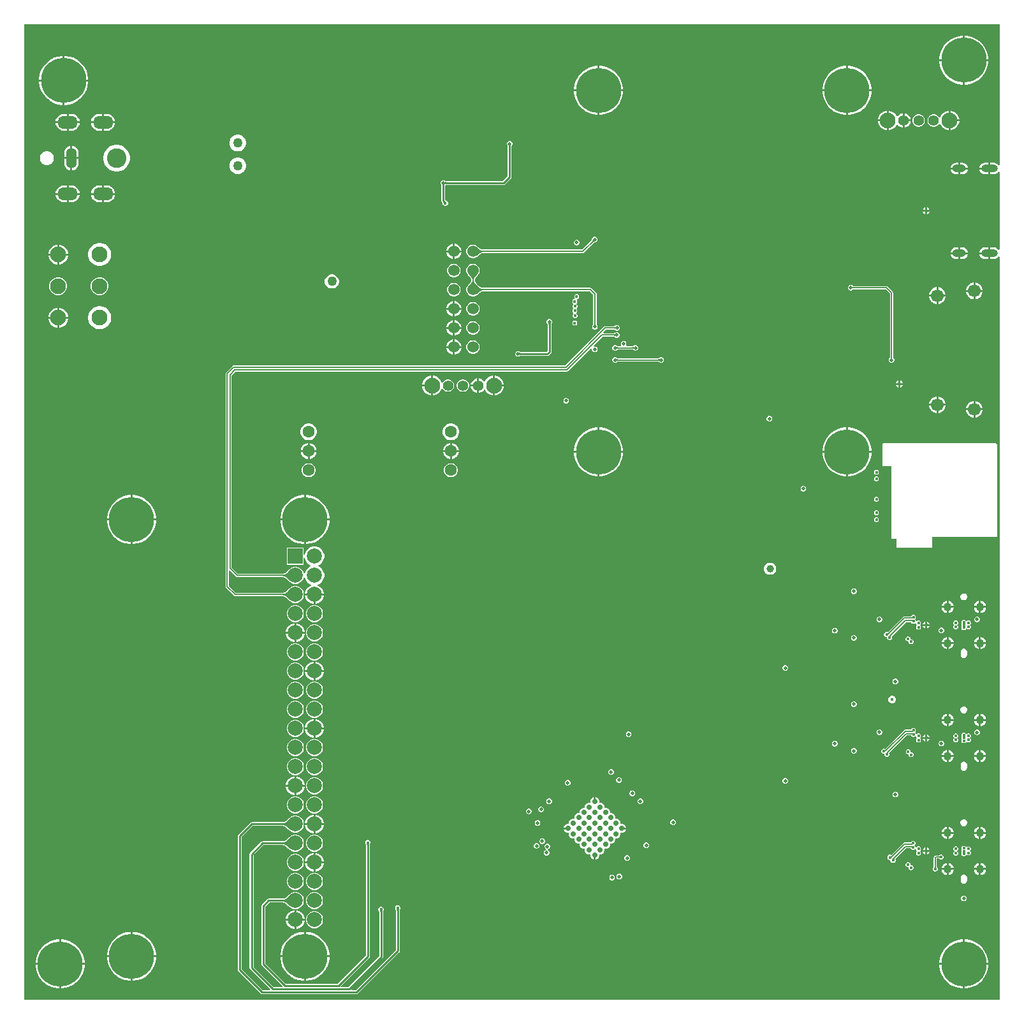
<source format=gbr>
%TF.GenerationSoftware,Altium Limited,Altium Designer,22.2.1 (43)*%
G04 Layer_Physical_Order=3*
G04 Layer_Color=16737894*
%FSLAX26Y26*%
%MOIN*%
%TF.SameCoordinates,92DA24ED-A250-4A13-B4DD-B7D196A9CFE6*%
%TF.FilePolarity,Positive*%
%TF.FileFunction,Copper,L3,Inr,Signal*%
%TF.Part,Single*%
G01*
G75*
%TA.AperFunction,Conductor*%
%ADD57C,0.007874*%
%ADD59C,0.010000*%
%ADD65C,0.005981*%
%ADD66C,0.005000*%
%TA.AperFunction,ComponentPad*%
%ADD67O,0.086614X0.039370*%
%ADD68O,0.070866X0.039370*%
%ADD69C,0.043307*%
%ADD70C,0.082677*%
%ADD71C,0.078740*%
%ADD72R,0.078740X0.078740*%
%ADD73O,0.106299X0.066929*%
%ADD74C,0.102362*%
%ADD75O,0.055118X0.106299*%
%ADD76C,0.055118*%
%ADD77C,0.062992*%
%ADD78C,0.236220*%
%ADD79C,0.066929*%
%ADD80C,0.060000*%
%TA.AperFunction,ViaPad*%
%ADD81C,0.027559*%
%ADD82C,0.017716*%
%ADD83C,0.039370*%
%ADD84C,0.015748*%
%ADD85C,0.019685*%
%ADD86C,0.050000*%
%TA.AperFunction,Conductor*%
%ADD87C,0.005906*%
G36*
X6092167Y5358325D02*
X6087167Y5356627D01*
X6084164Y5360542D01*
X6077963Y5365300D01*
X6070742Y5368291D01*
X6062992Y5369311D01*
X6044370D01*
Y5339370D01*
Y5309429D01*
X6062992D01*
X6070742Y5310449D01*
X6077963Y5313440D01*
X6084164Y5318198D01*
X6087167Y5322113D01*
X6092167Y5320415D01*
Y4915805D01*
X6087167Y4914108D01*
X6084164Y4918022D01*
X6077963Y4922780D01*
X6070742Y4925771D01*
X6062992Y4926792D01*
X6044370D01*
Y4896850D01*
Y4866909D01*
X6062992D01*
X6070742Y4867929D01*
X6077963Y4870921D01*
X6084164Y4875679D01*
X6087167Y4879593D01*
X6092167Y4877896D01*
Y994447D01*
X994447D01*
Y6092167D01*
X6092167D01*
Y5358325D01*
D02*
G37*
%LPC*%
G36*
X5915594Y6033622D02*
X5910512D01*
Y5910512D01*
X6033622D01*
Y5915594D01*
X6030467Y5935511D01*
X6024236Y5954689D01*
X6015081Y5972656D01*
X6003229Y5988970D01*
X5988970Y6003229D01*
X5972656Y6015081D01*
X5954689Y6024236D01*
X5935511Y6030467D01*
X5915594Y6033622D01*
D02*
G37*
G36*
X5900512D02*
X5895429D01*
X5875513Y6030467D01*
X5856335Y6024236D01*
X5838367Y6015081D01*
X5822054Y6003229D01*
X5807795Y5988970D01*
X5795942Y5972656D01*
X5786788Y5954689D01*
X5780556Y5935511D01*
X5777402Y5915594D01*
Y5910512D01*
X5900512D01*
Y6033622D01*
D02*
G37*
G36*
X1210082Y5928110D02*
X1205000D01*
Y5805000D01*
X1328110D01*
Y5810083D01*
X1324956Y5829999D01*
X1318724Y5849177D01*
X1309570Y5867144D01*
X1297717Y5883458D01*
X1283458Y5897717D01*
X1267144Y5909570D01*
X1249177Y5918724D01*
X1229999Y5924956D01*
X1210082Y5928110D01*
D02*
G37*
G36*
X1195000D02*
X1189918D01*
X1170001Y5924956D01*
X1150823Y5918724D01*
X1132856Y5909570D01*
X1116542Y5897717D01*
X1102283Y5883458D01*
X1090430Y5867144D01*
X1081276Y5849177D01*
X1075044Y5829999D01*
X1071890Y5810083D01*
Y5805000D01*
X1195000D01*
Y5928110D01*
D02*
G37*
G36*
X6033622Y5900512D02*
X5910512D01*
Y5777402D01*
X5915594D01*
X5935511Y5780556D01*
X5954689Y5786788D01*
X5972656Y5795942D01*
X5988970Y5807795D01*
X6003229Y5822054D01*
X6015081Y5838367D01*
X6024236Y5856335D01*
X6030467Y5875513D01*
X6033622Y5895429D01*
Y5900512D01*
D02*
G37*
G36*
X5900512D02*
X5777402D01*
Y5895429D01*
X5780556Y5875513D01*
X5786788Y5856335D01*
X5795942Y5838367D01*
X5807795Y5822054D01*
X5822054Y5807795D01*
X5838367Y5795942D01*
X5856335Y5786788D01*
X5875513Y5780556D01*
X5895429Y5777402D01*
X5900512D01*
Y5900512D01*
D02*
G37*
G36*
X5305358Y5876142D02*
X5300276D01*
Y5753032D01*
X5423386D01*
Y5758114D01*
X5420231Y5778031D01*
X5414000Y5797209D01*
X5404845Y5815176D01*
X5392993Y5831490D01*
X5378734Y5845748D01*
X5362420Y5857601D01*
X5344453Y5866756D01*
X5325275Y5872987D01*
X5305358Y5876142D01*
D02*
G37*
G36*
X5290276D02*
X5285193D01*
X5265276Y5872987D01*
X5246098Y5866756D01*
X5228131Y5857601D01*
X5211817Y5845748D01*
X5197559Y5831490D01*
X5185706Y5815176D01*
X5176551Y5797209D01*
X5170320Y5778031D01*
X5167165Y5758114D01*
Y5753032D01*
X5290276D01*
Y5876142D01*
D02*
G37*
G36*
X4006146D02*
X4001063D01*
Y5753031D01*
X4124173D01*
Y5758114D01*
X4121019Y5778031D01*
X4114787Y5797209D01*
X4105633Y5815176D01*
X4093780Y5831490D01*
X4079521Y5845748D01*
X4063207Y5857601D01*
X4045240Y5866756D01*
X4026062Y5872987D01*
X4006146Y5876142D01*
D02*
G37*
G36*
X3991063D02*
X3985981D01*
X3966064Y5872987D01*
X3946886Y5866756D01*
X3928919Y5857601D01*
X3912605Y5845748D01*
X3898346Y5831490D01*
X3886493Y5815176D01*
X3877339Y5797209D01*
X3871107Y5778031D01*
X3867953Y5758114D01*
Y5753031D01*
X3991063D01*
Y5876142D01*
D02*
G37*
G36*
X1328110Y5795000D02*
X1205000D01*
Y5671890D01*
X1210082D01*
X1229999Y5675044D01*
X1249177Y5681276D01*
X1267144Y5690430D01*
X1283458Y5702283D01*
X1297717Y5716542D01*
X1309570Y5732856D01*
X1318724Y5750823D01*
X1324956Y5770001D01*
X1328110Y5789917D01*
Y5795000D01*
D02*
G37*
G36*
X1195000D02*
X1071890D01*
Y5789917D01*
X1075044Y5770001D01*
X1081276Y5750823D01*
X1090430Y5732856D01*
X1102283Y5716542D01*
X1116542Y5702283D01*
X1132856Y5690430D01*
X1150823Y5681276D01*
X1170001Y5675044D01*
X1189918Y5671890D01*
X1195000D01*
Y5795000D01*
D02*
G37*
G36*
X5423386Y5743032D02*
X5300276D01*
Y5619921D01*
X5305358D01*
X5325275Y5623076D01*
X5344453Y5629307D01*
X5362420Y5638462D01*
X5378734Y5650315D01*
X5392993Y5664573D01*
X5404845Y5680887D01*
X5414000Y5698854D01*
X5420231Y5718032D01*
X5423386Y5737949D01*
Y5743032D01*
D02*
G37*
G36*
X5290276D02*
X5167165D01*
Y5737949D01*
X5170320Y5718032D01*
X5176551Y5698854D01*
X5185706Y5680887D01*
X5197559Y5664573D01*
X5211817Y5650315D01*
X5228131Y5638462D01*
X5246098Y5629307D01*
X5265276Y5623076D01*
X5285193Y5619921D01*
X5290276D01*
Y5743032D01*
D02*
G37*
G36*
X4124173Y5743031D02*
X4001063D01*
Y5619921D01*
X4006146D01*
X4026062Y5623076D01*
X4045240Y5629307D01*
X4063207Y5638462D01*
X4079521Y5650315D01*
X4093780Y5664573D01*
X4105633Y5680887D01*
X4114787Y5698854D01*
X4121019Y5718032D01*
X4124173Y5737949D01*
Y5743031D01*
D02*
G37*
G36*
X3991063D02*
X3867953D01*
Y5737949D01*
X3871107Y5718032D01*
X3877339Y5698854D01*
X3886493Y5680887D01*
X3898346Y5664573D01*
X3912605Y5650315D01*
X3928919Y5638462D01*
X3946886Y5629307D01*
X3966064Y5623076D01*
X3985981Y5619921D01*
X3991063D01*
Y5743031D01*
D02*
G37*
G36*
X5825709Y5641890D02*
X5823950D01*
X5810893Y5638391D01*
X5799186Y5631632D01*
X5789627Y5622074D01*
X5782869Y5610367D01*
X5781918Y5606819D01*
X5776552Y5606113D01*
X5774022Y5610495D01*
X5767975Y5616542D01*
X5760568Y5620818D01*
X5752308Y5623032D01*
X5743755D01*
X5735495Y5620818D01*
X5728088Y5616542D01*
X5722041Y5610495D01*
X5717765Y5603088D01*
X5715551Y5594827D01*
Y5586275D01*
X5717765Y5578014D01*
X5722041Y5570608D01*
X5728088Y5564560D01*
X5735495Y5560284D01*
X5743755Y5558071D01*
X5752308D01*
X5760568Y5560284D01*
X5767975Y5564560D01*
X5774022Y5570608D01*
X5776552Y5574990D01*
X5781918Y5574283D01*
X5782869Y5570735D01*
X5789627Y5559029D01*
X5799186Y5549470D01*
X5810893Y5542711D01*
X5823950Y5539213D01*
X5825709D01*
Y5590551D01*
Y5641890D01*
D02*
G37*
G36*
X5837467D02*
X5835709D01*
Y5595551D01*
X5882047D01*
Y5597310D01*
X5878549Y5610367D01*
X5871790Y5622074D01*
X5862231Y5631632D01*
X5850525Y5638391D01*
X5837467Y5641890D01*
D02*
G37*
G36*
X5595551Y5628095D02*
Y5595551D01*
X5628095D01*
X5625551Y5605048D01*
X5620606Y5613613D01*
X5613613Y5620606D01*
X5605048Y5625551D01*
X5595551Y5628095D01*
D02*
G37*
G36*
X5502874Y5641890D02*
X5501115D01*
X5488058Y5638391D01*
X5476351Y5631632D01*
X5466793Y5622074D01*
X5460034Y5610367D01*
X5456535Y5597310D01*
Y5595551D01*
X5502874D01*
Y5641890D01*
D02*
G37*
G36*
X1425197Y5624548D02*
X1410512D01*
Y5585709D01*
X1468378D01*
X1467543Y5592055D01*
X1463163Y5602628D01*
X1456196Y5611708D01*
X1447117Y5618675D01*
X1436543Y5623055D01*
X1425197Y5624548D01*
D02*
G37*
G36*
X1400512D02*
X1385827D01*
X1374480Y5623055D01*
X1363907Y5618675D01*
X1354827Y5611708D01*
X1347861Y5602628D01*
X1343481Y5592055D01*
X1342645Y5585709D01*
X1400512D01*
Y5624548D01*
D02*
G37*
G36*
X1240158D02*
X1225472D01*
Y5585709D01*
X1283339D01*
X1282503Y5592055D01*
X1278124Y5602628D01*
X1271157Y5611708D01*
X1262077Y5618675D01*
X1251504Y5623055D01*
X1240158Y5624548D01*
D02*
G37*
G36*
X1215472D02*
X1200787D01*
X1189441Y5623055D01*
X1178868Y5618675D01*
X1169788Y5611708D01*
X1162821Y5602628D01*
X1158441Y5592055D01*
X1157606Y5585709D01*
X1215472D01*
Y5624548D01*
D02*
G37*
G36*
X5673567Y5623032D02*
X5665015D01*
X5656754Y5620818D01*
X5649348Y5616542D01*
X5643301Y5610495D01*
X5639025Y5603088D01*
X5636811Y5594827D01*
Y5586275D01*
X5639025Y5578014D01*
X5643301Y5570608D01*
X5649348Y5564560D01*
X5656754Y5560284D01*
X5665015Y5558071D01*
X5673567D01*
X5681828Y5560284D01*
X5689235Y5564560D01*
X5695282Y5570608D01*
X5699558Y5578014D01*
X5701772Y5586275D01*
Y5594827D01*
X5699558Y5603088D01*
X5695282Y5610495D01*
X5689235Y5616542D01*
X5681828Y5620818D01*
X5673567Y5623032D01*
D02*
G37*
G36*
X5628095Y5585551D02*
X5595551D01*
Y5553007D01*
X5605048Y5555552D01*
X5613613Y5560497D01*
X5620606Y5567489D01*
X5625551Y5576054D01*
X5628095Y5585551D01*
D02*
G37*
G36*
X5514633Y5641890D02*
X5512874D01*
Y5590551D01*
Y5539213D01*
X5514633D01*
X5527690Y5542711D01*
X5539397Y5549470D01*
X5548955Y5559029D01*
X5554281Y5568254D01*
X5560048Y5568266D01*
X5560496Y5567489D01*
X5567489Y5560497D01*
X5576054Y5555552D01*
X5585551Y5553007D01*
Y5590551D01*
X5590551D01*
D01*
X5585551D01*
Y5628095D01*
X5576054Y5625551D01*
X5567489Y5620606D01*
X5560496Y5613613D01*
X5560048Y5612837D01*
X5554281Y5612848D01*
X5548955Y5622074D01*
X5539397Y5631632D01*
X5527690Y5638391D01*
X5514633Y5641890D01*
D02*
G37*
G36*
X5882047Y5585551D02*
X5835709D01*
Y5539213D01*
X5837467D01*
X5850525Y5542711D01*
X5862231Y5549470D01*
X5871790Y5559029D01*
X5878549Y5570735D01*
X5882047Y5583792D01*
Y5585551D01*
D02*
G37*
G36*
X5502874D02*
X5456535D01*
Y5583792D01*
X5460034Y5570735D01*
X5466793Y5559029D01*
X5476351Y5549470D01*
X5488058Y5542711D01*
X5501115Y5539213D01*
X5502874D01*
Y5585551D01*
D02*
G37*
G36*
X1468378Y5575709D02*
X1410512D01*
Y5536869D01*
X1425197D01*
X1436543Y5538363D01*
X1447117Y5542743D01*
X1456196Y5549709D01*
X1463163Y5558789D01*
X1467543Y5569362D01*
X1468378Y5575709D01*
D02*
G37*
G36*
X1400512D02*
X1342645D01*
X1343481Y5569362D01*
X1347861Y5558789D01*
X1354827Y5549709D01*
X1363907Y5542743D01*
X1374480Y5538363D01*
X1385827Y5536869D01*
X1400512D01*
Y5575709D01*
D02*
G37*
G36*
X1283339Y5575709D02*
X1225472D01*
Y5536869D01*
X1240158D01*
X1251504Y5538363D01*
X1262077Y5542743D01*
X1271157Y5549709D01*
X1278124Y5558789D01*
X1282503Y5569362D01*
X1283339Y5575709D01*
D02*
G37*
G36*
X1215472D02*
X1157606D01*
X1158441Y5569362D01*
X1162821Y5558789D01*
X1169788Y5549709D01*
X1178868Y5542743D01*
X1189441Y5538363D01*
X1200787Y5536869D01*
X1215472D01*
Y5575709D01*
D02*
G37*
G36*
X2115990Y5516142D02*
X2104483D01*
X2093368Y5513164D01*
X2083403Y5507410D01*
X2075267Y5499274D01*
X2069514Y5489309D01*
X2066535Y5478194D01*
Y5466688D01*
X2069514Y5455573D01*
X2075267Y5445608D01*
X2083403Y5437472D01*
X2093368Y5431718D01*
X2104483Y5428740D01*
X2115990D01*
X2127104Y5431718D01*
X2137069Y5437472D01*
X2145206Y5445608D01*
X2150959Y5455573D01*
X2153937Y5466688D01*
Y5478194D01*
X2150959Y5489309D01*
X2145206Y5499274D01*
X2137069Y5507410D01*
X2127104Y5513164D01*
X2115990Y5516142D01*
D02*
G37*
G36*
X1245158Y5456516D02*
Y5398701D01*
X1278041D01*
Y5419291D01*
X1276750Y5429096D01*
X1272965Y5438233D01*
X1266945Y5446079D01*
X1259099Y5452099D01*
X1249962Y5455884D01*
X1245158Y5456516D01*
D02*
G37*
G36*
X1235158D02*
X1230353Y5455884D01*
X1221216Y5452099D01*
X1213370Y5446079D01*
X1207350Y5438233D01*
X1203565Y5429096D01*
X1202274Y5419291D01*
Y5398701D01*
X1235158D01*
Y5456516D01*
D02*
G37*
G36*
X1116999Y5430118D02*
X1107410D01*
X1098148Y5427636D01*
X1089844Y5422842D01*
X1083064Y5416061D01*
X1078269Y5407757D01*
X1075787Y5398495D01*
Y5388906D01*
X1078269Y5379644D01*
X1083064Y5371340D01*
X1089844Y5364560D01*
X1098148Y5359765D01*
X1107410Y5357283D01*
X1116999D01*
X1126261Y5359765D01*
X1134565Y5364560D01*
X1141346Y5371340D01*
X1146140Y5379644D01*
X1148622Y5388906D01*
Y5398495D01*
X1146140Y5407757D01*
X1141346Y5416061D01*
X1134565Y5422842D01*
X1126261Y5427636D01*
X1116999Y5430118D01*
D02*
G37*
G36*
X6034370Y5369311D02*
X6015748D01*
X6007999Y5368291D01*
X6000777Y5365300D01*
X5994576Y5360542D01*
X5989818Y5354341D01*
X5986827Y5347119D01*
X5986465Y5344370D01*
X6034370D01*
Y5369311D01*
D02*
G37*
G36*
X5897638D02*
X5886890D01*
Y5344370D01*
X5926921D01*
X5926559Y5347119D01*
X5923568Y5354341D01*
X5918809Y5360542D01*
X5912608Y5365300D01*
X5905387Y5368291D01*
X5897638Y5369311D01*
D02*
G37*
G36*
X5876890D02*
X5866142D01*
X5858392Y5368291D01*
X5851171Y5365300D01*
X5844970Y5360542D01*
X5840212Y5354341D01*
X5837221Y5347119D01*
X5836859Y5344370D01*
X5876890D01*
Y5369311D01*
D02*
G37*
G36*
X1278041Y5388701D02*
X1245158D01*
Y5330885D01*
X1249962Y5331518D01*
X1259099Y5335302D01*
X1266945Y5341323D01*
X1272965Y5349169D01*
X1276750Y5358305D01*
X1278041Y5368110D01*
Y5388701D01*
D02*
G37*
G36*
X1235158D02*
X1202274D01*
Y5368110D01*
X1203565Y5358305D01*
X1207350Y5349169D01*
X1213370Y5341323D01*
X1221216Y5335302D01*
X1230353Y5331518D01*
X1235158Y5330885D01*
Y5388701D01*
D02*
G37*
G36*
X1483261Y5463583D02*
X1469495D01*
X1455994Y5460897D01*
X1443276Y5455629D01*
X1431831Y5447982D01*
X1422097Y5438248D01*
X1414449Y5426802D01*
X1409181Y5414085D01*
X1406496Y5400584D01*
Y5386818D01*
X1409181Y5373317D01*
X1414449Y5360599D01*
X1422097Y5349154D01*
X1431831Y5339420D01*
X1443276Y5331772D01*
X1455994Y5326504D01*
X1469495Y5323819D01*
X1483261D01*
X1496762Y5326504D01*
X1509479Y5331772D01*
X1520925Y5339420D01*
X1530659Y5349154D01*
X1538306Y5360599D01*
X1543574Y5373317D01*
X1546260Y5386818D01*
Y5400584D01*
X1543574Y5414085D01*
X1538306Y5426802D01*
X1530659Y5438248D01*
X1520925Y5447982D01*
X1509479Y5455629D01*
X1496762Y5460897D01*
X1483261Y5463583D01*
D02*
G37*
G36*
X2115990Y5398032D02*
X2104483D01*
X2093368Y5395053D01*
X2083403Y5389300D01*
X2075267Y5381164D01*
X2069514Y5371199D01*
X2066535Y5360084D01*
Y5348577D01*
X2069514Y5337463D01*
X2075267Y5327498D01*
X2083403Y5319361D01*
X2093368Y5313608D01*
X2104483Y5310630D01*
X2115990D01*
X2127104Y5313608D01*
X2137069Y5319361D01*
X2145206Y5327498D01*
X2150959Y5337463D01*
X2153937Y5348577D01*
Y5360084D01*
X2150959Y5371199D01*
X2145206Y5381164D01*
X2137069Y5389300D01*
X2127104Y5395053D01*
X2115990Y5398032D01*
D02*
G37*
G36*
X6034370Y5334370D02*
X5986465D01*
X5986827Y5331621D01*
X5989818Y5324399D01*
X5994576Y5318198D01*
X6000777Y5313440D01*
X6007999Y5310449D01*
X6015748Y5309429D01*
X6034370D01*
Y5334370D01*
D02*
G37*
G36*
X5926921Y5334370D02*
X5886890D01*
Y5309429D01*
X5897638D01*
X5905387Y5310449D01*
X5912608Y5313440D01*
X5918809Y5318198D01*
X5923568Y5324399D01*
X5926559Y5331621D01*
X5926921Y5334370D01*
D02*
G37*
G36*
X5876890D02*
X5836859D01*
X5837221Y5331621D01*
X5840212Y5324399D01*
X5844970Y5318198D01*
X5851171Y5313440D01*
X5858392Y5310449D01*
X5866142Y5309429D01*
X5876890D01*
Y5334370D01*
D02*
G37*
G36*
X3534433Y5483268D02*
X3528559D01*
X3523133Y5481020D01*
X3518980Y5476867D01*
X3516732Y5471441D01*
Y5465567D01*
X3518980Y5460141D01*
X3520321Y5458800D01*
X3520510Y5458247D01*
X3520539Y5458105D01*
X3520581Y5458043D01*
X3520612Y5457951D01*
X3520709Y5457841D01*
X3520774Y5457674D01*
X3520863Y5457377D01*
X3520956Y5456952D01*
X3521032Y5456470D01*
X3521154Y5454927D01*
X3521170Y5454026D01*
X3521380Y5453543D01*
Y5299466D01*
X3495810Y5273895D01*
X3200072D01*
X3199619Y5274103D01*
X3197739Y5274172D01*
X3197136Y5274234D01*
X3196591Y5274319D01*
X3196167Y5274413D01*
X3195869Y5274501D01*
X3195702Y5274567D01*
X3195593Y5274664D01*
X3195501Y5274695D01*
X3195438Y5274737D01*
X3195296Y5274765D01*
X3194743Y5274955D01*
X3193402Y5276296D01*
X3187976Y5278543D01*
X3182103D01*
X3176676Y5276296D01*
X3172523Y5272142D01*
X3170276Y5266716D01*
Y5260843D01*
X3172523Y5255417D01*
X3173864Y5254075D01*
X3174053Y5253524D01*
X3174082Y5253381D01*
X3174124Y5253318D01*
X3174156Y5253226D01*
X3174252Y5253116D01*
X3174318Y5252949D01*
X3174406Y5252652D01*
X3174500Y5252228D01*
X3174575Y5251746D01*
X3174697Y5250202D01*
X3174713Y5249301D01*
X3174924Y5248818D01*
Y5170049D01*
X3175694Y5166178D01*
X3177887Y5162896D01*
X3178515Y5162267D01*
X3178548Y5162095D01*
X3178984Y5161797D01*
X3179178Y5161306D01*
X3179758Y5160709D01*
X3180660Y5159667D01*
X3180890Y5159360D01*
X3181052Y5159110D01*
X3181102Y5159020D01*
X3181135Y5158905D01*
X3181177Y5158852D01*
X3181220Y5158749D01*
Y5155259D01*
X3183318Y5150194D01*
X3187195Y5146318D01*
X3192259Y5144221D01*
X3197741D01*
X3202805Y5146318D01*
X3206682Y5150194D01*
X3208780Y5155259D01*
Y5160741D01*
X3206682Y5165806D01*
X3202805Y5169682D01*
X3198638Y5171408D01*
X3198531Y5171549D01*
X3198375Y5171642D01*
X3198358Y5171659D01*
X3198322Y5171676D01*
X3195890Y5173811D01*
X3195288Y5174404D01*
X3195155Y5174458D01*
Y5248747D01*
X3195363Y5249200D01*
X3195432Y5251080D01*
X3195494Y5251683D01*
X3195579Y5252228D01*
X3195673Y5252652D01*
X3195761Y5252950D01*
X3195792Y5253027D01*
X3195869Y5253058D01*
X3196166Y5253146D01*
X3196591Y5253240D01*
X3197073Y5253315D01*
X3198617Y5253438D01*
X3199517Y5253453D01*
X3200001Y5253664D01*
X3500000D01*
X3503871Y5254434D01*
X3507153Y5256627D01*
X3538649Y5288123D01*
X3538649Y5288123D01*
X3540842Y5291405D01*
X3541612Y5295276D01*
X3541612Y5295276D01*
Y5453471D01*
X3541819Y5453925D01*
X3541888Y5455804D01*
X3541951Y5456408D01*
X3542036Y5456952D01*
X3542129Y5457377D01*
X3542218Y5457674D01*
X3542283Y5457841D01*
X3542380Y5457951D01*
X3542412Y5458043D01*
X3542453Y5458105D01*
X3542482Y5458247D01*
X3542671Y5458800D01*
X3544012Y5460141D01*
X3546260Y5465567D01*
Y5471441D01*
X3544012Y5476867D01*
X3539859Y5481020D01*
X3534433Y5483268D01*
D02*
G37*
G36*
X1240158Y5250533D02*
X1225472D01*
Y5211693D01*
X1283339D01*
X1282503Y5218039D01*
X1278124Y5228613D01*
X1271157Y5237692D01*
X1262077Y5244659D01*
X1251504Y5249039D01*
X1240158Y5250533D01*
D02*
G37*
G36*
X1215472D02*
X1200787D01*
X1189441Y5249039D01*
X1178868Y5244659D01*
X1169788Y5237692D01*
X1162821Y5228613D01*
X1158441Y5218039D01*
X1157606Y5211693D01*
X1215472D01*
Y5250533D01*
D02*
G37*
G36*
X1425197D02*
X1410512D01*
Y5211693D01*
X1468378D01*
X1467543Y5218039D01*
X1463163Y5228613D01*
X1456196Y5237692D01*
X1447117Y5244659D01*
X1436543Y5249039D01*
X1425197Y5250533D01*
D02*
G37*
G36*
X1400512D02*
X1385827D01*
X1374480Y5249039D01*
X1363907Y5244659D01*
X1354827Y5237692D01*
X1347861Y5228613D01*
X1343481Y5218039D01*
X1342645Y5211693D01*
X1400512D01*
Y5250533D01*
D02*
G37*
G36*
X1468378Y5201693D02*
X1410512D01*
Y5162853D01*
X1425197D01*
X1436543Y5164347D01*
X1447117Y5168727D01*
X1456196Y5175694D01*
X1463163Y5184773D01*
X1467543Y5195346D01*
X1468378Y5201693D01*
D02*
G37*
G36*
X1400512D02*
X1342645D01*
X1343481Y5195346D01*
X1347861Y5184773D01*
X1354827Y5175694D01*
X1363907Y5168727D01*
X1374480Y5164347D01*
X1385827Y5162853D01*
X1400512D01*
Y5201693D01*
D02*
G37*
G36*
X1283339Y5201693D02*
X1225472D01*
Y5162853D01*
X1240158D01*
X1251504Y5164347D01*
X1262077Y5168727D01*
X1271157Y5175694D01*
X1278124Y5184773D01*
X1282503Y5195346D01*
X1283339Y5201693D01*
D02*
G37*
G36*
X1215472D02*
X1157606D01*
X1158441Y5195346D01*
X1162821Y5184773D01*
X1169788Y5175694D01*
X1178868Y5168727D01*
X1189441Y5164347D01*
X1200787Y5162853D01*
X1215472D01*
Y5201693D01*
D02*
G37*
G36*
X5713661Y5135386D02*
Y5123110D01*
X5725937D01*
X5723814Y5128235D01*
X5718786Y5133263D01*
X5713661Y5135386D01*
D02*
G37*
G36*
X5703661D02*
X5698537Y5133263D01*
X5693508Y5128235D01*
X5691386Y5123110D01*
X5703661D01*
Y5135386D01*
D02*
G37*
G36*
X5725937Y5113110D02*
X5713661D01*
Y5100835D01*
X5718786Y5102957D01*
X5723814Y5107985D01*
X5725937Y5113110D01*
D02*
G37*
G36*
X5703661D02*
X5691386D01*
X5693508Y5107985D01*
X5698537Y5102957D01*
X5703661Y5100835D01*
Y5113110D01*
D02*
G37*
G36*
X3884827Y4967520D02*
X3878953D01*
X3873527Y4965272D01*
X3869374Y4961119D01*
X3867126Y4955693D01*
Y4949819D01*
X3869374Y4944393D01*
X3873527Y4940240D01*
X3878953Y4937992D01*
X3884827D01*
X3890253Y4940240D01*
X3894406Y4944393D01*
X3896654Y4949819D01*
Y4955693D01*
X3894406Y4961119D01*
X3890253Y4965272D01*
X3884827Y4967520D01*
D02*
G37*
G36*
X3978937Y4982764D02*
X3973063D01*
X3967637Y4980516D01*
X3963484Y4976363D01*
X3961236Y4970937D01*
Y4968965D01*
X3960834Y4968080D01*
X3960815Y4967495D01*
X3960773Y4967155D01*
X3960701Y4966820D01*
X3960596Y4966480D01*
X3960452Y4966124D01*
X3960262Y4965749D01*
X3960018Y4965349D01*
X3959712Y4964922D01*
X3959338Y4964470D01*
X3958783Y4963881D01*
X3958585Y4963358D01*
X3910558Y4915331D01*
X3388566D01*
X3388156Y4915543D01*
X3386566Y4915680D01*
X3385143Y4916021D01*
X3383425Y4916666D01*
X3381440Y4917646D01*
X3379218Y4918979D01*
X3376883Y4920600D01*
X3368271Y4927977D01*
X3365133Y4931084D01*
X3364167Y4931479D01*
X3361403Y4934243D01*
X3353440Y4938841D01*
X3344558Y4941221D01*
X3335363D01*
X3326481Y4938841D01*
X3318518Y4934243D01*
X3312017Y4927741D01*
X3307419Y4919778D01*
X3305039Y4910897D01*
Y4901702D01*
X3307419Y4892820D01*
X3312017Y4884857D01*
X3318518Y4878355D01*
X3326481Y4873758D01*
X3335363Y4871378D01*
X3344558D01*
X3353440Y4873758D01*
X3361403Y4878355D01*
X3364167Y4881120D01*
X3365133Y4881514D01*
X3368308Y4884658D01*
X3374192Y4889908D01*
X3376783Y4891928D01*
X3379219Y4893620D01*
X3381441Y4894953D01*
X3383425Y4895933D01*
X3385143Y4896577D01*
X3386566Y4896918D01*
X3388156Y4897055D01*
X3388566Y4897267D01*
X3914299D01*
X3917756Y4897955D01*
X3920686Y4899913D01*
X3971358Y4950585D01*
X3971881Y4950783D01*
X3972470Y4951338D01*
X3972922Y4951712D01*
X3973349Y4952018D01*
X3973749Y4952262D01*
X3974125Y4952452D01*
X3974480Y4952596D01*
X3974820Y4952701D01*
X3975155Y4952773D01*
X3975495Y4952815D01*
X3976080Y4952834D01*
X3976965Y4953236D01*
X3978937D01*
X3984363Y4955484D01*
X3988516Y4959637D01*
X3990764Y4965063D01*
Y4970937D01*
X3988516Y4976363D01*
X3984363Y4980516D01*
X3978937Y4982764D01*
D02*
G37*
G36*
X3245227Y4946299D02*
X3244961D01*
Y4911299D01*
X3279961D01*
Y4911565D01*
X3277235Y4921739D01*
X3271969Y4930860D01*
X3264521Y4938307D01*
X3255400Y4943573D01*
X3245227Y4946299D01*
D02*
G37*
G36*
X3234961D02*
X3234695D01*
X3224521Y4943573D01*
X3215400Y4938307D01*
X3207953Y4930860D01*
X3202686Y4921739D01*
X3199961Y4911565D01*
Y4911299D01*
X3234961D01*
Y4946299D01*
D02*
G37*
G36*
X5897638Y4926792D02*
X5886890D01*
Y4901851D01*
X5926921D01*
X5926559Y4904600D01*
X5923568Y4911821D01*
X5918809Y4918022D01*
X5912608Y4922780D01*
X5905387Y4925771D01*
X5897638Y4926792D01*
D02*
G37*
G36*
X5876890D02*
X5866142D01*
X5858392Y4925771D01*
X5851171Y4922780D01*
X5844970Y4918022D01*
X5840212Y4911821D01*
X5837221Y4904600D01*
X5836859Y4901851D01*
X5876890D01*
Y4926792D01*
D02*
G37*
G36*
X6034370D02*
X6015748D01*
X6007999Y4925771D01*
X6000777Y4922780D01*
X5994576Y4918022D01*
X5989818Y4911821D01*
X5986827Y4904600D01*
X5986465Y4901850D01*
X6034370D01*
Y4926792D01*
D02*
G37*
G36*
X1178019Y4941102D02*
X1176260D01*
Y4894764D01*
X1222599D01*
Y4896523D01*
X1219100Y4909580D01*
X1212341Y4921286D01*
X1202783Y4930845D01*
X1191076Y4937604D01*
X1178019Y4941102D01*
D02*
G37*
G36*
X1166260D02*
X1164501D01*
X1151444Y4937604D01*
X1139737Y4930845D01*
X1130179Y4921286D01*
X1123420Y4909580D01*
X1119921Y4896523D01*
Y4894764D01*
X1166260D01*
Y4941102D01*
D02*
G37*
G36*
X6034370Y4891850D02*
X5986465D01*
X5986827Y4889101D01*
X5989818Y4881880D01*
X5994576Y4875679D01*
X6000777Y4870921D01*
X6007999Y4867929D01*
X6015748Y4866909D01*
X6034370D01*
Y4891850D01*
D02*
G37*
G36*
X5926921Y4891851D02*
X5886890D01*
Y4866909D01*
X5897638D01*
X5905387Y4867929D01*
X5912608Y4870921D01*
X5918809Y4875679D01*
X5923568Y4881880D01*
X5926559Y4889101D01*
X5926921Y4891851D01*
D02*
G37*
G36*
X5876890D02*
X5836859D01*
X5837221Y4889101D01*
X5840212Y4881880D01*
X5844970Y4875679D01*
X5851171Y4870921D01*
X5858392Y4867929D01*
X5866142Y4866909D01*
X5876890D01*
Y4891851D01*
D02*
G37*
G36*
X3279961Y4901299D02*
X3244961D01*
Y4866299D01*
X3245227D01*
X3255400Y4869025D01*
X3264521Y4874291D01*
X3271969Y4881739D01*
X3277235Y4890860D01*
X3279961Y4901033D01*
Y4901299D01*
D02*
G37*
G36*
X3234961D02*
X3199961D01*
Y4901033D01*
X3202686Y4890860D01*
X3207953Y4881739D01*
X3215400Y4874291D01*
X3224521Y4869025D01*
X3234695Y4866299D01*
X3234961D01*
Y4901299D01*
D02*
G37*
G36*
X1222599Y4884764D02*
X1176260D01*
Y4838425D01*
X1178019D01*
X1191076Y4841924D01*
X1202783Y4848683D01*
X1212341Y4858241D01*
X1219100Y4869948D01*
X1222599Y4883005D01*
Y4884764D01*
D02*
G37*
G36*
X1166260D02*
X1119921D01*
Y4883005D01*
X1123420Y4869948D01*
X1130179Y4858241D01*
X1139737Y4848683D01*
X1151444Y4841924D01*
X1164501Y4838425D01*
X1166260D01*
Y4884764D01*
D02*
G37*
G36*
X1393709Y4949803D02*
X1381882D01*
X1370283Y4947496D01*
X1359356Y4942970D01*
X1349522Y4936399D01*
X1341160Y4928037D01*
X1334589Y4918203D01*
X1330063Y4907276D01*
X1327756Y4895677D01*
Y4883850D01*
X1330063Y4872251D01*
X1334589Y4861324D01*
X1341160Y4851491D01*
X1349522Y4843128D01*
X1359356Y4836557D01*
X1370283Y4832032D01*
X1381882Y4829724D01*
X1393709D01*
X1405308Y4832032D01*
X1416235Y4836557D01*
X1426068Y4843128D01*
X1434431Y4851491D01*
X1441002Y4861324D01*
X1445527Y4872251D01*
X1447835Y4883850D01*
Y4895677D01*
X1445527Y4907276D01*
X1441002Y4918203D01*
X1434431Y4928037D01*
X1426068Y4936399D01*
X1416235Y4942970D01*
X1405308Y4947496D01*
X1393709Y4949803D01*
D02*
G37*
G36*
X3244558Y4841221D02*
X3235363D01*
X3226481Y4838841D01*
X3218518Y4834243D01*
X3212017Y4827741D01*
X3207419Y4819778D01*
X3205039Y4810897D01*
Y4801702D01*
X3207419Y4792820D01*
X3212017Y4784857D01*
X3218518Y4778355D01*
X3226481Y4773758D01*
X3235363Y4771378D01*
X3244558D01*
X3253440Y4773758D01*
X3261403Y4778355D01*
X3267905Y4784857D01*
X3272502Y4792820D01*
X3274882Y4801702D01*
Y4810897D01*
X3272502Y4819778D01*
X3267905Y4827741D01*
X3261403Y4834243D01*
X3253440Y4838841D01*
X3244558Y4841221D01*
D02*
G37*
G36*
X2606846Y4785811D02*
X2597154D01*
X2587791Y4783302D01*
X2579398Y4778456D01*
X2572544Y4771602D01*
X2567698Y4763208D01*
X2565189Y4753846D01*
Y4744154D01*
X2567698Y4734792D01*
X2572544Y4726398D01*
X2579398Y4719544D01*
X2587791Y4714698D01*
X2597154Y4712189D01*
X2606846D01*
X2616209Y4714698D01*
X2624602Y4719544D01*
X2631456Y4726398D01*
X2636302Y4734792D01*
X2638811Y4744154D01*
Y4753846D01*
X2636302Y4763208D01*
X2631456Y4771602D01*
X2624602Y4778456D01*
X2616209Y4783302D01*
X2606846Y4785811D01*
D02*
G37*
G36*
X5966352Y4742283D02*
X5965630D01*
Y4703819D01*
X6004095D01*
Y4704541D01*
X6001132Y4715596D01*
X5995410Y4725507D01*
X5987318Y4733599D01*
X5977407Y4739321D01*
X5966352Y4742283D01*
D02*
G37*
G36*
X5955630D02*
X5954908D01*
X5943853Y4739321D01*
X5933942Y4733599D01*
X5925850Y4725507D01*
X5920127Y4715596D01*
X5917166Y4704541D01*
Y4703819D01*
X5955630D01*
Y4742283D01*
D02*
G37*
G36*
X5773439Y4718661D02*
X5772717D01*
Y4680197D01*
X5811181D01*
Y4680919D01*
X5808219Y4691974D01*
X5802497Y4701885D01*
X5794404Y4709977D01*
X5784493Y4715699D01*
X5773439Y4718661D01*
D02*
G37*
G36*
X5762717D02*
X5761994D01*
X5750940Y4715699D01*
X5741029Y4709977D01*
X5732936Y4701885D01*
X5727214Y4691974D01*
X5724252Y4680919D01*
Y4680197D01*
X5762717D01*
Y4718661D01*
D02*
G37*
G36*
X1393886Y4770669D02*
X1381705D01*
X1369940Y4767517D01*
X1359391Y4761427D01*
X1350778Y4752814D01*
X1344688Y4742265D01*
X1341535Y4730500D01*
Y4718319D01*
X1344688Y4706554D01*
X1350778Y4696005D01*
X1359391Y4687392D01*
X1369940Y4681302D01*
X1381705Y4678150D01*
X1393886D01*
X1405651Y4681302D01*
X1416200Y4687392D01*
X1424812Y4696005D01*
X1430903Y4706554D01*
X1434055Y4718319D01*
Y4730500D01*
X1430903Y4742265D01*
X1424812Y4752814D01*
X1416200Y4761427D01*
X1405651Y4767517D01*
X1393886Y4770669D01*
D02*
G37*
G36*
X1177350D02*
X1165170D01*
X1153404Y4767517D01*
X1142856Y4761427D01*
X1134243Y4752814D01*
X1128152Y4742265D01*
X1125000Y4730500D01*
Y4718319D01*
X1128152Y4706554D01*
X1134243Y4696005D01*
X1142856Y4687392D01*
X1153404Y4681302D01*
X1165170Y4678150D01*
X1177350D01*
X1189116Y4681302D01*
X1199664Y4687392D01*
X1208277Y4696005D01*
X1214367Y4706554D01*
X1217520Y4718319D01*
Y4730500D01*
X1214367Y4742265D01*
X1208277Y4752814D01*
X1199664Y4761427D01*
X1189116Y4767517D01*
X1177350Y4770669D01*
D02*
G37*
G36*
X3244558Y4741221D02*
X3235363D01*
X3226481Y4738841D01*
X3218518Y4734243D01*
X3212017Y4727741D01*
X3207419Y4719778D01*
X3205039Y4710897D01*
Y4701702D01*
X3207419Y4692820D01*
X3212017Y4684857D01*
X3218518Y4678355D01*
X3226481Y4673758D01*
X3235363Y4671378D01*
X3244558D01*
X3253440Y4673758D01*
X3261403Y4678355D01*
X3267905Y4684857D01*
X3272502Y4692820D01*
X3274882Y4701702D01*
Y4710897D01*
X3272502Y4719778D01*
X3267905Y4727741D01*
X3261403Y4734243D01*
X3253440Y4738841D01*
X3244558Y4741221D01*
D02*
G37*
G36*
X6004095Y4693819D02*
X5965630D01*
Y4655354D01*
X5966352D01*
X5977407Y4658316D01*
X5987318Y4664039D01*
X5995410Y4672131D01*
X6001132Y4682042D01*
X6004095Y4693097D01*
Y4693819D01*
D02*
G37*
G36*
X5955630D02*
X5917166D01*
Y4693097D01*
X5920127Y4682042D01*
X5925850Y4672131D01*
X5933942Y4664039D01*
X5943853Y4658316D01*
X5954908Y4655354D01*
X5955630D01*
Y4693819D01*
D02*
G37*
G36*
X5811181Y4670197D02*
X5772717D01*
Y4631732D01*
X5773439D01*
X5784493Y4634694D01*
X5794404Y4640417D01*
X5802497Y4648509D01*
X5808219Y4658420D01*
X5811181Y4669475D01*
Y4670197D01*
D02*
G37*
G36*
X5762717D02*
X5724252D01*
Y4669475D01*
X5727214Y4658420D01*
X5732936Y4648509D01*
X5741029Y4640417D01*
X5750940Y4634694D01*
X5761994Y4631732D01*
X5762717D01*
Y4670197D01*
D02*
G37*
G36*
X3245227Y4646299D02*
X3244961D01*
Y4611299D01*
X3279961D01*
Y4611565D01*
X3277235Y4621739D01*
X3271969Y4630860D01*
X3264521Y4638307D01*
X3255400Y4643573D01*
X3245227Y4646299D01*
D02*
G37*
G36*
X3234961D02*
X3234695D01*
X3224521Y4643573D01*
X3215400Y4638307D01*
X3207953Y4630860D01*
X3202686Y4621739D01*
X3199961Y4611565D01*
Y4611299D01*
X3234961D01*
Y4646299D01*
D02*
G37*
G36*
X3344558Y4641221D02*
X3335363D01*
X3326481Y4638841D01*
X3318518Y4634243D01*
X3312017Y4627741D01*
X3307419Y4619778D01*
X3305039Y4610897D01*
Y4601702D01*
X3307419Y4592820D01*
X3312017Y4584857D01*
X3318518Y4578355D01*
X3326481Y4573758D01*
X3335363Y4571378D01*
X3344558D01*
X3353440Y4573758D01*
X3361403Y4578355D01*
X3367905Y4584857D01*
X3372502Y4592820D01*
X3374882Y4601702D01*
Y4610897D01*
X3372502Y4619778D01*
X3367905Y4627741D01*
X3361403Y4634243D01*
X3353440Y4638841D01*
X3344558Y4641221D01*
D02*
G37*
G36*
X3279961Y4601299D02*
X3244961D01*
Y4566299D01*
X3245227D01*
X3255400Y4569025D01*
X3264521Y4574291D01*
X3271969Y4581739D01*
X3277235Y4590860D01*
X3279961Y4601033D01*
Y4601299D01*
D02*
G37*
G36*
X3234961D02*
X3199961D01*
Y4601033D01*
X3202686Y4590860D01*
X3207953Y4581739D01*
X3215400Y4574291D01*
X3224521Y4569025D01*
X3234695Y4566299D01*
X3234961D01*
Y4601299D01*
D02*
G37*
G36*
X1178019Y4610394D02*
X1176260D01*
Y4564055D01*
X1222599D01*
Y4565814D01*
X1219100Y4578871D01*
X1212341Y4590578D01*
X1202783Y4600136D01*
X1191076Y4606895D01*
X1178019Y4610394D01*
D02*
G37*
G36*
X1166260D02*
X1164501D01*
X1151444Y4606895D01*
X1139737Y4600136D01*
X1130179Y4590578D01*
X1123420Y4578871D01*
X1119921Y4565814D01*
Y4564055D01*
X1166260D01*
Y4610394D01*
D02*
G37*
G36*
X3884435Y4682087D02*
X3879345D01*
X3874642Y4680139D01*
X3871042Y4676539D01*
X3869095Y4671836D01*
Y4666746D01*
X3871042Y4662043D01*
X3870387Y4660220D01*
X3868909Y4657106D01*
X3864629Y4655333D01*
X3861030Y4651734D01*
X3859082Y4647031D01*
Y4641941D01*
X3861030Y4637238D01*
X3863820Y4634448D01*
X3864564Y4632674D01*
X3864277Y4628372D01*
X3862153Y4626248D01*
X3860205Y4621545D01*
Y4616455D01*
X3862153Y4611752D01*
X3862638Y4611266D01*
X3864687Y4606983D01*
X3862638Y4604734D01*
X3861153Y4603248D01*
X3859205Y4598545D01*
Y4593455D01*
X3861153Y4588752D01*
X3864752Y4585153D01*
X3864899Y4584759D01*
X3865217Y4579548D01*
X3862800Y4577131D01*
X3860852Y4572428D01*
Y4567338D01*
X3862800Y4562635D01*
X3866399Y4559036D01*
X3871102Y4557088D01*
X3876193D01*
X3880896Y4559036D01*
X3884495Y4562635D01*
X3886443Y4567338D01*
Y4572428D01*
X3884495Y4577131D01*
X3880896Y4580731D01*
X3880749Y4581125D01*
X3880431Y4586335D01*
X3882847Y4588752D01*
X3884795Y4593455D01*
Y4598545D01*
X3882847Y4603248D01*
X3882362Y4603734D01*
X3880313Y4608017D01*
X3882362Y4610266D01*
X3883847Y4611752D01*
X3885795Y4616455D01*
Y4621545D01*
X3883847Y4626248D01*
X3881057Y4629038D01*
X3880312Y4630811D01*
X3880600Y4635114D01*
X3882724Y4637238D01*
X3884672Y4641941D01*
Y4647031D01*
X3882724Y4651734D01*
X3883379Y4653557D01*
X3884858Y4656671D01*
X3889138Y4658444D01*
X3892737Y4662043D01*
X3894685Y4666746D01*
Y4671836D01*
X3892737Y4676539D01*
X3889138Y4680139D01*
X3884435Y4682087D01*
D02*
G37*
G36*
X3874003Y4544500D02*
X3868913D01*
X3864210Y4542552D01*
X3860611Y4538953D01*
X3858663Y4534250D01*
Y4529160D01*
X3860611Y4524457D01*
X3864210Y4520858D01*
X3868913Y4518910D01*
X3874003D01*
X3878706Y4520858D01*
X3882305Y4524457D01*
X3884253Y4529160D01*
Y4534250D01*
X3882305Y4538953D01*
X3878706Y4542552D01*
X3874003Y4544500D01*
D02*
G37*
G36*
X3245227Y4546299D02*
X3244961D01*
Y4511299D01*
X3279961D01*
Y4511565D01*
X3277235Y4521739D01*
X3271969Y4530860D01*
X3264521Y4538307D01*
X3255400Y4543573D01*
X3245227Y4546299D01*
D02*
G37*
G36*
X3234961D02*
X3234695D01*
X3224521Y4543573D01*
X3215400Y4538307D01*
X3207953Y4530860D01*
X3202686Y4521739D01*
X3199961Y4511565D01*
Y4511299D01*
X3234961D01*
Y4546299D01*
D02*
G37*
G36*
X1222599Y4554055D02*
X1176260D01*
Y4507717D01*
X1178019D01*
X1191076Y4511215D01*
X1202783Y4517974D01*
X1212341Y4527533D01*
X1219100Y4539239D01*
X1222599Y4552296D01*
Y4554055D01*
D02*
G37*
G36*
X1166260D02*
X1119921D01*
Y4552296D01*
X1123420Y4539239D01*
X1130179Y4527533D01*
X1139737Y4517974D01*
X1151444Y4511215D01*
X1164501Y4507717D01*
X1166260D01*
Y4554055D01*
D02*
G37*
G36*
X1393709Y4619095D02*
X1381882D01*
X1370283Y4616787D01*
X1359356Y4612261D01*
X1349522Y4605691D01*
X1341160Y4597328D01*
X1334589Y4587494D01*
X1330063Y4576568D01*
X1327756Y4564968D01*
Y4553142D01*
X1330063Y4541542D01*
X1334589Y4530616D01*
X1341160Y4520782D01*
X1349522Y4512419D01*
X1359356Y4505849D01*
X1370283Y4501323D01*
X1381882Y4499016D01*
X1393709D01*
X1405308Y4501323D01*
X1416235Y4505849D01*
X1426068Y4512419D01*
X1434431Y4520782D01*
X1441002Y4530616D01*
X1445527Y4541542D01*
X1447835Y4553142D01*
Y4564968D01*
X1445527Y4576568D01*
X1441002Y4587494D01*
X1434431Y4597328D01*
X1426068Y4605691D01*
X1416235Y4612261D01*
X1405308Y4616787D01*
X1393709Y4619095D01*
D02*
G37*
G36*
X3344558Y4841221D02*
X3335363D01*
X3326481Y4838841D01*
X3318518Y4834243D01*
X3312017Y4827741D01*
X3307419Y4819778D01*
X3305039Y4810897D01*
Y4801702D01*
X3307419Y4792820D01*
X3312017Y4784857D01*
X3314781Y4782092D01*
X3315176Y4781127D01*
X3318320Y4777952D01*
X3323570Y4772068D01*
X3325590Y4769477D01*
X3327281Y4767041D01*
X3328614Y4764819D01*
X3329594Y4762835D01*
X3330238Y4761117D01*
X3330580Y4759694D01*
X3330716Y4758104D01*
X3330929Y4757694D01*
Y4754905D01*
X3330716Y4754495D01*
X3330580Y4752904D01*
X3330238Y4751481D01*
X3329594Y4749763D01*
X3328613Y4747779D01*
X3327281Y4745557D01*
X3325659Y4743222D01*
X3318283Y4734609D01*
X3315176Y4731472D01*
X3314781Y4730506D01*
X3312017Y4727741D01*
X3307419Y4719778D01*
X3305039Y4710897D01*
Y4701702D01*
X3307419Y4692820D01*
X3312017Y4684857D01*
X3318518Y4678355D01*
X3326481Y4673758D01*
X3335363Y4671378D01*
X3344558D01*
X3353440Y4673758D01*
X3361403Y4678355D01*
X3364167Y4681120D01*
X3365133Y4681514D01*
X3368308Y4684658D01*
X3374192Y4689908D01*
X3376783Y4691928D01*
X3379219Y4693620D01*
X3381441Y4694953D01*
X3383425Y4695933D01*
X3385143Y4696577D01*
X3386566Y4696918D01*
X3388156Y4697055D01*
X3388566Y4697267D01*
X3950960D01*
X3967968Y4680259D01*
Y4527597D01*
X3967739Y4527087D01*
X3967714Y4526278D01*
X3967659Y4525693D01*
X3967574Y4525177D01*
X3967463Y4524720D01*
X3967332Y4524321D01*
X3967183Y4523967D01*
X3967016Y4523652D01*
X3966830Y4523364D01*
X3966620Y4523095D01*
X3966220Y4522668D01*
X3965878Y4521757D01*
X3964484Y4520363D01*
X3962236Y4514937D01*
Y4509063D01*
X3964484Y4503637D01*
X3968637Y4499484D01*
X3974063Y4497236D01*
X3979937D01*
X3985363Y4499484D01*
X3989516Y4503637D01*
X3991764Y4509063D01*
Y4514937D01*
X3989516Y4520363D01*
X3988122Y4521757D01*
X3987780Y4522668D01*
X3987380Y4523095D01*
X3987170Y4523364D01*
X3986983Y4523653D01*
X3986817Y4523967D01*
X3986668Y4524320D01*
X3986537Y4524720D01*
X3986426Y4525177D01*
X3986341Y4525693D01*
X3986286Y4526278D01*
X3986261Y4527087D01*
X3986032Y4527597D01*
Y4684000D01*
X3985344Y4687456D01*
X3983386Y4690386D01*
X3961087Y4712686D01*
X3958157Y4714644D01*
X3954701Y4715331D01*
X3388566D01*
X3388156Y4715543D01*
X3386566Y4715680D01*
X3385143Y4716021D01*
X3383425Y4716666D01*
X3381440Y4717646D01*
X3379218Y4718979D01*
X3376883Y4720600D01*
X3368271Y4727977D01*
X3365133Y4731084D01*
X3364858Y4731197D01*
X3364745Y4731472D01*
X3361602Y4734646D01*
X3356352Y4740530D01*
X3354332Y4743121D01*
X3352640Y4745558D01*
X3351307Y4747780D01*
X3350327Y4749764D01*
X3349683Y4751481D01*
X3349341Y4752904D01*
X3349205Y4754495D01*
X3348992Y4754905D01*
Y4757694D01*
X3349205Y4758104D01*
X3349341Y4759694D01*
X3349683Y4761117D01*
X3350327Y4762835D01*
X3351308Y4764820D01*
X3352640Y4767041D01*
X3354262Y4769376D01*
X3361639Y4777989D01*
X3364745Y4781127D01*
X3365140Y4782092D01*
X3367905Y4784857D01*
X3372502Y4792820D01*
X3374882Y4801702D01*
Y4810897D01*
X3372502Y4819778D01*
X3367905Y4827741D01*
X3361403Y4834243D01*
X3353440Y4838841D01*
X3344558Y4841221D01*
D02*
G37*
G36*
X4094993Y4520993D02*
X4089119D01*
X4083693Y4518745D01*
X4082299Y4517351D01*
X4081389Y4517010D01*
X4080961Y4516610D01*
X4080691Y4516399D01*
X4080403Y4516213D01*
X4080089Y4516047D01*
X4079736Y4515897D01*
X4079336Y4515766D01*
X4078879Y4515655D01*
X4078363Y4515570D01*
X4077778Y4515515D01*
X4076969Y4515491D01*
X4076459Y4515261D01*
X4031229D01*
X4027773Y4514574D01*
X4024843Y4512616D01*
X3822259Y4310032D01*
X2088402D01*
X2084945Y4309344D01*
X2082015Y4307386D01*
X2048732Y4274103D01*
X2046774Y4271173D01*
X2046086Y4267717D01*
Y3153543D01*
X2046774Y3150087D01*
X2048732Y3147157D01*
X2090070Y3105818D01*
X2093000Y3103860D01*
X2096457Y3103173D01*
X2347166D01*
X2347554Y3102966D01*
X2349540Y3102772D01*
X2351444Y3102264D01*
X2353771Y3101312D01*
X2356473Y3099880D01*
X2359511Y3097952D01*
X2362764Y3095594D01*
X2374601Y3085236D01*
X2378995Y3080868D01*
X2379963Y3080470D01*
X2383671Y3076763D01*
X2393770Y3070932D01*
X2405035Y3067913D01*
X2416697D01*
X2427962Y3070932D01*
X2438062Y3076763D01*
X2446308Y3085009D01*
X2452139Y3095109D01*
X2455157Y3106374D01*
Y3118036D01*
X2452139Y3129300D01*
X2446308Y3139400D01*
X2438062Y3147647D01*
X2427962Y3153478D01*
X2416697Y3156496D01*
X2405035D01*
X2393770Y3153478D01*
X2383671Y3147647D01*
X2379963Y3143939D01*
X2378995Y3143541D01*
X2374534Y3139107D01*
X2370415Y3135244D01*
X2362806Y3128846D01*
X2359511Y3126457D01*
X2356474Y3124530D01*
X2353772Y3123098D01*
X2351443Y3122145D01*
X2349540Y3121637D01*
X2347554Y3121443D01*
X2347166Y3121236D01*
X2100198D01*
X2064150Y3157284D01*
Y3235442D01*
X2068769Y3237355D01*
X2100307Y3205818D01*
X2103237Y3203860D01*
X2106693Y3203173D01*
X2347166D01*
X2347554Y3202966D01*
X2349540Y3202772D01*
X2351444Y3202264D01*
X2353771Y3201312D01*
X2356473Y3199880D01*
X2359511Y3197952D01*
X2362764Y3195594D01*
X2374601Y3185236D01*
X2378995Y3180868D01*
X2379963Y3180470D01*
X2383671Y3176763D01*
X2393770Y3170932D01*
X2405035Y3167913D01*
X2416697D01*
X2427962Y3170932D01*
X2438062Y3176763D01*
X2446308Y3185009D01*
X2452139Y3195109D01*
X2454133Y3202549D01*
X2455172Y3202989D01*
X2461128Y3200080D01*
X2463173Y3192450D01*
X2469911Y3180779D01*
X2479440Y3171250D01*
X2491111Y3164512D01*
X2493889Y3163767D01*
Y3158767D01*
X2491810Y3158210D01*
X2480552Y3151711D01*
X2471360Y3142519D01*
X2464860Y3131261D01*
X2461496Y3118704D01*
Y3117205D01*
X2510866D01*
X2560236D01*
Y3118704D01*
X2556872Y3131261D01*
X2550372Y3142519D01*
X2541180Y3151711D01*
X2529922Y3158210D01*
X2527844Y3158767D01*
Y3163767D01*
X2530621Y3164512D01*
X2542292Y3171250D01*
X2551821Y3180779D01*
X2558559Y3192450D01*
X2562047Y3205467D01*
Y3218943D01*
X2558559Y3231960D01*
X2551821Y3243631D01*
X2542292Y3253160D01*
X2531287Y3259514D01*
X2530929Y3262205D01*
X2531287Y3264896D01*
X2542292Y3271250D01*
X2551821Y3280779D01*
X2558559Y3292450D01*
X2562047Y3305467D01*
Y3318943D01*
X2558559Y3331960D01*
X2551821Y3343631D01*
X2542292Y3353160D01*
X2530621Y3359898D01*
X2517604Y3363386D01*
X2504128D01*
X2491111Y3359898D01*
X2479440Y3353160D01*
X2469911Y3343631D01*
X2463173Y3331960D01*
X2460157Y3320706D01*
X2455157Y3321365D01*
Y3356496D01*
X2366575D01*
Y3267913D01*
X2455157D01*
Y3303045D01*
X2460157Y3303703D01*
X2463173Y3292450D01*
X2469911Y3280779D01*
X2479440Y3271250D01*
X2490445Y3264896D01*
X2490804Y3262205D01*
X2490445Y3259514D01*
X2479440Y3253160D01*
X2469911Y3243631D01*
X2463173Y3231960D01*
X2461128Y3224329D01*
X2455172Y3221420D01*
X2454133Y3221860D01*
X2452139Y3229300D01*
X2446308Y3239400D01*
X2438062Y3247647D01*
X2427962Y3253478D01*
X2416697Y3256496D01*
X2405035D01*
X2393770Y3253478D01*
X2383671Y3247647D01*
X2379963Y3243939D01*
X2378995Y3243541D01*
X2374534Y3239107D01*
X2370415Y3235244D01*
X2362806Y3228846D01*
X2359511Y3226457D01*
X2356474Y3224530D01*
X2353772Y3223098D01*
X2351443Y3222145D01*
X2349540Y3221637D01*
X2347554Y3221443D01*
X2347166Y3221236D01*
X2110434D01*
X2078087Y3253584D01*
Y4258203D01*
X2097916Y4278031D01*
X3831773D01*
X3835229Y4278719D01*
X3838159Y4280677D01*
X3957675Y4400192D01*
X3961913Y4397359D01*
X3961614Y4396637D01*
Y4390764D01*
X3963862Y4385338D01*
X3968015Y4381185D01*
X3973441Y4378937D01*
X3979315D01*
X3984741Y4381185D01*
X3988894Y4385338D01*
X3991142Y4390764D01*
Y4396637D01*
X3988894Y4402064D01*
X3984741Y4406217D01*
X3979315Y4408465D01*
X3973441D01*
X3972719Y4408166D01*
X3969887Y4412404D01*
X4017864Y4460382D01*
X4075816D01*
X4076327Y4460152D01*
X4077135Y4460128D01*
X4077720Y4460072D01*
X4078236Y4459987D01*
X4078694Y4459876D01*
X4079093Y4459746D01*
X4079446Y4459596D01*
X4079762Y4459430D01*
X4080049Y4459243D01*
X4080318Y4459033D01*
X4080746Y4458633D01*
X4081657Y4458291D01*
X4083050Y4456897D01*
X4088477Y4454650D01*
X4094350D01*
X4099776Y4456897D01*
X4103930Y4461050D01*
X4106177Y4466477D01*
Y4472350D01*
X4103930Y4477776D01*
X4099776Y4481929D01*
X4094350Y4484177D01*
X4088477D01*
X4083050Y4481929D01*
X4081657Y4480535D01*
X4080746Y4480194D01*
X4080318Y4479794D01*
X4080049Y4479583D01*
X4079761Y4479397D01*
X4079447Y4479231D01*
X4079093Y4479081D01*
X4078694Y4478950D01*
X4078236Y4478839D01*
X4077720Y4478754D01*
X4077135Y4478699D01*
X4076327Y4478675D01*
X4075816Y4478445D01*
X4022751D01*
X4020837Y4483065D01*
X4034970Y4497198D01*
X4076459D01*
X4076969Y4496968D01*
X4077778Y4496944D01*
X4078363Y4496888D01*
X4078879Y4496803D01*
X4079336Y4496692D01*
X4079735Y4496562D01*
X4080089Y4496412D01*
X4080404Y4496246D01*
X4080691Y4496060D01*
X4080961Y4495849D01*
X4081389Y4495449D01*
X4082299Y4495107D01*
X4083693Y4493713D01*
X4089119Y4491466D01*
X4094993D01*
X4100419Y4493713D01*
X4104572Y4497866D01*
X4106820Y4503293D01*
Y4509166D01*
X4104572Y4514592D01*
X4100419Y4518745D01*
X4094993Y4520993D01*
D02*
G37*
G36*
X3344558Y4541221D02*
X3335363D01*
X3326481Y4538841D01*
X3318518Y4534243D01*
X3312017Y4527741D01*
X3307419Y4519778D01*
X3305039Y4510897D01*
Y4501702D01*
X3307419Y4492820D01*
X3312017Y4484857D01*
X3318518Y4478355D01*
X3326481Y4473758D01*
X3335363Y4471378D01*
X3344558D01*
X3353440Y4473758D01*
X3361403Y4478355D01*
X3367905Y4484857D01*
X3372502Y4492820D01*
X3374882Y4501702D01*
Y4510897D01*
X3372502Y4519778D01*
X3367905Y4527741D01*
X3361403Y4534243D01*
X3353440Y4538841D01*
X3344558Y4541221D01*
D02*
G37*
G36*
X3279961Y4501299D02*
X3244961D01*
Y4466299D01*
X3245227D01*
X3255400Y4469025D01*
X3264521Y4474291D01*
X3271969Y4481739D01*
X3277235Y4490860D01*
X3279961Y4501033D01*
Y4501299D01*
D02*
G37*
G36*
X3234961D02*
X3199961D01*
Y4501033D01*
X3202686Y4490860D01*
X3207953Y4481739D01*
X3215400Y4474291D01*
X3224521Y4469025D01*
X3234695Y4466299D01*
X3234961D01*
Y4501299D01*
D02*
G37*
G36*
X3245227Y4446299D02*
X3244961D01*
Y4411299D01*
X3279961D01*
Y4411565D01*
X3277235Y4421739D01*
X3271969Y4430860D01*
X3264521Y4438307D01*
X3255400Y4443573D01*
X3245227Y4446299D01*
D02*
G37*
G36*
X3234961D02*
X3234695D01*
X3224521Y4443573D01*
X3215400Y4438307D01*
X3207953Y4430860D01*
X3202686Y4421739D01*
X3199961Y4411565D01*
Y4411299D01*
X3234961D01*
Y4446299D01*
D02*
G37*
G36*
X4130070Y4437764D02*
X4124197D01*
X4118771Y4435516D01*
X4114618Y4431363D01*
X4112370Y4425937D01*
Y4420063D01*
X4114216Y4415607D01*
X4112115Y4410607D01*
X4098274D01*
X4097764Y4410836D01*
X4096956Y4410860D01*
X4096370Y4410916D01*
X4095854Y4411001D01*
X4095397Y4411112D01*
X4094998Y4411243D01*
X4094644Y4411392D01*
X4094329Y4411559D01*
X4094042Y4411745D01*
X4093772Y4411955D01*
X4093345Y4412355D01*
X4092434Y4412697D01*
X4091040Y4414091D01*
X4085614Y4416339D01*
X4079740D01*
X4074314Y4414091D01*
X4070161Y4409938D01*
X4067913Y4404511D01*
Y4398638D01*
X4070161Y4393212D01*
X4074314Y4389059D01*
X4079740Y4386811D01*
X4085614D01*
X4091040Y4389059D01*
X4092434Y4390453D01*
X4093345Y4390795D01*
X4093772Y4391194D01*
X4094042Y4391405D01*
X4094330Y4391592D01*
X4094644Y4391757D01*
X4094997Y4391907D01*
X4095397Y4392038D01*
X4095854Y4392149D01*
X4096370Y4392234D01*
X4096955Y4392289D01*
X4097764Y4392313D01*
X4098274Y4392543D01*
X4173380D01*
X4173890Y4392313D01*
X4174698Y4392289D01*
X4175283Y4392234D01*
X4175799Y4392149D01*
X4176257Y4392038D01*
X4176656Y4391907D01*
X4177009Y4391758D01*
X4177324Y4391591D01*
X4177612Y4391405D01*
X4177881Y4391194D01*
X4178309Y4390795D01*
X4179220Y4390453D01*
X4180613Y4389059D01*
X4186040Y4386811D01*
X4191913D01*
X4197339Y4389059D01*
X4201493Y4393212D01*
X4203740Y4398638D01*
Y4404511D01*
X4201493Y4409938D01*
X4197339Y4414091D01*
X4191913Y4416339D01*
X4186040D01*
X4180613Y4414091D01*
X4179220Y4412697D01*
X4178309Y4412355D01*
X4177881Y4411955D01*
X4177612Y4411745D01*
X4177324Y4411558D01*
X4177010Y4411392D01*
X4176656Y4411243D01*
X4176257Y4411112D01*
X4175799Y4411001D01*
X4175283Y4410916D01*
X4174698Y4410861D01*
X4173890Y4410836D01*
X4173379Y4410607D01*
X4142152D01*
X4140051Y4415607D01*
X4141898Y4420063D01*
Y4425937D01*
X4139650Y4431363D01*
X4135497Y4435516D01*
X4130070Y4437764D01*
D02*
G37*
G36*
X3742110Y4552165D02*
X3736236D01*
X3730810Y4549918D01*
X3726657Y4545765D01*
X3724409Y4540338D01*
Y4534465D01*
X3726657Y4529039D01*
X3728978Y4526718D01*
X3729202Y4526222D01*
X3729261Y4526019D01*
X3729339Y4525921D01*
X3729380Y4525830D01*
X3729425Y4525788D01*
X3729436Y4525765D01*
X3729515Y4525537D01*
X3729606Y4525178D01*
X3729681Y4524757D01*
X3729814Y4523278D01*
X3729832Y4522403D01*
X3729941Y4522153D01*
X3729867Y4521890D01*
X3730042Y4521577D01*
Y4385800D01*
X3724436Y4380194D01*
X3589836D01*
X3589382Y4380402D01*
X3587503Y4380471D01*
X3586899Y4380533D01*
X3586355Y4380618D01*
X3585930Y4380712D01*
X3585633Y4380800D01*
X3585466Y4380866D01*
X3585356Y4380963D01*
X3585264Y4380994D01*
X3585202Y4381036D01*
X3585060Y4381064D01*
X3584507Y4381254D01*
X3583166Y4382595D01*
X3577740Y4384842D01*
X3571866D01*
X3566440Y4382595D01*
X3562287Y4378442D01*
X3560039Y4373015D01*
Y4367142D01*
X3562287Y4361716D01*
X3566440Y4357563D01*
X3571866Y4355315D01*
X3577740D01*
X3583166Y4357563D01*
X3584507Y4358904D01*
X3585060Y4359093D01*
X3585202Y4359121D01*
X3585264Y4359163D01*
X3585356Y4359195D01*
X3585466Y4359292D01*
X3585633Y4359357D01*
X3585930Y4359445D01*
X3586355Y4359539D01*
X3586837Y4359614D01*
X3588380Y4359737D01*
X3589281Y4359753D01*
X3589764Y4359963D01*
X3728626D01*
X3732497Y4360733D01*
X3735779Y4362926D01*
X3747310Y4374457D01*
X3749503Y4377739D01*
X3750273Y4381610D01*
Y4523116D01*
X3750484Y4523604D01*
X3750498Y4524585D01*
X3750534Y4525339D01*
X3750685Y4526761D01*
X3750763Y4527186D01*
X3750851Y4527547D01*
X3750926Y4527778D01*
X3750955Y4527847D01*
X3751049Y4527977D01*
X3751068Y4528059D01*
X3751100Y4528117D01*
X3751116Y4528260D01*
X3751180Y4528529D01*
X3751689Y4529039D01*
X3753937Y4534465D01*
Y4540338D01*
X3751689Y4545765D01*
X3747536Y4549918D01*
X3742110Y4552165D01*
D02*
G37*
G36*
X3344558Y4441221D02*
X3335363D01*
X3326481Y4438841D01*
X3318518Y4434243D01*
X3312017Y4427741D01*
X3307419Y4419778D01*
X3305039Y4410897D01*
Y4401702D01*
X3307419Y4392820D01*
X3312017Y4384857D01*
X3318518Y4378355D01*
X3326481Y4373758D01*
X3335363Y4371378D01*
X3344558D01*
X3353440Y4373758D01*
X3361403Y4378355D01*
X3367905Y4384857D01*
X3372502Y4392820D01*
X3374882Y4401702D01*
Y4410897D01*
X3372502Y4419778D01*
X3367905Y4427741D01*
X3361403Y4434243D01*
X3353440Y4438841D01*
X3344558Y4441221D01*
D02*
G37*
G36*
X3279961Y4401299D02*
X3244961D01*
Y4366299D01*
X3245227D01*
X3255400Y4369025D01*
X3264521Y4374291D01*
X3271969Y4381739D01*
X3277235Y4390860D01*
X3279961Y4401033D01*
Y4401299D01*
D02*
G37*
G36*
X3234961D02*
X3199961D01*
Y4401033D01*
X3202686Y4390860D01*
X3207953Y4381739D01*
X3215400Y4374291D01*
X3224521Y4369025D01*
X3234695Y4366299D01*
X3234961D01*
Y4401299D01*
D02*
G37*
G36*
X4325771Y4353346D02*
X4319898D01*
X4314472Y4351099D01*
X4313078Y4349705D01*
X4312167Y4349363D01*
X4311740Y4348963D01*
X4311470Y4348752D01*
X4311182Y4348566D01*
X4310868Y4348400D01*
X4310514Y4348251D01*
X4310115Y4348120D01*
X4309658Y4348009D01*
X4309141Y4347924D01*
X4308556Y4347868D01*
X4307748Y4347844D01*
X4307238Y4347614D01*
X4098274D01*
X4097764Y4347844D01*
X4096956Y4347868D01*
X4096370Y4347924D01*
X4095854Y4348009D01*
X4095397Y4348120D01*
X4094998Y4348250D01*
X4094644Y4348400D01*
X4094329Y4348566D01*
X4094042Y4348752D01*
X4093772Y4348963D01*
X4093345Y4349363D01*
X4092434Y4349705D01*
X4091040Y4351099D01*
X4085614Y4353346D01*
X4079740D01*
X4074314Y4351099D01*
X4070161Y4346946D01*
X4067913Y4341519D01*
Y4335646D01*
X4070161Y4330220D01*
X4074314Y4326067D01*
X4079740Y4323819D01*
X4085614D01*
X4091040Y4326067D01*
X4092434Y4327461D01*
X4093345Y4327802D01*
X4093772Y4328202D01*
X4094042Y4328413D01*
X4094330Y4328599D01*
X4094644Y4328765D01*
X4094997Y4328915D01*
X4095397Y4329046D01*
X4095854Y4329157D01*
X4096370Y4329242D01*
X4096955Y4329297D01*
X4097764Y4329321D01*
X4098274Y4329551D01*
X4307238D01*
X4307748Y4329321D01*
X4308556Y4329297D01*
X4309141Y4329242D01*
X4309658Y4329157D01*
X4310115Y4329046D01*
X4310514Y4328915D01*
X4310868Y4328766D01*
X4311183Y4328599D01*
X4311470Y4328413D01*
X4311740Y4328202D01*
X4312167Y4327802D01*
X4313078Y4327461D01*
X4314472Y4326067D01*
X4319898Y4323819D01*
X4325771D01*
X4331198Y4326067D01*
X4335351Y4330220D01*
X4337598Y4335646D01*
Y4341519D01*
X4335351Y4346946D01*
X4331198Y4351099D01*
X4325771Y4353346D01*
D02*
G37*
G36*
X5317897Y4731299D02*
X5312024D01*
X5306598Y4729051D01*
X5302444Y4724898D01*
X5300197Y4719472D01*
Y4713599D01*
X5302444Y4708172D01*
X5306598Y4704019D01*
X5312024Y4701772D01*
X5317897D01*
X5323324Y4704019D01*
X5324743Y4705439D01*
X5325682Y4705806D01*
X5326331Y4706430D01*
X5326846Y4706867D01*
X5327337Y4707228D01*
X5327800Y4707518D01*
X5328239Y4707748D01*
X5328655Y4707924D01*
X5329053Y4708053D01*
X5329443Y4708141D01*
X5329838Y4708195D01*
X5330479Y4708223D01*
X5331004Y4708468D01*
X5496659D01*
X5519492Y4685635D01*
Y4354626D01*
X5519247Y4354101D01*
X5519218Y4353460D01*
X5519165Y4353065D01*
X5519076Y4352675D01*
X5518948Y4352277D01*
X5518772Y4351860D01*
X5518542Y4351422D01*
X5518252Y4350959D01*
X5517890Y4350468D01*
X5517453Y4349952D01*
X5516830Y4349304D01*
X5516462Y4348365D01*
X5515043Y4346946D01*
X5512795Y4341519D01*
Y4335646D01*
X5515043Y4330220D01*
X5519196Y4326067D01*
X5524622Y4323819D01*
X5530496D01*
X5535922Y4326067D01*
X5540075Y4330220D01*
X5542323Y4335646D01*
Y4341519D01*
X5540075Y4346946D01*
X5538656Y4348365D01*
X5538288Y4349304D01*
X5537665Y4349953D01*
X5537228Y4350468D01*
X5536867Y4350959D01*
X5536576Y4351422D01*
X5536346Y4351861D01*
X5536171Y4352277D01*
X5536042Y4352675D01*
X5535953Y4353065D01*
X5535900Y4353460D01*
X5535871Y4354101D01*
X5535626Y4354626D01*
Y4688976D01*
X5535012Y4692063D01*
X5533263Y4694681D01*
X5505704Y4722240D01*
X5503087Y4723988D01*
X5500000Y4724602D01*
X5331004D01*
X5330479Y4724848D01*
X5329838Y4724876D01*
X5329443Y4724929D01*
X5329053Y4725018D01*
X5328655Y4725147D01*
X5328238Y4725323D01*
X5327800Y4725552D01*
X5327337Y4725843D01*
X5326846Y4726204D01*
X5326331Y4726641D01*
X5325682Y4727265D01*
X5324743Y4727632D01*
X5323324Y4729051D01*
X5317897Y4731299D01*
D02*
G37*
G36*
X3443819Y4256063D02*
X3442060D01*
X3429003Y4252564D01*
X3417296Y4245806D01*
X3407738Y4236247D01*
X3402412Y4227022D01*
X3396645Y4227010D01*
X3396197Y4227786D01*
X3389204Y4234779D01*
X3380639Y4239724D01*
X3371142Y4242269D01*
Y4204724D01*
Y4167180D01*
X3380639Y4169725D01*
X3389204Y4174670D01*
X3396197Y4181663D01*
X3396645Y4182439D01*
X3402412Y4182427D01*
X3407738Y4173202D01*
X3417296Y4163643D01*
X3429003Y4156884D01*
X3442060Y4153386D01*
X3443819D01*
Y4204724D01*
Y4256063D01*
D02*
G37*
G36*
X5573000Y4231341D02*
Y4218000D01*
X5586341D01*
X5583987Y4223682D01*
X5578682Y4228987D01*
X5573000Y4231341D01*
D02*
G37*
G36*
X5563000D02*
X5557318Y4228987D01*
X5552013Y4223682D01*
X5549659Y4218000D01*
X5563000D01*
Y4231341D01*
D02*
G37*
G36*
X3455578Y4256063D02*
X3453819D01*
Y4209724D01*
X3500157D01*
Y4211483D01*
X3496659Y4224540D01*
X3489900Y4236247D01*
X3480341Y4245806D01*
X3468635Y4252564D01*
X3455578Y4256063D01*
D02*
G37*
G36*
X3361142Y4242269D02*
X3351645Y4239724D01*
X3343080Y4234779D01*
X3336087Y4227786D01*
X3331142Y4219222D01*
X3328598Y4209724D01*
X3361142D01*
Y4242269D01*
D02*
G37*
G36*
X3120984Y4256063D02*
X3119225D01*
X3106168Y4252564D01*
X3094462Y4245806D01*
X3084903Y4236247D01*
X3078144Y4224540D01*
X3074646Y4211483D01*
Y4209724D01*
X3120984D01*
Y4256063D01*
D02*
G37*
G36*
X5586341Y4208000D02*
X5573000D01*
Y4194659D01*
X5578682Y4197013D01*
X5583987Y4202318D01*
X5586341Y4208000D01*
D02*
G37*
G36*
X5563000D02*
X5549659D01*
X5552013Y4202318D01*
X5557318Y4197013D01*
X5563000Y4194659D01*
Y4208000D01*
D02*
G37*
G36*
X3291678Y4237205D02*
X3283126D01*
X3274865Y4234991D01*
X3267458Y4230715D01*
X3261411Y4224668D01*
X3257135Y4217261D01*
X3254921Y4209001D01*
Y4200448D01*
X3257135Y4192188D01*
X3261411Y4184781D01*
X3267458Y4178734D01*
X3274865Y4174458D01*
X3283126Y4172244D01*
X3291678D01*
X3299939Y4174458D01*
X3307345Y4178734D01*
X3313392Y4184781D01*
X3317668Y4192188D01*
X3319882Y4200448D01*
Y4209001D01*
X3317668Y4217261D01*
X3313392Y4224668D01*
X3307345Y4230715D01*
X3299939Y4234991D01*
X3291678Y4237205D01*
D02*
G37*
G36*
X3132743Y4256063D02*
X3130984D01*
Y4204724D01*
Y4153386D01*
X3132743D01*
X3145800Y4156884D01*
X3157507Y4163643D01*
X3167065Y4173202D01*
X3173824Y4184908D01*
X3174775Y4188457D01*
X3180141Y4189163D01*
X3182671Y4184781D01*
X3188718Y4178734D01*
X3196124Y4174458D01*
X3204385Y4172244D01*
X3212938D01*
X3221198Y4174458D01*
X3228605Y4178734D01*
X3234652Y4184781D01*
X3238928Y4192188D01*
X3241142Y4200448D01*
Y4209001D01*
X3238928Y4217261D01*
X3234652Y4224668D01*
X3228605Y4230715D01*
X3221198Y4234991D01*
X3212938Y4237205D01*
X3204385D01*
X3196124Y4234991D01*
X3188718Y4230715D01*
X3182671Y4224668D01*
X3180141Y4220286D01*
X3174775Y4220992D01*
X3173824Y4224540D01*
X3167065Y4236247D01*
X3157507Y4245806D01*
X3145800Y4252564D01*
X3132743Y4256063D01*
D02*
G37*
G36*
X3361142Y4199724D02*
X3328598D01*
X3331142Y4190227D01*
X3336087Y4181663D01*
X3343080Y4174670D01*
X3351645Y4169725D01*
X3361142Y4167180D01*
Y4199724D01*
D02*
G37*
G36*
X3500157D02*
X3453819D01*
Y4153386D01*
X3455578D01*
X3468635Y4156884D01*
X3480341Y4163643D01*
X3489900Y4173202D01*
X3496659Y4184908D01*
X3500157Y4197966D01*
Y4199724D01*
D02*
G37*
G36*
X3120984D02*
X3074646D01*
Y4197966D01*
X3078144Y4184908D01*
X3084903Y4173202D01*
X3094462Y4163643D01*
X3106168Y4156884D01*
X3119225Y4153386D01*
X3120984D01*
Y4199724D01*
D02*
G37*
G36*
X3829708Y4140748D02*
X3823835D01*
X3818409Y4138500D01*
X3814256Y4134347D01*
X3812008Y4128921D01*
Y4123048D01*
X3814256Y4117621D01*
X3818409Y4113468D01*
X3823835Y4111221D01*
X3829708D01*
X3835135Y4113468D01*
X3839288Y4117621D01*
X3841535Y4123048D01*
Y4128921D01*
X3839288Y4134347D01*
X3835135Y4138500D01*
X3829708Y4140748D01*
D02*
G37*
G36*
X5773439Y4147795D02*
X5772717D01*
Y4109331D01*
X5811181D01*
Y4110053D01*
X5808219Y4121107D01*
X5802497Y4131019D01*
X5794404Y4139111D01*
X5784493Y4144833D01*
X5773439Y4147795D01*
D02*
G37*
G36*
X5762717D02*
X5761994D01*
X5750940Y4144833D01*
X5741029Y4139111D01*
X5732936Y4131019D01*
X5727214Y4121107D01*
X5724252Y4110053D01*
Y4109331D01*
X5762717D01*
Y4147795D01*
D02*
G37*
G36*
X5966352Y4124173D02*
X5965630D01*
Y4085709D01*
X6004095D01*
Y4086431D01*
X6001132Y4097485D01*
X5995410Y4107397D01*
X5987318Y4115489D01*
X5977407Y4121211D01*
X5966352Y4124173D01*
D02*
G37*
G36*
X5955630D02*
X5954908D01*
X5943853Y4121211D01*
X5933942Y4115489D01*
X5925850Y4107397D01*
X5920127Y4097485D01*
X5917166Y4086431D01*
Y4085709D01*
X5955630D01*
Y4124173D01*
D02*
G37*
G36*
X5811181Y4099331D02*
X5772717D01*
Y4060866D01*
X5773439D01*
X5784493Y4063828D01*
X5794404Y4069550D01*
X5802497Y4077643D01*
X5808219Y4087554D01*
X5811181Y4098609D01*
Y4099331D01*
D02*
G37*
G36*
X5762717D02*
X5724252D01*
Y4098609D01*
X5727214Y4087554D01*
X5732936Y4077643D01*
X5741029Y4069550D01*
X5750940Y4063828D01*
X5761994Y4060866D01*
X5762717D01*
Y4099331D01*
D02*
G37*
G36*
X6004095Y4075709D02*
X5965630D01*
Y4037244D01*
X5966352D01*
X5977407Y4040206D01*
X5987318Y4045928D01*
X5995410Y4054021D01*
X6001132Y4063932D01*
X6004095Y4074986D01*
Y4075709D01*
D02*
G37*
G36*
X5955630D02*
X5917166D01*
Y4074986D01*
X5920127Y4063932D01*
X5925850Y4054021D01*
X5933942Y4045928D01*
X5943853Y4040206D01*
X5954908Y4037244D01*
X5955630D01*
Y4075709D01*
D02*
G37*
G36*
X4892700Y4046260D02*
X4886827D01*
X4881401Y4044012D01*
X4877248Y4039859D01*
X4875000Y4034433D01*
Y4028559D01*
X4877248Y4023133D01*
X4881401Y4018980D01*
X4886827Y4016732D01*
X4892700D01*
X4898127Y4018980D01*
X4902280Y4023133D01*
X4904528Y4028559D01*
Y4034433D01*
X4902280Y4039859D01*
X4898127Y4044012D01*
X4892700Y4046260D01*
D02*
G37*
G36*
X3230111Y4005512D02*
X3218708D01*
X3207693Y4002560D01*
X3197818Y3996859D01*
X3189755Y3988796D01*
X3184054Y3978921D01*
X3181102Y3967906D01*
Y3956503D01*
X3184054Y3945489D01*
X3189755Y3935614D01*
X3197818Y3927550D01*
X3207693Y3921849D01*
X3218708Y3918898D01*
X3230111D01*
X3241125Y3921849D01*
X3251001Y3927550D01*
X3259064Y3935614D01*
X3264765Y3945489D01*
X3267716Y3956503D01*
Y3967906D01*
X3264765Y3978921D01*
X3259064Y3988796D01*
X3251001Y3996859D01*
X3241125Y4002560D01*
X3230111Y4005512D01*
D02*
G37*
G36*
X2486017D02*
X2474613D01*
X2463599Y4002560D01*
X2453724Y3996859D01*
X2445661Y3988796D01*
X2439959Y3978921D01*
X2437008Y3967906D01*
Y3956503D01*
X2439959Y3945489D01*
X2445661Y3935614D01*
X2453724Y3927550D01*
X2463599Y3921849D01*
X2474613Y3918898D01*
X2486017D01*
X2497031Y3921849D01*
X2506906Y3927550D01*
X2514969Y3935614D01*
X2520671Y3945489D01*
X2523622Y3956503D01*
Y3967906D01*
X2520671Y3978921D01*
X2514969Y3988796D01*
X2506906Y3996859D01*
X2497031Y4002560D01*
X2486017Y4005512D01*
D02*
G37*
G36*
X3229872Y3903701D02*
X3229409D01*
Y3867205D01*
X3265905D01*
Y3867668D01*
X3263077Y3878222D01*
X3257615Y3887684D01*
X3249889Y3895410D01*
X3240426Y3900873D01*
X3229872Y3903701D01*
D02*
G37*
G36*
X2485778D02*
X2485315D01*
Y3867205D01*
X2521811D01*
Y3867668D01*
X2518983Y3878222D01*
X2513520Y3887684D01*
X2505794Y3895410D01*
X2496332Y3900873D01*
X2485778Y3903701D01*
D02*
G37*
G36*
X3219409D02*
X3218946D01*
X3208392Y3900873D01*
X3198930Y3895410D01*
X3191204Y3887684D01*
X3185741Y3878222D01*
X3182913Y3867668D01*
Y3867205D01*
X3219409D01*
Y3903701D01*
D02*
G37*
G36*
X2475315D02*
X2474852D01*
X2464298Y3900873D01*
X2454836Y3895410D01*
X2447110Y3887684D01*
X2441647Y3878222D01*
X2438819Y3867668D01*
Y3867205D01*
X2475315D01*
Y3903701D01*
D02*
G37*
G36*
X5305358Y3986378D02*
X5300275D01*
Y3863268D01*
X5423386D01*
Y3868350D01*
X5420231Y3888267D01*
X5414000Y3907445D01*
X5404845Y3925412D01*
X5392993Y3941726D01*
X5378734Y3955985D01*
X5362420Y3967837D01*
X5344453Y3976992D01*
X5325275Y3983223D01*
X5305358Y3986378D01*
D02*
G37*
G36*
X5290275D02*
X5285193D01*
X5265276Y3983223D01*
X5246098Y3976992D01*
X5228131Y3967837D01*
X5211817Y3955985D01*
X5197559Y3941726D01*
X5185706Y3925412D01*
X5176551Y3907445D01*
X5170320Y3888267D01*
X5167165Y3868350D01*
Y3863268D01*
X5290275D01*
Y3986378D01*
D02*
G37*
G36*
X4006146D02*
X4001063D01*
Y3863267D01*
X4124173D01*
Y3868350D01*
X4121019Y3888267D01*
X4114787Y3907445D01*
X4105633Y3925412D01*
X4093780Y3941726D01*
X4079521Y3955985D01*
X4063207Y3967837D01*
X4045240Y3976992D01*
X4026062Y3983223D01*
X4006146Y3986378D01*
D02*
G37*
G36*
X3991063D02*
X3985981D01*
X3966064Y3983223D01*
X3946886Y3976992D01*
X3928919Y3967837D01*
X3912605Y3955985D01*
X3898346Y3941726D01*
X3886493Y3925412D01*
X3877339Y3907445D01*
X3871107Y3888267D01*
X3867953Y3868350D01*
Y3863267D01*
X3991063D01*
Y3986378D01*
D02*
G37*
G36*
X3265905Y3857205D02*
X3229409D01*
Y3820709D01*
X3229872D01*
X3240426Y3823537D01*
X3249889Y3829000D01*
X3257615Y3836726D01*
X3263077Y3846188D01*
X3265905Y3856742D01*
Y3857205D01*
D02*
G37*
G36*
X3219409D02*
X3182913D01*
Y3856742D01*
X3185741Y3846188D01*
X3191204Y3836726D01*
X3198930Y3829000D01*
X3208392Y3823537D01*
X3218946Y3820709D01*
X3219409D01*
Y3857205D01*
D02*
G37*
G36*
X2521811D02*
X2485315D01*
Y3820709D01*
X2485778D01*
X2496332Y3823537D01*
X2505794Y3829000D01*
X2513520Y3836726D01*
X2518983Y3846188D01*
X2521811Y3856742D01*
Y3857205D01*
D02*
G37*
G36*
X2475315D02*
X2438819D01*
Y3856742D01*
X2441647Y3846188D01*
X2447110Y3836726D01*
X2454836Y3829000D01*
X2464298Y3823537D01*
X2474852Y3820709D01*
X2475315D01*
Y3857205D01*
D02*
G37*
G36*
X5451364Y3764764D02*
X5446274D01*
X5441571Y3762816D01*
X5437971Y3759216D01*
X5436024Y3754514D01*
Y3749423D01*
X5437971Y3744720D01*
X5441571Y3741121D01*
X5446274Y3739173D01*
X5451364D01*
X5456067Y3741121D01*
X5459666Y3744720D01*
X5461614Y3749423D01*
Y3754514D01*
X5459666Y3759216D01*
X5456067Y3762816D01*
X5451364Y3764764D01*
D02*
G37*
G36*
X5423386Y3853268D02*
X5300275D01*
Y3730157D01*
X5305358D01*
X5325275Y3733312D01*
X5344453Y3739543D01*
X5362420Y3748698D01*
X5378734Y3760551D01*
X5392993Y3774809D01*
X5404845Y3791123D01*
X5414000Y3809090D01*
X5420231Y3828269D01*
X5423386Y3848185D01*
Y3853268D01*
D02*
G37*
G36*
X5290275D02*
X5167165D01*
Y3848185D01*
X5170320Y3828269D01*
X5176551Y3809090D01*
X5185706Y3791123D01*
X5197559Y3774809D01*
X5211817Y3760551D01*
X5228131Y3748698D01*
X5246098Y3739543D01*
X5265276Y3733312D01*
X5285193Y3730157D01*
X5290275D01*
Y3853268D01*
D02*
G37*
G36*
X4124173Y3853267D02*
X4001063D01*
Y3730157D01*
X4006146D01*
X4026062Y3733312D01*
X4045240Y3739543D01*
X4063207Y3748698D01*
X4079521Y3760551D01*
X4093780Y3774809D01*
X4105633Y3791123D01*
X4114787Y3809090D01*
X4121019Y3828269D01*
X4124173Y3848185D01*
Y3853267D01*
D02*
G37*
G36*
X3991063D02*
X3867953D01*
Y3848185D01*
X3871107Y3828269D01*
X3877339Y3809090D01*
X3886493Y3791123D01*
X3898346Y3774809D01*
X3912605Y3760551D01*
X3928919Y3748698D01*
X3946886Y3739543D01*
X3966064Y3733312D01*
X3985981Y3730157D01*
X3991063D01*
Y3853267D01*
D02*
G37*
G36*
X3229204Y3798622D02*
X3219615D01*
X3210353Y3796140D01*
X3202049Y3791346D01*
X3195268Y3784565D01*
X3190474Y3776261D01*
X3187992Y3766999D01*
Y3757410D01*
X3190474Y3748148D01*
X3195268Y3739844D01*
X3202049Y3733064D01*
X3210353Y3728269D01*
X3219615Y3725787D01*
X3229204D01*
X3238466Y3728269D01*
X3246770Y3733064D01*
X3253550Y3739844D01*
X3258345Y3748148D01*
X3260827Y3757410D01*
Y3766999D01*
X3258345Y3776261D01*
X3253550Y3784565D01*
X3246770Y3791346D01*
X3238466Y3796140D01*
X3229204Y3798622D01*
D02*
G37*
G36*
X2485109D02*
X2475521D01*
X2466258Y3796140D01*
X2457954Y3791346D01*
X2451174Y3784565D01*
X2446380Y3776261D01*
X2443898Y3766999D01*
Y3757410D01*
X2446380Y3748148D01*
X2451174Y3739844D01*
X2457954Y3733064D01*
X2466258Y3728269D01*
X2475521Y3725787D01*
X2485109D01*
X2494372Y3728269D01*
X2502676Y3733064D01*
X2509456Y3739844D01*
X2514251Y3748148D01*
X2516732Y3757410D01*
Y3766999D01*
X2514251Y3776261D01*
X2509456Y3784565D01*
X2502676Y3791346D01*
X2494372Y3796140D01*
X2485109Y3798622D01*
D02*
G37*
G36*
X5451364Y3729331D02*
X5446274D01*
X5441571Y3727383D01*
X5437971Y3723783D01*
X5436024Y3719081D01*
Y3713990D01*
X5437971Y3709287D01*
X5441571Y3705688D01*
X5446274Y3703740D01*
X5451364D01*
X5456067Y3705688D01*
X5459666Y3709287D01*
X5461614Y3713990D01*
Y3719081D01*
X5459666Y3723783D01*
X5456067Y3727383D01*
X5451364Y3729331D01*
D02*
G37*
G36*
X5069866Y3680118D02*
X5063992D01*
X5058566Y3677870D01*
X5054413Y3673717D01*
X5052165Y3668291D01*
Y3662418D01*
X5054413Y3656991D01*
X5058566Y3652838D01*
X5063992Y3650590D01*
X5069866D01*
X5075292Y3652838D01*
X5079445Y3656991D01*
X5081693Y3662418D01*
Y3668291D01*
X5079445Y3673717D01*
X5075292Y3677870D01*
X5069866Y3680118D01*
D02*
G37*
G36*
X5451364Y3623032D02*
X5446274D01*
X5441571Y3621084D01*
X5437971Y3617484D01*
X5436024Y3612781D01*
Y3607691D01*
X5437971Y3602988D01*
X5441571Y3599389D01*
X5446274Y3597441D01*
X5451364D01*
X5456067Y3599389D01*
X5459666Y3602988D01*
X5461614Y3607691D01*
Y3612781D01*
X5459666Y3617484D01*
X5456067Y3621084D01*
X5451364Y3623032D01*
D02*
G37*
G36*
Y3552165D02*
X5446274D01*
X5441571Y3550218D01*
X5437971Y3546618D01*
X5436024Y3541915D01*
Y3536825D01*
X5437971Y3532122D01*
X5441571Y3528523D01*
X5446274Y3526575D01*
X5451364D01*
X5456067Y3528523D01*
X5459666Y3532122D01*
X5461614Y3536825D01*
Y3541915D01*
X5459666Y3546618D01*
X5456067Y3550218D01*
X5451364Y3552165D01*
D02*
G37*
G36*
X1565201Y3632047D02*
X1560118D01*
Y3508937D01*
X1683228D01*
Y3514019D01*
X1680074Y3533936D01*
X1673842Y3553114D01*
X1664688Y3571081D01*
X1652835Y3587395D01*
X1638576Y3601654D01*
X1622263Y3613507D01*
X1604295Y3622661D01*
X1585117Y3628893D01*
X1565201Y3632047D01*
D02*
G37*
G36*
X1550118D02*
X1545036D01*
X1525119Y3628893D01*
X1505941Y3622661D01*
X1487974Y3613507D01*
X1471660Y3601654D01*
X1457401Y3587395D01*
X1445549Y3571081D01*
X1436394Y3553114D01*
X1430162Y3533936D01*
X1427008Y3514019D01*
Y3508937D01*
X1550118D01*
Y3632047D01*
D02*
G37*
G36*
X2470712D02*
X2465630D01*
Y3508937D01*
X2588740D01*
Y3514019D01*
X2585586Y3533936D01*
X2579354Y3553114D01*
X2570200Y3571081D01*
X2558347Y3587395D01*
X2544088Y3601654D01*
X2527774Y3613507D01*
X2509807Y3622661D01*
X2490629Y3628893D01*
X2470712Y3632047D01*
D02*
G37*
G36*
X2455630D02*
X2450547D01*
X2430631Y3628893D01*
X2411453Y3622661D01*
X2393485Y3613507D01*
X2377172Y3601654D01*
X2362913Y3587395D01*
X2351060Y3571081D01*
X2341906Y3553114D01*
X2335674Y3533936D01*
X2332520Y3514019D01*
Y3508937D01*
X2455630D01*
Y3632047D01*
D02*
G37*
G36*
X5451364Y3516732D02*
X5446274D01*
X5441571Y3514784D01*
X5437971Y3511185D01*
X5436024Y3506482D01*
Y3501392D01*
X5437971Y3496689D01*
X5441571Y3493090D01*
X5446274Y3491142D01*
X5451364D01*
X5456067Y3493090D01*
X5459666Y3496689D01*
X5461614Y3501392D01*
Y3506482D01*
X5459666Y3511185D01*
X5456067Y3514784D01*
X5451364Y3516732D01*
D02*
G37*
G36*
X2588740Y3498937D02*
X2465630D01*
Y3375827D01*
X2470712D01*
X2490629Y3378981D01*
X2509807Y3385213D01*
X2527774Y3394367D01*
X2544088Y3406220D01*
X2558347Y3420479D01*
X2570200Y3436793D01*
X2579354Y3454760D01*
X2585586Y3473938D01*
X2588740Y3493854D01*
Y3498937D01*
D02*
G37*
G36*
X2455630D02*
X2332520D01*
Y3493854D01*
X2335674Y3473938D01*
X2341906Y3454760D01*
X2351060Y3436793D01*
X2362913Y3420479D01*
X2377172Y3406220D01*
X2393485Y3394367D01*
X2411453Y3385213D01*
X2430631Y3378981D01*
X2450547Y3375827D01*
X2455630D01*
Y3498937D01*
D02*
G37*
G36*
X1683228Y3498937D02*
X1560118D01*
Y3375827D01*
X1565201D01*
X1585117Y3378981D01*
X1604295Y3385213D01*
X1622263Y3394367D01*
X1638576Y3406220D01*
X1652835Y3420479D01*
X1664688Y3436793D01*
X1673842Y3454760D01*
X1680074Y3473938D01*
X1683228Y3493854D01*
Y3498937D01*
D02*
G37*
G36*
X1550118D02*
X1427008D01*
Y3493854D01*
X1430162Y3473938D01*
X1436394Y3454760D01*
X1445549Y3436793D01*
X1457401Y3420479D01*
X1471660Y3406220D01*
X1487974Y3394367D01*
X1505941Y3385213D01*
X1525119Y3378981D01*
X1545036Y3375827D01*
X1550118D01*
Y3498937D01*
D02*
G37*
G36*
X6074803Y3902965D02*
X5484252D01*
X5480485Y3901404D01*
X5478925Y3897638D01*
Y3787402D01*
X5480485Y3783635D01*
X5484252Y3782075D01*
X5526169D01*
Y3409449D01*
X5527729Y3405682D01*
X5531496Y3404122D01*
X5553728D01*
Y3362205D01*
X5555288Y3358438D01*
X5559055Y3356878D01*
X5736220D01*
X5739987Y3358438D01*
X5741547Y3362205D01*
Y3411996D01*
X6074803D01*
X6078570Y3413556D01*
X6080130Y3417323D01*
Y3897638D01*
X6078570Y3901404D01*
X6074803Y3902965D01*
D02*
G37*
G36*
X4897146Y3278496D02*
X4888854D01*
X4880843Y3276350D01*
X4873661Y3272203D01*
X4867797Y3266339D01*
X4863650Y3259157D01*
X4861504Y3251146D01*
Y3242854D01*
X4863650Y3234843D01*
X4867797Y3227661D01*
X4873661Y3221797D01*
X4880843Y3217650D01*
X4888854Y3215504D01*
X4897146D01*
X4905157Y3217650D01*
X4912339Y3221797D01*
X4918203Y3227661D01*
X4922350Y3234843D01*
X4924496Y3242854D01*
Y3251146D01*
X4922350Y3259157D01*
X4918203Y3266339D01*
X4912339Y3272203D01*
X4905157Y3276350D01*
X4897146Y3278496D01*
D02*
G37*
G36*
X5333645Y3144685D02*
X5327772D01*
X5322346Y3142437D01*
X5318193Y3138284D01*
X5315945Y3132858D01*
Y3126985D01*
X5318193Y3121558D01*
X5322346Y3117405D01*
X5327772Y3115157D01*
X5333645D01*
X5339072Y3117405D01*
X5343225Y3121558D01*
X5345472Y3126985D01*
Y3132858D01*
X5343225Y3138284D01*
X5339072Y3142437D01*
X5333645Y3144685D01*
D02*
G37*
G36*
X5909075Y3118307D02*
X5901949D01*
X5895365Y3115580D01*
X5890326Y3110541D01*
X5887598Y3103957D01*
Y3096831D01*
X5890326Y3090247D01*
X5895365Y3085207D01*
X5901949Y3082480D01*
X5909075D01*
X5915659Y3085207D01*
X5920698Y3090247D01*
X5923425Y3096831D01*
Y3103957D01*
X5920698Y3110541D01*
X5915659Y3115580D01*
X5909075Y3118307D01*
D02*
G37*
G36*
X2560236Y3107205D02*
X2515866D01*
Y3062835D01*
X2517366D01*
X2529922Y3066199D01*
X2541180Y3072699D01*
X2550372Y3081891D01*
X2556872Y3093149D01*
X2560236Y3105705D01*
Y3107205D01*
D02*
G37*
G36*
X2505866D02*
X2461496D01*
Y3105705D01*
X2464860Y3093149D01*
X2471360Y3081891D01*
X2480552Y3072699D01*
X2491810Y3066199D01*
X2504366Y3062835D01*
X2505866D01*
Y3107205D01*
D02*
G37*
G36*
X5825866Y3078675D02*
Y3052244D01*
X5852297D01*
X5850362Y3059462D01*
X5846195Y3066680D01*
X5840302Y3072573D01*
X5833084Y3076740D01*
X5825866Y3078675D01*
D02*
G37*
G36*
X5815866Y3078674D02*
X5808648Y3076740D01*
X5801430Y3072573D01*
X5795537Y3066680D01*
X5791370Y3059462D01*
X5789436Y3052244D01*
X5815866D01*
Y3078674D01*
D02*
G37*
G36*
X5995158Y3078675D02*
Y3052244D01*
X6021588D01*
X6019654Y3059462D01*
X6015487Y3066680D01*
X6009593Y3072573D01*
X6002375Y3076740D01*
X5995158Y3078675D01*
D02*
G37*
G36*
X5985158D02*
X5977940Y3076740D01*
X5970722Y3072573D01*
X5964828Y3066680D01*
X5960661Y3059462D01*
X5958727Y3052244D01*
X5985158D01*
Y3078675D01*
D02*
G37*
G36*
X5815866Y3042244D02*
X5789436D01*
X5791370Y3035026D01*
X5795537Y3027808D01*
X5801430Y3021915D01*
X5808648Y3017748D01*
X5815866Y3015814D01*
Y3042244D01*
D02*
G37*
G36*
X6021588Y3042244D02*
X5995158D01*
Y3015814D01*
X6002375Y3017748D01*
X6009593Y3021915D01*
X6015487Y3027808D01*
X6019654Y3035026D01*
X6021588Y3042244D01*
D02*
G37*
G36*
X5985158D02*
X5958727D01*
X5960661Y3035026D01*
X5964828Y3027808D01*
X5970722Y3021915D01*
X5977940Y3017748D01*
X5985158Y3015814D01*
Y3042244D01*
D02*
G37*
G36*
X5852297Y3042244D02*
X5825866D01*
Y3015814D01*
X5833084Y3017748D01*
X5840302Y3021915D01*
X5846195Y3027808D01*
X5850362Y3035026D01*
X5852297Y3042244D01*
D02*
G37*
G36*
X5644749Y3005905D02*
X5639658D01*
X5634956Y3003958D01*
X5631356Y3000358D01*
X5630249Y2997686D01*
X5630159Y2997585D01*
X5630029Y2997569D01*
X5629457Y2997548D01*
X5629145Y2997404D01*
X5628810Y2997484D01*
X5628512Y2997300D01*
X5594635D01*
X5591563Y2996689D01*
X5588958Y2994949D01*
X5509340Y2915330D01*
X5504838Y2917194D01*
X5499356D01*
X5494292Y2915097D01*
X5490415Y2911220D01*
X5488318Y2906156D01*
Y2900674D01*
X5490415Y2895609D01*
X5494292Y2891733D01*
X5499356Y2889635D01*
X5504325D01*
Y2884666D01*
X5506423Y2879602D01*
X5510299Y2875726D01*
X5515364Y2873628D01*
X5520845D01*
X5525910Y2875726D01*
X5529786Y2879602D01*
X5531884Y2884666D01*
Y2890148D01*
X5530019Y2894650D01*
X5603424Y2968054D01*
X5628512D01*
X5628810Y2967871D01*
X5629145Y2967950D01*
X5629457Y2967807D01*
X5630029Y2967786D01*
X5630159Y2967770D01*
X5630249Y2967668D01*
X5631356Y2964996D01*
X5634956Y2961397D01*
X5639658Y2959449D01*
X5644749D01*
X5649452Y2961397D01*
X5650883Y2962828D01*
X5655883Y2960757D01*
Y2960250D01*
X5657831Y2955547D01*
X5661016Y2952362D01*
X5657831Y2949177D01*
X5655883Y2944474D01*
Y2939384D01*
X5657831Y2934681D01*
X5661430Y2931082D01*
X5666133Y2929134D01*
X5671223D01*
X5675926Y2931082D01*
X5679525Y2934681D01*
X5681473Y2939384D01*
Y2944474D01*
X5679525Y2949177D01*
X5676340Y2952362D01*
X5679525Y2955547D01*
X5681473Y2960250D01*
Y2965340D01*
X5679525Y2970043D01*
X5675926Y2973643D01*
X5671223Y2975591D01*
X5666133D01*
X5661430Y2973643D01*
X5659999Y2972212D01*
X5654999Y2974283D01*
Y2974789D01*
X5653051Y2979492D01*
X5649866Y2982677D01*
X5653051Y2985862D01*
X5654999Y2990565D01*
Y2995655D01*
X5653051Y3000358D01*
X5649452Y3003958D01*
X5644749Y3005905D01*
D02*
G37*
G36*
X2516697Y3056496D02*
X2505035D01*
X2493770Y3053478D01*
X2483671Y3047647D01*
X2475424Y3039400D01*
X2469593Y3029300D01*
X2466575Y3018036D01*
Y3006374D01*
X2469593Y2995109D01*
X2475424Y2985009D01*
X2483671Y2976763D01*
X2493770Y2970932D01*
X2505035Y2967913D01*
X2516697D01*
X2527962Y2970932D01*
X2538062Y2976763D01*
X2546308Y2985009D01*
X2552139Y2995109D01*
X2555157Y3006374D01*
Y3018036D01*
X2552139Y3029300D01*
X2546308Y3039400D01*
X2538062Y3047647D01*
X2527962Y3053478D01*
X2516697Y3056496D01*
D02*
G37*
G36*
X2416697D02*
X2405035D01*
X2393770Y3053478D01*
X2383671Y3047647D01*
X2375424Y3039400D01*
X2369593Y3029300D01*
X2366575Y3018036D01*
Y3006374D01*
X2369593Y2995109D01*
X2375424Y2985009D01*
X2383671Y2976763D01*
X2393770Y2970932D01*
X2405035Y2967913D01*
X2416697D01*
X2427962Y2970932D01*
X2438062Y2976763D01*
X2446308Y2985009D01*
X2452139Y2995109D01*
X2455157Y3006374D01*
Y3018036D01*
X2452139Y3029300D01*
X2446308Y3039400D01*
X2438062Y3047647D01*
X2427962Y3053478D01*
X2416697Y3056496D01*
D02*
G37*
G36*
X5466937Y2997315D02*
X5461063D01*
X5455637Y2995067D01*
X5451484Y2990914D01*
X5449236Y2985488D01*
Y2979615D01*
X5451484Y2974188D01*
X5455637Y2970035D01*
X5461063Y2967787D01*
X5466937D01*
X5472363Y2970035D01*
X5476516Y2974188D01*
X5478764Y2979615D01*
Y2985488D01*
X5476516Y2990914D01*
X5472363Y2995067D01*
X5466937Y2997315D01*
D02*
G37*
G36*
X5977937Y2996866D02*
X5972063D01*
X5966637Y2994619D01*
X5962484Y2990465D01*
X5960236Y2985039D01*
Y2979166D01*
X5962484Y2973739D01*
X5966637Y2969586D01*
X5972063Y2967339D01*
X5977937D01*
X5983363Y2969586D01*
X5987516Y2973739D01*
X5989764Y2979166D01*
Y2985039D01*
X5987516Y2990465D01*
X5983363Y2994619D01*
X5977937Y2996866D01*
D02*
G37*
G36*
X5713661Y2970032D02*
Y2957756D01*
X5725937D01*
X5723814Y2962881D01*
X5718786Y2967909D01*
X5713661Y2970032D01*
D02*
G37*
G36*
X5703661D02*
X5698537Y2967909D01*
X5693508Y2962881D01*
X5691386Y2957756D01*
X5703661D01*
Y2970032D01*
D02*
G37*
G36*
X5725937Y2947756D02*
X5713661D01*
Y2935480D01*
X5718786Y2937603D01*
X5723814Y2942631D01*
X5725937Y2947756D01*
D02*
G37*
G36*
X5703661D02*
X5691386D01*
X5693508Y2942631D01*
X5698537Y2937603D01*
X5703661Y2935480D01*
Y2947756D01*
D02*
G37*
G36*
X5908057Y2979331D02*
X5902967D01*
X5898264Y2977383D01*
X5894664Y2973783D01*
X5892717Y2969081D01*
Y2963990D01*
X5894516Y2959646D01*
X5892717Y2955301D01*
Y2950211D01*
X5894516Y2945866D01*
X5892717Y2941521D01*
Y2936431D01*
X5894664Y2931728D01*
X5898264Y2928129D01*
X5902967Y2926181D01*
X5908057D01*
X5912760Y2928129D01*
X5916359Y2931728D01*
X5916513Y2932100D01*
X5922411Y2933273D01*
X5922752Y2932932D01*
X5927455Y2930984D01*
X5932545D01*
X5937248Y2932932D01*
X5940847Y2936532D01*
X5942795Y2941234D01*
Y2946325D01*
X5940847Y2951028D01*
X5937741Y2954134D01*
X5940847Y2957240D01*
X5942795Y2961943D01*
Y2967033D01*
X5940847Y2971736D01*
X5937248Y2975336D01*
X5932545Y2977284D01*
X5927455D01*
X5922752Y2975336D01*
X5921604Y2974187D01*
X5916558Y2973799D01*
X5915513Y2974630D01*
X5912760Y2977383D01*
X5908057Y2979331D01*
D02*
G37*
G36*
X5865545Y2977284D02*
X5860455D01*
X5855752Y2975336D01*
X5852153Y2971736D01*
X5850205Y2967033D01*
Y2961943D01*
X5852153Y2957240D01*
X5855259Y2954134D01*
X5852153Y2951028D01*
X5850205Y2946325D01*
Y2941234D01*
X5852153Y2936532D01*
X5855752Y2932932D01*
X5860455Y2930984D01*
X5865545D01*
X5870248Y2932932D01*
X5873847Y2936532D01*
X5875795Y2941234D01*
Y2946325D01*
X5873847Y2951028D01*
X5870741Y2954134D01*
X5873847Y2957240D01*
X5875795Y2961943D01*
Y2967033D01*
X5873847Y2971736D01*
X5870248Y2975336D01*
X5865545Y2977284D01*
D02*
G37*
G36*
X2417366Y2961575D02*
X2415866D01*
Y2917205D01*
X2460236D01*
Y2918704D01*
X2456872Y2931261D01*
X2450372Y2942519D01*
X2441180Y2951711D01*
X2429922Y2958210D01*
X2417366Y2961575D01*
D02*
G37*
G36*
X2405866D02*
X2404366D01*
X2391810Y2958210D01*
X2380552Y2951711D01*
X2371360Y2942519D01*
X2364860Y2931261D01*
X2361496Y2918704D01*
Y2917205D01*
X2405866D01*
Y2961575D01*
D02*
G37*
G36*
X5790937Y2938866D02*
X5785063D01*
X5779637Y2936619D01*
X5775484Y2932465D01*
X5773236Y2927039D01*
Y2921166D01*
X5775484Y2915739D01*
X5779637Y2911586D01*
X5785063Y2909339D01*
X5790937D01*
X5796363Y2911586D01*
X5800516Y2915739D01*
X5802764Y2921166D01*
Y2927039D01*
X5800516Y2932465D01*
X5796363Y2936619D01*
X5790937Y2938866D01*
D02*
G37*
G36*
X5233937Y2938315D02*
X5228063D01*
X5222637Y2936067D01*
X5218484Y2931914D01*
X5216236Y2926488D01*
Y2920615D01*
X5218484Y2915188D01*
X5222637Y2911035D01*
X5228063Y2908787D01*
X5233937D01*
X5239363Y2911035D01*
X5243516Y2915188D01*
X5245764Y2920615D01*
Y2926488D01*
X5243516Y2931914D01*
X5239363Y2936067D01*
X5233937Y2938315D01*
D02*
G37*
G36*
X5333645Y2900591D02*
X5327772D01*
X5322346Y2898343D01*
X5318193Y2894190D01*
X5315945Y2888764D01*
Y2882890D01*
X5318193Y2877464D01*
X5322346Y2873311D01*
X5327772Y2871063D01*
X5333645D01*
X5339072Y2873311D01*
X5343225Y2877464D01*
X5345472Y2882890D01*
Y2888764D01*
X5343225Y2894190D01*
X5339072Y2898343D01*
X5333645Y2900591D01*
D02*
G37*
G36*
X2516697Y2956496D02*
X2505035D01*
X2493770Y2953478D01*
X2483671Y2947647D01*
X2475424Y2939400D01*
X2469593Y2929300D01*
X2466575Y2918036D01*
Y2906374D01*
X2469593Y2895109D01*
X2475424Y2885009D01*
X2483671Y2876763D01*
X2493770Y2870932D01*
X2505035Y2867913D01*
X2516697D01*
X2527962Y2870932D01*
X2538062Y2876763D01*
X2546308Y2885009D01*
X2552139Y2895109D01*
X2555157Y2906374D01*
Y2918036D01*
X2552139Y2929300D01*
X2546308Y2939400D01*
X2538062Y2947647D01*
X2527962Y2953478D01*
X2516697Y2956496D01*
D02*
G37*
G36*
X5825866Y2889698D02*
Y2863268D01*
X5852297D01*
X5850362Y2870485D01*
X5846195Y2877703D01*
X5840302Y2883597D01*
X5833084Y2887764D01*
X5825866Y2889698D01*
D02*
G37*
G36*
X5815866Y2889698D02*
X5808648Y2887764D01*
X5801430Y2883597D01*
X5795537Y2877703D01*
X5791370Y2870485D01*
X5789436Y2863268D01*
X5815866D01*
Y2889698D01*
D02*
G37*
G36*
X5995158Y2889698D02*
Y2863267D01*
X6021588D01*
X6019654Y2870485D01*
X6015487Y2877703D01*
X6009593Y2883597D01*
X6002375Y2887764D01*
X5995158Y2889698D01*
D02*
G37*
G36*
X5985158D02*
X5977940Y2887764D01*
X5970722Y2883597D01*
X5964828Y2877703D01*
X5960661Y2870485D01*
X5958727Y2863267D01*
X5985158D01*
Y2889698D01*
D02*
G37*
G36*
X2460236Y2907205D02*
X2415866D01*
Y2862835D01*
X2417366D01*
X2429922Y2866199D01*
X2441180Y2872699D01*
X2450372Y2881891D01*
X2456872Y2893149D01*
X2460236Y2905705D01*
Y2907205D01*
D02*
G37*
G36*
X2405866D02*
X2361496D01*
Y2905705D01*
X2364860Y2893149D01*
X2371360Y2881891D01*
X2380552Y2872699D01*
X2391810Y2866199D01*
X2404366Y2862835D01*
X2405866D01*
Y2907205D01*
D02*
G37*
G36*
X5617270Y2893701D02*
X5612179D01*
X5607476Y2891753D01*
X5603877Y2888153D01*
X5601929Y2883451D01*
Y2878360D01*
X5603877Y2873657D01*
X5607476Y2870058D01*
X5612179Y2868110D01*
X5616535D01*
Y2863203D01*
X5618483Y2858500D01*
X5622083Y2854901D01*
X5626786Y2852953D01*
X5631876D01*
X5636579Y2854901D01*
X5640178Y2858500D01*
X5642126Y2863203D01*
Y2868293D01*
X5640178Y2872996D01*
X5636579Y2876595D01*
X5631876Y2878543D01*
X5627520D01*
Y2883451D01*
X5625572Y2888153D01*
X5621972Y2891753D01*
X5617270Y2893701D01*
D02*
G37*
G36*
X5815866Y2853268D02*
X5789436D01*
X5791370Y2846050D01*
X5795537Y2838832D01*
X5801430Y2832939D01*
X5808648Y2828771D01*
X5815866Y2826837D01*
Y2853268D01*
D02*
G37*
G36*
X6021588Y2853267D02*
X5995158D01*
Y2826837D01*
X6002375Y2828771D01*
X6009593Y2832939D01*
X6015487Y2838832D01*
X6019654Y2846050D01*
X6021588Y2853267D01*
D02*
G37*
G36*
X5985158D02*
X5958727D01*
X5960661Y2846050D01*
X5964828Y2838832D01*
X5970722Y2832939D01*
X5977940Y2828771D01*
X5985158Y2826837D01*
Y2853267D01*
D02*
G37*
G36*
X5852297Y2853268D02*
X5825866D01*
Y2826837D01*
X5833084Y2828771D01*
X5840302Y2832939D01*
X5846195Y2838832D01*
X5850362Y2846050D01*
X5852297Y2853268D01*
D02*
G37*
G36*
X5905512Y2830044D02*
X5899137Y2828776D01*
X5893732Y2825165D01*
X5890121Y2819761D01*
X5888853Y2813386D01*
Y2796850D01*
X5890121Y2790475D01*
X5893732Y2785071D01*
X5899137Y2781460D01*
X5905512Y2780192D01*
X5911887Y2781460D01*
X5917291Y2785071D01*
X5920902Y2790475D01*
X5922171Y2796850D01*
Y2813386D01*
X5920902Y2819761D01*
X5917291Y2825165D01*
X5911887Y2828776D01*
X5905512Y2830044D01*
D02*
G37*
G36*
X2516697Y2856496D02*
X2505035D01*
X2493770Y2853478D01*
X2483671Y2847647D01*
X2475424Y2839400D01*
X2469593Y2829300D01*
X2466575Y2818036D01*
Y2806374D01*
X2469593Y2795109D01*
X2475424Y2785009D01*
X2483671Y2776763D01*
X2493770Y2770932D01*
X2505035Y2767913D01*
X2516697D01*
X2527962Y2770932D01*
X2538062Y2776763D01*
X2546308Y2785009D01*
X2552139Y2795109D01*
X2555157Y2806374D01*
Y2818036D01*
X2552139Y2829300D01*
X2546308Y2839400D01*
X2538062Y2847647D01*
X2527962Y2853478D01*
X2516697Y2856496D01*
D02*
G37*
G36*
X2416697D02*
X2405035D01*
X2393770Y2853478D01*
X2383671Y2847647D01*
X2375424Y2839400D01*
X2369593Y2829300D01*
X2366575Y2818036D01*
Y2806374D01*
X2369593Y2795109D01*
X2375424Y2785009D01*
X2383671Y2776763D01*
X2393770Y2770932D01*
X2405035Y2767913D01*
X2416697D01*
X2427962Y2770932D01*
X2438062Y2776763D01*
X2446308Y2785009D01*
X2452139Y2795109D01*
X2455157Y2806374D01*
Y2818036D01*
X2452139Y2829300D01*
X2446308Y2839400D01*
X2438062Y2847647D01*
X2427962Y2853478D01*
X2416697Y2856496D01*
D02*
G37*
G36*
X2517366Y2761575D02*
X2515866D01*
Y2717205D01*
X2560236D01*
Y2718704D01*
X2556872Y2731261D01*
X2550372Y2742519D01*
X2541180Y2751711D01*
X2529922Y2758210D01*
X2517366Y2761575D01*
D02*
G37*
G36*
X2505866D02*
X2504366D01*
X2491810Y2758210D01*
X2480552Y2751711D01*
X2471360Y2742519D01*
X2464860Y2731261D01*
X2461496Y2718704D01*
Y2717205D01*
X2505866D01*
Y2761575D01*
D02*
G37*
G36*
X4975378Y2743110D02*
X4969504D01*
X4964078Y2740863D01*
X4959925Y2736709D01*
X4957677Y2731283D01*
Y2725410D01*
X4959925Y2719983D01*
X4964078Y2715830D01*
X4969504Y2713583D01*
X4975378D01*
X4980804Y2715830D01*
X4984957Y2719983D01*
X4987205Y2725410D01*
Y2731283D01*
X4984957Y2736709D01*
X4980804Y2740863D01*
X4975378Y2743110D01*
D02*
G37*
G36*
X2416697Y2756496D02*
X2405035D01*
X2393770Y2753478D01*
X2383671Y2747647D01*
X2375424Y2739400D01*
X2369593Y2729300D01*
X2366575Y2718036D01*
Y2706374D01*
X2369593Y2695109D01*
X2375424Y2685009D01*
X2383671Y2676763D01*
X2393770Y2670932D01*
X2405035Y2667913D01*
X2416697D01*
X2427962Y2670932D01*
X2438062Y2676763D01*
X2446308Y2685009D01*
X2452139Y2695109D01*
X2455157Y2706374D01*
Y2718036D01*
X2452139Y2729300D01*
X2446308Y2739400D01*
X2438062Y2747647D01*
X2427962Y2753478D01*
X2416697Y2756496D01*
D02*
G37*
G36*
X2560236Y2707205D02*
X2515866D01*
Y2662835D01*
X2517366D01*
X2529922Y2666199D01*
X2541180Y2672699D01*
X2550372Y2681891D01*
X2556872Y2693149D01*
X2560236Y2705705D01*
Y2707205D01*
D02*
G37*
G36*
X2505866D02*
X2461496D01*
Y2705705D01*
X2464860Y2693149D01*
X2471360Y2681891D01*
X2480552Y2672699D01*
X2491810Y2666199D01*
X2504366Y2662835D01*
X2505866D01*
Y2707205D01*
D02*
G37*
G36*
X5550181Y2672244D02*
X5544307D01*
X5538881Y2669996D01*
X5534728Y2665843D01*
X5532480Y2660417D01*
Y2654544D01*
X5534728Y2649117D01*
X5538881Y2644964D01*
X5544307Y2642716D01*
X5550181D01*
X5555607Y2644964D01*
X5559760Y2649117D01*
X5562008Y2654544D01*
Y2660417D01*
X5559760Y2665843D01*
X5555607Y2669996D01*
X5550181Y2672244D01*
D02*
G37*
G36*
X2516697Y2656496D02*
X2505035D01*
X2493770Y2653478D01*
X2483671Y2647647D01*
X2475424Y2639400D01*
X2469593Y2629300D01*
X2466575Y2618036D01*
Y2606374D01*
X2469593Y2595109D01*
X2475424Y2585009D01*
X2483671Y2576763D01*
X2493770Y2570932D01*
X2505035Y2567913D01*
X2516697D01*
X2527962Y2570932D01*
X2538062Y2576763D01*
X2546308Y2585009D01*
X2552139Y2595109D01*
X2555157Y2606374D01*
Y2618036D01*
X2552139Y2629300D01*
X2546308Y2639400D01*
X2538062Y2647647D01*
X2527962Y2653478D01*
X2516697Y2656496D01*
D02*
G37*
G36*
X2416697D02*
X2405035D01*
X2393770Y2653478D01*
X2383671Y2647647D01*
X2375424Y2639400D01*
X2369593Y2629300D01*
X2366575Y2618036D01*
Y2606374D01*
X2369593Y2595109D01*
X2375424Y2585009D01*
X2383671Y2576763D01*
X2393770Y2570932D01*
X2405035Y2567913D01*
X2416697D01*
X2427962Y2570932D01*
X2438062Y2576763D01*
X2446308Y2585009D01*
X2452139Y2595109D01*
X2455157Y2606374D01*
Y2618036D01*
X2452139Y2629300D01*
X2446308Y2639400D01*
X2438062Y2647647D01*
X2427962Y2653478D01*
X2416697Y2656496D01*
D02*
G37*
G36*
X5535111Y2583669D02*
X5526889D01*
X5519292Y2580523D01*
X5513477Y2574708D01*
X5510331Y2567111D01*
Y2558889D01*
X5513477Y2551292D01*
X5519292Y2545477D01*
X5526889Y2542331D01*
X5535111D01*
X5542708Y2545477D01*
X5548523Y2551292D01*
X5551669Y2558889D01*
Y2567111D01*
X5548523Y2574708D01*
X5542708Y2580523D01*
X5535111Y2583669D01*
D02*
G37*
G36*
X5333645Y2554134D02*
X5327772D01*
X5322346Y2551886D01*
X5318193Y2547733D01*
X5315945Y2542307D01*
Y2536433D01*
X5318193Y2531007D01*
X5322346Y2526854D01*
X5327772Y2524606D01*
X5333645D01*
X5339072Y2526854D01*
X5343225Y2531007D01*
X5345472Y2536433D01*
Y2542307D01*
X5343225Y2547733D01*
X5339072Y2551886D01*
X5333645Y2554134D01*
D02*
G37*
G36*
X5909075Y2527756D02*
X5901949D01*
X5895365Y2525029D01*
X5890326Y2519990D01*
X5887598Y2513406D01*
Y2506279D01*
X5890326Y2499695D01*
X5895365Y2494656D01*
X5901949Y2491929D01*
X5909075D01*
X5915659Y2494656D01*
X5920698Y2499695D01*
X5923425Y2506279D01*
Y2513406D01*
X5920698Y2519990D01*
X5915659Y2525029D01*
X5909075Y2527756D01*
D02*
G37*
G36*
X2516697Y2556496D02*
X2505035D01*
X2493770Y2553478D01*
X2483671Y2547647D01*
X2475424Y2539400D01*
X2469593Y2529300D01*
X2466575Y2518036D01*
Y2506374D01*
X2469593Y2495109D01*
X2475424Y2485009D01*
X2483671Y2476763D01*
X2493770Y2470932D01*
X2505035Y2467913D01*
X2516697D01*
X2527962Y2470932D01*
X2538062Y2476763D01*
X2546308Y2485009D01*
X2552139Y2495109D01*
X2555157Y2506374D01*
Y2518036D01*
X2552139Y2529300D01*
X2546308Y2539400D01*
X2538062Y2547647D01*
X2527962Y2553478D01*
X2516697Y2556496D01*
D02*
G37*
G36*
X2416697D02*
X2405035D01*
X2393770Y2553478D01*
X2383671Y2547647D01*
X2375424Y2539400D01*
X2369593Y2529300D01*
X2366575Y2518036D01*
Y2506374D01*
X2369593Y2495109D01*
X2375424Y2485009D01*
X2383671Y2476763D01*
X2393770Y2470932D01*
X2405035Y2467913D01*
X2416697D01*
X2427962Y2470932D01*
X2438062Y2476763D01*
X2446308Y2485009D01*
X2452139Y2495109D01*
X2455157Y2506374D01*
Y2518036D01*
X2452139Y2529300D01*
X2446308Y2539400D01*
X2438062Y2547647D01*
X2427962Y2553478D01*
X2416697Y2556496D01*
D02*
G37*
G36*
X5825866Y2488123D02*
Y2461693D01*
X5852297D01*
X5850362Y2468911D01*
X5846195Y2476129D01*
X5840302Y2482022D01*
X5833084Y2486189D01*
X5825866Y2488123D01*
D02*
G37*
G36*
X5815866Y2488123D02*
X5808648Y2486189D01*
X5801430Y2482022D01*
X5795537Y2476129D01*
X5791370Y2468911D01*
X5789436Y2461693D01*
X5815866D01*
Y2488123D01*
D02*
G37*
G36*
X5995158Y2488123D02*
Y2461693D01*
X6021588D01*
X6019654Y2468911D01*
X6015487Y2476129D01*
X6009593Y2482022D01*
X6002375Y2486189D01*
X5995158Y2488123D01*
D02*
G37*
G36*
X5985158D02*
X5977940Y2486189D01*
X5970722Y2482022D01*
X5964828Y2476129D01*
X5960661Y2468911D01*
X5958727Y2461693D01*
X5985158D01*
Y2488123D01*
D02*
G37*
G36*
X5815866Y2451693D02*
X5789436D01*
X5791370Y2444475D01*
X5795537Y2437257D01*
X5801430Y2431364D01*
X5808648Y2427197D01*
X5815866Y2425263D01*
Y2451693D01*
D02*
G37*
G36*
X6021588Y2451693D02*
X5995158D01*
Y2425262D01*
X6002375Y2427197D01*
X6009593Y2431364D01*
X6015487Y2437257D01*
X6019654Y2444475D01*
X6021588Y2451693D01*
D02*
G37*
G36*
X5985158D02*
X5958727D01*
X5960661Y2444475D01*
X5964828Y2437257D01*
X5970722Y2431364D01*
X5977940Y2427197D01*
X5985158Y2425262D01*
Y2451693D01*
D02*
G37*
G36*
X5852297Y2451693D02*
X5825866D01*
Y2425262D01*
X5833084Y2427197D01*
X5840302Y2431364D01*
X5846195Y2437257D01*
X5850362Y2444475D01*
X5852297Y2451693D01*
D02*
G37*
G36*
X2517366Y2461575D02*
X2515866D01*
Y2417205D01*
X2560236D01*
Y2418704D01*
X2556872Y2431261D01*
X2550372Y2442519D01*
X2541180Y2451711D01*
X2529922Y2458210D01*
X2517366Y2461575D01*
D02*
G37*
G36*
X2505866D02*
X2504366D01*
X2491810Y2458210D01*
X2480552Y2451711D01*
X2471360Y2442519D01*
X2464860Y2431261D01*
X2461496Y2418704D01*
Y2417205D01*
X2505866D01*
Y2461575D01*
D02*
G37*
G36*
X5644749Y2414961D02*
X5639658D01*
X5634956Y2413013D01*
X5631356Y2409413D01*
X5630249Y2406742D01*
X5630159Y2406640D01*
X5630029Y2406624D01*
X5629458Y2406603D01*
X5629145Y2406459D01*
X5628810Y2406539D01*
X5628511Y2406355D01*
X5599163D01*
X5596091Y2405744D01*
X5593486Y2404004D01*
X5593486Y2404003D01*
X5494576Y2305093D01*
X5490074Y2306958D01*
X5484592D01*
X5479528Y2304860D01*
X5475652Y2300984D01*
X5473554Y2295919D01*
Y2290438D01*
X5475652Y2285373D01*
X5479528Y2281497D01*
X5484592Y2279399D01*
X5489561D01*
Y2274430D01*
X5491659Y2269366D01*
X5495535Y2265490D01*
X5500600Y2263392D01*
X5506082D01*
X5511146Y2265490D01*
X5515023Y2269366D01*
X5517120Y2274430D01*
Y2279912D01*
X5515256Y2284414D01*
X5607951Y2377110D01*
X5628512D01*
X5628810Y2376926D01*
X5629145Y2377005D01*
X5629458Y2376862D01*
X5630029Y2376841D01*
X5630159Y2376825D01*
X5630249Y2376723D01*
X5631356Y2374051D01*
X5634956Y2370452D01*
X5639658Y2368504D01*
X5644749D01*
X5649452Y2370452D01*
X5650883Y2371883D01*
X5655883Y2370289D01*
X5657831Y2365587D01*
X5661016Y2362402D01*
X5657831Y2359216D01*
X5655883Y2354514D01*
Y2349423D01*
X5657831Y2344720D01*
X5661430Y2341121D01*
X5666133Y2339173D01*
X5671223D01*
X5675926Y2341121D01*
X5679525Y2344720D01*
X5681473Y2349423D01*
Y2354514D01*
X5679525Y2359216D01*
X5676340Y2362402D01*
X5679525Y2365587D01*
X5681473Y2370289D01*
Y2375380D01*
X5679525Y2380083D01*
X5675926Y2383682D01*
X5671223Y2385630D01*
X5666133D01*
X5661430Y2383682D01*
X5659999Y2382251D01*
X5654999Y2383844D01*
X5653051Y2388547D01*
X5649866Y2391732D01*
X5653051Y2394917D01*
X5654999Y2399620D01*
Y2404711D01*
X5653051Y2409413D01*
X5649452Y2413013D01*
X5644749Y2414961D01*
D02*
G37*
G36*
X5466937Y2406764D02*
X5461063D01*
X5455637Y2404516D01*
X5451484Y2400363D01*
X5449236Y2394937D01*
Y2389063D01*
X5451484Y2383637D01*
X5455637Y2379484D01*
X5461063Y2377236D01*
X5466937D01*
X5472363Y2379484D01*
X5476516Y2383637D01*
X5478764Y2389063D01*
Y2394937D01*
X5476516Y2400363D01*
X5472363Y2404516D01*
X5466937Y2406764D01*
D02*
G37*
G36*
X5977937Y2406315D02*
X5972063D01*
X5966637Y2404067D01*
X5962484Y2399914D01*
X5960236Y2394488D01*
Y2388615D01*
X5962484Y2383188D01*
X5966637Y2379035D01*
X5972063Y2376787D01*
X5977937D01*
X5983363Y2379035D01*
X5987516Y2383188D01*
X5989764Y2388615D01*
Y2394488D01*
X5987516Y2399914D01*
X5983363Y2404067D01*
X5977937Y2406315D01*
D02*
G37*
G36*
X2416697Y2456496D02*
X2405035D01*
X2393770Y2453478D01*
X2383671Y2447647D01*
X2375424Y2439400D01*
X2369593Y2429300D01*
X2366575Y2418036D01*
Y2406374D01*
X2369593Y2395109D01*
X2375424Y2385009D01*
X2383671Y2376763D01*
X2393770Y2370932D01*
X2405035Y2367913D01*
X2416697D01*
X2427962Y2370932D01*
X2438062Y2376763D01*
X2446308Y2385009D01*
X2452139Y2395109D01*
X2455157Y2406374D01*
Y2418036D01*
X2452139Y2429300D01*
X2446308Y2439400D01*
X2438062Y2447647D01*
X2427962Y2453478D01*
X2416697Y2456496D01*
D02*
G37*
G36*
X5713661Y2379480D02*
Y2367205D01*
X5725937D01*
X5723814Y2372329D01*
X5718786Y2377358D01*
X5713661Y2379480D01*
D02*
G37*
G36*
X5703661D02*
X5698537Y2377358D01*
X5693508Y2372329D01*
X5691386Y2367205D01*
X5703661D01*
Y2379480D01*
D02*
G37*
G36*
X4156480Y2396654D02*
X4150607D01*
X4145180Y2394406D01*
X4141027Y2390253D01*
X4138779Y2384827D01*
Y2378953D01*
X4141027Y2373527D01*
X4145180Y2369374D01*
X4150607Y2367126D01*
X4156480D01*
X4161906Y2369374D01*
X4166059Y2373527D01*
X4168307Y2378953D01*
Y2384827D01*
X4166059Y2390253D01*
X4161906Y2394406D01*
X4156480Y2396654D01*
D02*
G37*
G36*
X2560236Y2407205D02*
X2515866D01*
Y2362835D01*
X2517366D01*
X2529922Y2366199D01*
X2541180Y2372699D01*
X2550372Y2381891D01*
X2556872Y2393149D01*
X2560236Y2405705D01*
Y2407205D01*
D02*
G37*
G36*
X2505866D02*
X2461496D01*
Y2405705D01*
X2464860Y2393149D01*
X2471360Y2381891D01*
X2480552Y2372699D01*
X2491810Y2366199D01*
X2504366Y2362835D01*
X2505866D01*
Y2407205D01*
D02*
G37*
G36*
X5725937Y2357205D02*
X5713661D01*
Y2344929D01*
X5718786Y2347052D01*
X5723814Y2352080D01*
X5725937Y2357205D01*
D02*
G37*
G36*
X5703661D02*
X5691386D01*
X5693508Y2352080D01*
X5698537Y2347052D01*
X5703661Y2344929D01*
Y2357205D01*
D02*
G37*
G36*
X5908057Y2388780D02*
X5902967D01*
X5898264Y2386832D01*
X5894664Y2383232D01*
X5892717Y2378529D01*
Y2373439D01*
X5894516Y2369095D01*
X5892717Y2364750D01*
Y2359660D01*
X5894516Y2355315D01*
X5892717Y2350970D01*
Y2345880D01*
X5894664Y2341177D01*
X5898264Y2337578D01*
X5902967Y2335630D01*
X5908057D01*
X5912760Y2337578D01*
X5916359Y2341177D01*
X5922100Y2341970D01*
X5922752Y2341318D01*
X5927455Y2339370D01*
X5932545D01*
X5937248Y2341318D01*
X5940847Y2344917D01*
X5942795Y2349620D01*
Y2354711D01*
X5940847Y2359413D01*
X5937662Y2362598D01*
X5940847Y2365784D01*
X5942795Y2370486D01*
Y2375577D01*
X5940847Y2380280D01*
X5937248Y2383879D01*
X5932545Y2385827D01*
X5927455D01*
X5922752Y2383879D01*
X5921869Y2382996D01*
X5916359Y2383232D01*
X5912760Y2386832D01*
X5908057Y2388780D01*
D02*
G37*
G36*
X5865545Y2385827D02*
X5860455D01*
X5855752Y2383879D01*
X5852153Y2380280D01*
X5850205Y2375577D01*
Y2370486D01*
X5852153Y2365784D01*
X5855338Y2362598D01*
X5852153Y2359413D01*
X5850205Y2354711D01*
Y2349620D01*
X5852153Y2344917D01*
X5855752Y2341318D01*
X5860455Y2339370D01*
X5865545D01*
X5870248Y2341318D01*
X5873847Y2344917D01*
X5875795Y2349620D01*
Y2354711D01*
X5873847Y2359413D01*
X5870662Y2362598D01*
X5873847Y2365784D01*
X5875795Y2370486D01*
Y2375577D01*
X5873847Y2380280D01*
X5870248Y2383879D01*
X5865545Y2385827D01*
D02*
G37*
G36*
X5790937Y2348315D02*
X5785063D01*
X5779637Y2346067D01*
X5775484Y2341914D01*
X5773236Y2336488D01*
Y2330615D01*
X5775484Y2325188D01*
X5779637Y2321035D01*
X5785063Y2318787D01*
X5790937D01*
X5796363Y2321035D01*
X5800516Y2325188D01*
X5802764Y2330615D01*
Y2336488D01*
X5800516Y2341914D01*
X5796363Y2346067D01*
X5790937Y2348315D01*
D02*
G37*
G36*
X5233937Y2347764D02*
X5228063D01*
X5222637Y2345516D01*
X5218484Y2341363D01*
X5216236Y2335937D01*
Y2330063D01*
X5218484Y2324637D01*
X5222637Y2320484D01*
X5228063Y2318236D01*
X5233937D01*
X5239363Y2320484D01*
X5243516Y2324637D01*
X5245764Y2330063D01*
Y2335937D01*
X5243516Y2341363D01*
X5239363Y2345516D01*
X5233937Y2347764D01*
D02*
G37*
G36*
X5333645Y2310039D02*
X5327772D01*
X5322346Y2307792D01*
X5318193Y2303639D01*
X5315945Y2298212D01*
Y2292339D01*
X5318193Y2286913D01*
X5322346Y2282760D01*
X5327772Y2280512D01*
X5333645D01*
X5339072Y2282760D01*
X5343225Y2286913D01*
X5345472Y2292339D01*
Y2298212D01*
X5343225Y2303639D01*
X5339072Y2307792D01*
X5333645Y2310039D01*
D02*
G37*
G36*
X5825866Y2299147D02*
Y2272716D01*
X5852297D01*
X5850362Y2279934D01*
X5846195Y2287152D01*
X5840302Y2293046D01*
X5833084Y2297213D01*
X5825866Y2299147D01*
D02*
G37*
G36*
X5815866Y2299147D02*
X5808648Y2297213D01*
X5801430Y2293046D01*
X5795537Y2287152D01*
X5791370Y2279934D01*
X5789436Y2272716D01*
X5815866D01*
Y2299147D01*
D02*
G37*
G36*
X5995158Y2299147D02*
Y2272716D01*
X6021588D01*
X6019654Y2279934D01*
X6015487Y2287152D01*
X6009593Y2293046D01*
X6002375Y2297213D01*
X5995158Y2299147D01*
D02*
G37*
G36*
X5985158D02*
X5977940Y2297213D01*
X5970722Y2293046D01*
X5964828Y2287152D01*
X5960661Y2279934D01*
X5958727Y2272716D01*
X5985158D01*
Y2299147D01*
D02*
G37*
G36*
X2516697Y2356496D02*
X2505035D01*
X2493770Y2353478D01*
X2483671Y2347647D01*
X2475424Y2339400D01*
X2469593Y2329300D01*
X2466575Y2318036D01*
Y2306374D01*
X2469593Y2295109D01*
X2475424Y2285009D01*
X2483671Y2276763D01*
X2493770Y2270932D01*
X2505035Y2267913D01*
X2516697D01*
X2527962Y2270932D01*
X2538062Y2276763D01*
X2546308Y2285009D01*
X2552139Y2295109D01*
X2555157Y2306374D01*
Y2318036D01*
X2552139Y2329300D01*
X2546308Y2339400D01*
X2538062Y2347647D01*
X2527962Y2353478D01*
X2516697Y2356496D01*
D02*
G37*
G36*
X2416697D02*
X2405035D01*
X2393770Y2353478D01*
X2383671Y2347647D01*
X2375424Y2339400D01*
X2369593Y2329300D01*
X2366575Y2318036D01*
Y2306374D01*
X2369593Y2295109D01*
X2375424Y2285009D01*
X2383671Y2276763D01*
X2393770Y2270932D01*
X2405035Y2267913D01*
X2416697D01*
X2427962Y2270932D01*
X2438062Y2276763D01*
X2446308Y2285009D01*
X2452139Y2295109D01*
X2455157Y2306374D01*
Y2318036D01*
X2452139Y2329300D01*
X2446308Y2339400D01*
X2438062Y2347647D01*
X2427962Y2353478D01*
X2416697Y2356496D01*
D02*
G37*
G36*
X5617348Y2303071D02*
X5612258D01*
X5607555Y2301123D01*
X5603956Y2297524D01*
X5602008Y2292821D01*
Y2287731D01*
X5603956Y2283028D01*
X5607555Y2279428D01*
X5612258Y2277480D01*
X5616457D01*
Y2272731D01*
X5618405Y2268028D01*
X5622004Y2264428D01*
X5626707Y2262480D01*
X5631797D01*
X5636500Y2264428D01*
X5640099Y2268028D01*
X5642047Y2272731D01*
Y2277821D01*
X5640099Y2282524D01*
X5636500Y2286123D01*
X5631797Y2288071D01*
X5627598D01*
Y2292821D01*
X5625650Y2297524D01*
X5622051Y2301123D01*
X5617348Y2303071D01*
D02*
G37*
G36*
X5815866Y2262716D02*
X5789436D01*
X5791370Y2255499D01*
X5795537Y2248281D01*
X5801430Y2242387D01*
X5808648Y2238220D01*
X5815866Y2236286D01*
Y2262716D01*
D02*
G37*
G36*
X6021588Y2262716D02*
X5995158D01*
Y2236286D01*
X6002375Y2238220D01*
X6009593Y2242387D01*
X6015487Y2248281D01*
X6019654Y2255499D01*
X6021588Y2262716D01*
D02*
G37*
G36*
X5985158D02*
X5958727D01*
X5960661Y2255499D01*
X5964828Y2248281D01*
X5970722Y2242387D01*
X5977940Y2238220D01*
X5985158Y2236286D01*
Y2262716D01*
D02*
G37*
G36*
X5852297Y2262716D02*
X5825866D01*
Y2236286D01*
X5833084Y2238220D01*
X5840302Y2242387D01*
X5846195Y2248281D01*
X5850362Y2255499D01*
X5852297Y2262716D01*
D02*
G37*
G36*
X5905512Y2239493D02*
X5899137Y2238225D01*
X5893732Y2234614D01*
X5890121Y2229210D01*
X5888853Y2222835D01*
Y2206299D01*
X5890121Y2199924D01*
X5893732Y2194520D01*
X5899137Y2190909D01*
X5905512Y2189640D01*
X5911887Y2190909D01*
X5917291Y2194520D01*
X5920902Y2199924D01*
X5922171Y2206299D01*
Y2222835D01*
X5920902Y2229210D01*
X5917291Y2234614D01*
X5911887Y2238225D01*
X5905512Y2239493D01*
D02*
G37*
G36*
X4064581Y2199119D02*
X4058708D01*
X4053282Y2196872D01*
X4049128Y2192718D01*
X4046881Y2187292D01*
Y2181419D01*
X4049128Y2175992D01*
X4053282Y2171839D01*
X4058708Y2169592D01*
X4064581D01*
X4070008Y2171839D01*
X4074161Y2175992D01*
X4076408Y2181419D01*
Y2187292D01*
X4074161Y2192718D01*
X4070008Y2196872D01*
X4064581Y2199119D01*
D02*
G37*
G36*
X2516697Y2256496D02*
X2505035D01*
X2493770Y2253478D01*
X2483671Y2247647D01*
X2475424Y2239400D01*
X2469593Y2229300D01*
X2466575Y2218036D01*
Y2206374D01*
X2469593Y2195109D01*
X2475424Y2185009D01*
X2483671Y2176763D01*
X2493770Y2170932D01*
X2505035Y2167913D01*
X2516697D01*
X2527962Y2170932D01*
X2538062Y2176763D01*
X2546308Y2185009D01*
X2552139Y2195109D01*
X2555157Y2206374D01*
Y2218036D01*
X2552139Y2229300D01*
X2546308Y2239400D01*
X2538062Y2247647D01*
X2527962Y2253478D01*
X2516697Y2256496D01*
D02*
G37*
G36*
X2416697D02*
X2405035D01*
X2393770Y2253478D01*
X2383671Y2247647D01*
X2375424Y2239400D01*
X2369593Y2229300D01*
X2366575Y2218036D01*
Y2206374D01*
X2369593Y2195109D01*
X2375424Y2185009D01*
X2383671Y2176763D01*
X2393770Y2170932D01*
X2405035Y2167913D01*
X2416697D01*
X2427962Y2170932D01*
X2438062Y2176763D01*
X2446308Y2185009D01*
X2452139Y2195109D01*
X2455157Y2206374D01*
Y2218036D01*
X2452139Y2229300D01*
X2446308Y2239400D01*
X2438062Y2247647D01*
X2427962Y2253478D01*
X2416697Y2256496D01*
D02*
G37*
G36*
X4106340Y2157361D02*
X4100466D01*
X4095040Y2155113D01*
X4090887Y2150960D01*
X4088639Y2145534D01*
Y2139660D01*
X4090887Y2134234D01*
X4095040Y2130081D01*
X4100466Y2127833D01*
X4106340D01*
X4111766Y2130081D01*
X4115919Y2134234D01*
X4118167Y2139660D01*
Y2145534D01*
X4115919Y2150960D01*
X4111766Y2155113D01*
X4106340Y2157361D01*
D02*
G37*
G36*
X4975378Y2152559D02*
X4969504D01*
X4964078Y2150311D01*
X4959925Y2146158D01*
X4957677Y2140732D01*
Y2134859D01*
X4959925Y2129432D01*
X4964078Y2125279D01*
X4969504Y2123032D01*
X4975378D01*
X4980804Y2125279D01*
X4984957Y2129432D01*
X4987205Y2134859D01*
Y2140732D01*
X4984957Y2146158D01*
X4980804Y2150311D01*
X4975378Y2152559D01*
D02*
G37*
G36*
X2417366Y2161575D02*
X2415866D01*
Y2117205D01*
X2460236D01*
Y2118704D01*
X2456872Y2131261D01*
X2450372Y2142519D01*
X2441180Y2151711D01*
X2429922Y2158210D01*
X2417366Y2161575D01*
D02*
G37*
G36*
X2405866D02*
X2404366D01*
X2391810Y2158210D01*
X2380552Y2151711D01*
X2371360Y2142519D01*
X2364860Y2131261D01*
X2361496Y2118704D01*
Y2117205D01*
X2405866D01*
Y2161575D01*
D02*
G37*
G36*
X3837837Y2142908D02*
X3831963D01*
X3826537Y2140660D01*
X3822384Y2136507D01*
X3820136Y2131081D01*
Y2125207D01*
X3822384Y2119781D01*
X3826537Y2115628D01*
X3831963Y2113380D01*
X3837837D01*
X3843263Y2115628D01*
X3847416Y2119781D01*
X3849664Y2125207D01*
Y2131081D01*
X3847416Y2136507D01*
X3843263Y2140660D01*
X3837837Y2142908D01*
D02*
G37*
G36*
X2516697Y2156496D02*
X2505035D01*
X2493770Y2153478D01*
X2483671Y2147647D01*
X2475424Y2139400D01*
X2469593Y2129300D01*
X2466575Y2118036D01*
Y2106374D01*
X2469593Y2095109D01*
X2475424Y2085009D01*
X2483671Y2076763D01*
X2493770Y2070932D01*
X2505035Y2067913D01*
X2516697D01*
X2527962Y2070932D01*
X2538062Y2076763D01*
X2546308Y2085009D01*
X2552139Y2095109D01*
X2555157Y2106374D01*
Y2118036D01*
X2552139Y2129300D01*
X2546308Y2139400D01*
X2538062Y2147647D01*
X2527962Y2153478D01*
X2516697Y2156496D01*
D02*
G37*
G36*
X2460236Y2107205D02*
X2415866D01*
Y2062835D01*
X2417366D01*
X2429922Y2066199D01*
X2441180Y2072699D01*
X2450372Y2081891D01*
X2456872Y2093149D01*
X2460236Y2105705D01*
Y2107205D01*
D02*
G37*
G36*
X2405866D02*
X2361496D01*
Y2105705D01*
X2364860Y2093149D01*
X2371360Y2081891D01*
X2380552Y2072699D01*
X2391810Y2066199D01*
X2404366Y2062835D01*
X2405866D01*
Y2107205D01*
D02*
G37*
G36*
X4175937Y2087764D02*
X4170063D01*
X4164637Y2085516D01*
X4160484Y2081363D01*
X4158236Y2075937D01*
Y2070063D01*
X4160484Y2064637D01*
X4164637Y2060484D01*
X4170063Y2058236D01*
X4175937D01*
X4181363Y2060484D01*
X4185516Y2064637D01*
X4187764Y2070063D01*
Y2075937D01*
X4185516Y2081363D01*
X4181363Y2085516D01*
X4175937Y2087764D01*
D02*
G37*
G36*
X5550181Y2081693D02*
X5544307D01*
X5538881Y2079445D01*
X5534728Y2075292D01*
X5532480Y2069866D01*
Y2063992D01*
X5534728Y2058566D01*
X5538881Y2054413D01*
X5544307Y2052165D01*
X5550181D01*
X5555607Y2054413D01*
X5559760Y2058566D01*
X5562008Y2063992D01*
Y2069866D01*
X5559760Y2075292D01*
X5555607Y2079445D01*
X5550181Y2081693D01*
D02*
G37*
G36*
X3981378Y2052626D02*
Y2028958D01*
X3971378D01*
Y2052626D01*
X3962908Y2049117D01*
X3956219Y2042428D01*
X3952599Y2033688D01*
Y2024899D01*
X3943809D01*
X3935069Y2021278D01*
X3928380Y2014589D01*
X3924760Y2005849D01*
Y1997060D01*
X3915970D01*
X3907230Y1993440D01*
X3900541Y1986750D01*
X3896921Y1978010D01*
Y1969221D01*
X3888131D01*
X3879392Y1965601D01*
X3872702Y1958911D01*
X3869082Y1950171D01*
Y1941382D01*
X3860293D01*
X3851553Y1937762D01*
X3844863Y1931073D01*
X3841243Y1922333D01*
Y1913543D01*
X3832454D01*
X3823714Y1909923D01*
X3817024Y1903234D01*
X3813516Y1894764D01*
X3837184D01*
Y1884764D01*
X3813516D01*
X3817024Y1876294D01*
X3823714Y1869604D01*
X3832454Y1865984D01*
X3841243D01*
Y1857195D01*
X3844863Y1848455D01*
X3851553Y1841766D01*
X3860293Y1838145D01*
X3869082D01*
Y1829356D01*
X3872702Y1820616D01*
X3879392Y1813927D01*
X3888131Y1810307D01*
X3896921D01*
Y1801517D01*
X3900541Y1792777D01*
X3907230Y1786088D01*
X3915970Y1782468D01*
X3924760D01*
Y1773678D01*
X3928380Y1764938D01*
X3935069Y1758249D01*
X3943809Y1754629D01*
X3952599D01*
Y1745840D01*
X3956219Y1737100D01*
X3962908Y1730410D01*
X3971378Y1726902D01*
Y1750570D01*
X3981378D01*
Y1726902D01*
X3989848Y1730410D01*
X3996537Y1737100D01*
X4000157Y1745840D01*
Y1754629D01*
X4008947D01*
X4017687Y1758249D01*
X4024376Y1764938D01*
X4027996Y1773678D01*
Y1782468D01*
X4036786D01*
X4045526Y1786088D01*
X4052215Y1792777D01*
X4055835Y1801517D01*
Y1810307D01*
X4064624D01*
X4073365Y1813927D01*
X4080054Y1820616D01*
X4083674Y1829356D01*
Y1838145D01*
X4092463D01*
X4101203Y1841766D01*
X4107893Y1848455D01*
X4111513Y1857195D01*
Y1865984D01*
X4120302D01*
X4129042Y1869604D01*
X4135732Y1876294D01*
X4139240Y1884764D01*
X4115572D01*
Y1894764D01*
X4139240D01*
X4135732Y1903234D01*
X4129042Y1909923D01*
X4120302Y1913543D01*
X4111513D01*
Y1922333D01*
X4107893Y1931073D01*
X4101203Y1937762D01*
X4092463Y1941382D01*
X4083674D01*
Y1950171D01*
X4080054Y1958911D01*
X4073365Y1965601D01*
X4064624Y1969221D01*
X4055835D01*
Y1978010D01*
X4052215Y1986750D01*
X4045526Y1993440D01*
X4036786Y1997060D01*
X4027996D01*
Y2005849D01*
X4024376Y2014589D01*
X4017687Y2021278D01*
X4008947Y2024899D01*
X4000157D01*
Y2033688D01*
X3996537Y2042428D01*
X3989848Y2049117D01*
X3981378Y2052626D01*
D02*
G37*
G36*
X4217695Y2046005D02*
X4211822D01*
X4206395Y2043758D01*
X4202242Y2039605D01*
X4199994Y2034178D01*
Y2028305D01*
X4202242Y2022879D01*
X4206395Y2018726D01*
X4211822Y2016478D01*
X4217695D01*
X4223121Y2018726D01*
X4227274Y2022879D01*
X4229522Y2028305D01*
Y2034178D01*
X4227274Y2039605D01*
X4223121Y2043758D01*
X4217695Y2046005D01*
D02*
G37*
G36*
X3740401Y2045472D02*
X3734527D01*
X3729101Y2043224D01*
X3724948Y2039071D01*
X3722700Y2033645D01*
Y2027771D01*
X3724948Y2022345D01*
X3729101Y2018192D01*
X3734527Y2015944D01*
X3740401D01*
X3745827Y2018192D01*
X3749980Y2022345D01*
X3752228Y2027771D01*
Y2033645D01*
X3749980Y2039071D01*
X3745827Y2043224D01*
X3740401Y2045472D01*
D02*
G37*
G36*
X3698642Y2003714D02*
X3692769D01*
X3687343Y2001466D01*
X3683190Y1997313D01*
X3680942Y1991887D01*
Y1986013D01*
X3683190Y1980587D01*
X3687343Y1976434D01*
X3692769Y1974186D01*
X3698642D01*
X3704069Y1976434D01*
X3708222Y1980587D01*
X3710470Y1986013D01*
Y1991887D01*
X3708222Y1997313D01*
X3704069Y2001466D01*
X3698642Y2003714D01*
D02*
G37*
G36*
X2516697Y2056496D02*
X2505035D01*
X2493770Y2053478D01*
X2483671Y2047647D01*
X2475424Y2039400D01*
X2469593Y2029301D01*
X2466575Y2018036D01*
Y2006374D01*
X2469593Y1995109D01*
X2475424Y1985009D01*
X2483671Y1976763D01*
X2493770Y1970932D01*
X2505035Y1967913D01*
X2516697D01*
X2527962Y1970932D01*
X2538062Y1976763D01*
X2546308Y1985009D01*
X2552139Y1995109D01*
X2555157Y2006374D01*
Y2018036D01*
X2552139Y2029301D01*
X2546308Y2039400D01*
X2538062Y2047647D01*
X2527962Y2053478D01*
X2516697Y2056496D01*
D02*
G37*
G36*
X2416697D02*
X2405035D01*
X2393770Y2053478D01*
X2383671Y2047647D01*
X2375424Y2039400D01*
X2369593Y2029301D01*
X2366575Y2018036D01*
Y2006374D01*
X2369593Y1995109D01*
X2375424Y1985009D01*
X2383671Y1976763D01*
X2393770Y1970932D01*
X2405035Y1967913D01*
X2416697D01*
X2427962Y1970932D01*
X2438062Y1976763D01*
X2446308Y1985009D01*
X2452139Y1995109D01*
X2455157Y2006374D01*
Y2018036D01*
X2452139Y2029301D01*
X2446308Y2039400D01*
X2438062Y2047647D01*
X2427962Y2053478D01*
X2416697Y2056496D01*
D02*
G37*
G36*
X3634827Y1993110D02*
X3628953D01*
X3623527Y1990863D01*
X3619374Y1986709D01*
X3617126Y1981283D01*
Y1975410D01*
X3619374Y1969984D01*
X3623527Y1965830D01*
X3628953Y1963583D01*
X3634827D01*
X3640253Y1965830D01*
X3644406Y1969984D01*
X3646654Y1975410D01*
Y1981283D01*
X3644406Y1986709D01*
X3640253Y1990863D01*
X3634827Y1993110D01*
D02*
G37*
G36*
X2517366Y1961575D02*
X2515866D01*
Y1917205D01*
X2560236D01*
Y1918704D01*
X2556872Y1931261D01*
X2550372Y1942519D01*
X2541180Y1951711D01*
X2529922Y1958210D01*
X2517366Y1961575D01*
D02*
G37*
G36*
X2505866D02*
X2504366D01*
X2491810Y1958210D01*
X2480552Y1951711D01*
X2471360Y1942519D01*
X2464860Y1931261D01*
X2461496Y1918704D01*
Y1917205D01*
X2505866D01*
Y1961575D01*
D02*
G37*
G36*
X4388764Y1936024D02*
X4382890D01*
X4377464Y1933776D01*
X4373311Y1929623D01*
X4371063Y1924197D01*
Y1918323D01*
X4373311Y1912897D01*
X4377464Y1908744D01*
X4382890Y1906496D01*
X4388764D01*
X4394190Y1908744D01*
X4398343Y1912897D01*
X4400591Y1918323D01*
Y1924197D01*
X4398343Y1929623D01*
X4394190Y1933776D01*
X4388764Y1936024D01*
D02*
G37*
G36*
X3680102Y1932087D02*
X3674229D01*
X3668802Y1929839D01*
X3664649Y1925686D01*
X3662402Y1920259D01*
Y1914386D01*
X3664649Y1908960D01*
X3668802Y1904807D01*
X3674229Y1902559D01*
X3680102D01*
X3685528Y1904807D01*
X3689682Y1908960D01*
X3691929Y1914386D01*
Y1920259D01*
X3689682Y1925686D01*
X3685528Y1929839D01*
X3680102Y1932087D01*
D02*
G37*
G36*
X5909075Y1937205D02*
X5901949D01*
X5895365Y1934477D01*
X5890326Y1929438D01*
X5887598Y1922854D01*
Y1915728D01*
X5890326Y1909144D01*
X5895365Y1904105D01*
X5901949Y1901378D01*
X5909075D01*
X5915659Y1904105D01*
X5920698Y1909144D01*
X5923425Y1915728D01*
Y1922854D01*
X5920698Y1929438D01*
X5915659Y1934477D01*
X5909075Y1937205D01*
D02*
G37*
G36*
X5825866Y1897572D02*
Y1871142D01*
X5852297D01*
X5850362Y1878360D01*
X5846195Y1885577D01*
X5840302Y1891471D01*
X5833084Y1895638D01*
X5825866Y1897572D01*
D02*
G37*
G36*
X5815866Y1897572D02*
X5808648Y1895638D01*
X5801430Y1891471D01*
X5795537Y1885577D01*
X5791370Y1878360D01*
X5789436Y1871142D01*
X5815866D01*
Y1897572D01*
D02*
G37*
G36*
X5995158Y1897572D02*
Y1871141D01*
X6021588D01*
X6019654Y1878360D01*
X6015487Y1885577D01*
X6009593Y1891471D01*
X6002375Y1895638D01*
X5995158Y1897572D01*
D02*
G37*
G36*
X5985158D02*
X5977940Y1895638D01*
X5970722Y1891471D01*
X5964828Y1885577D01*
X5960661Y1878360D01*
X5958727Y1871141D01*
X5985158D01*
Y1897572D01*
D02*
G37*
G36*
X2416697Y1956496D02*
X2405035D01*
X2393770Y1953478D01*
X2383671Y1947647D01*
X2379966Y1943942D01*
X2379001Y1943548D01*
X2374771Y1939356D01*
X2366932Y1932345D01*
X2363438Y1929610D01*
X2360149Y1927312D01*
X2357124Y1925484D01*
X2354391Y1924121D01*
X2351976Y1923204D01*
X2349912Y1922702D01*
X2347730Y1922511D01*
X2347363Y1922320D01*
X2183205D01*
X2179334Y1921550D01*
X2176052Y1919358D01*
X2176052Y1919357D01*
X2112847Y1856153D01*
X2110654Y1852871D01*
X2109884Y1849000D01*
Y1150000D01*
X2110654Y1146129D01*
X2112847Y1142847D01*
X2228847Y1026847D01*
X2232129Y1024654D01*
X2236000Y1023884D01*
X2731000D01*
X2734871Y1024654D01*
X2738153Y1026847D01*
X2953153Y1241847D01*
X2955346Y1245129D01*
X2956116Y1249000D01*
Y1460766D01*
X2956325Y1461238D01*
X2956369Y1462954D01*
X2956480Y1464173D01*
X2956533Y1464503D01*
X2956585Y1464735D01*
X2956587Y1464737D01*
X2956588Y1464744D01*
X2956607Y1464808D01*
X2956686Y1464999D01*
X2956687Y1465200D01*
X2957682Y1466195D01*
X2959780Y1471259D01*
Y1476741D01*
X2957682Y1481805D01*
X2953805Y1485682D01*
X2948741Y1487780D01*
X2943259D01*
X2938195Y1485682D01*
X2934318Y1481805D01*
X2932220Y1476741D01*
Y1471259D01*
X2934318Y1466195D01*
X2935313Y1465200D01*
X2935314Y1464999D01*
X2935393Y1464808D01*
X2935412Y1464744D01*
X2935413Y1464737D01*
X2935415Y1464735D01*
X2935467Y1464503D01*
X2935512Y1464222D01*
X2935664Y1462133D01*
X2935674Y1461308D01*
X2935884Y1460816D01*
Y1253190D01*
X2726810Y1044116D01*
X2706954D01*
X2705041Y1048735D01*
X2866153Y1209847D01*
X2868346Y1213129D01*
X2869116Y1217000D01*
X2869116Y1217001D01*
Y1452766D01*
X2869325Y1453238D01*
X2869369Y1454954D01*
X2869480Y1456173D01*
X2869533Y1456503D01*
X2869585Y1456735D01*
X2869587Y1456737D01*
X2869588Y1456744D01*
X2869607Y1456808D01*
X2869686Y1456999D01*
X2869687Y1457200D01*
X2870682Y1458195D01*
X2872780Y1463259D01*
Y1468741D01*
X2870682Y1473805D01*
X2866805Y1477682D01*
X2861741Y1479780D01*
X2856259D01*
X2851195Y1477682D01*
X2847318Y1473805D01*
X2845220Y1468741D01*
Y1463259D01*
X2847318Y1458195D01*
X2848313Y1457200D01*
X2848314Y1456999D01*
X2848393Y1456808D01*
X2848412Y1456744D01*
X2848413Y1456737D01*
X2848415Y1456735D01*
X2848467Y1456503D01*
X2848512Y1456222D01*
X2848664Y1454133D01*
X2848674Y1453308D01*
X2848884Y1452816D01*
Y1221190D01*
X2687810Y1060116D01*
X2649954D01*
X2648041Y1064735D01*
X2797153Y1213847D01*
X2799346Y1217129D01*
X2800116Y1221000D01*
Y1801766D01*
X2800325Y1802238D01*
X2800369Y1803954D01*
X2800480Y1805173D01*
X2800533Y1805503D01*
X2800585Y1805735D01*
X2800587Y1805737D01*
X2800588Y1805744D01*
X2800607Y1805808D01*
X2800686Y1805999D01*
X2800687Y1806200D01*
X2801682Y1807195D01*
X2803780Y1812259D01*
Y1817741D01*
X2801682Y1822805D01*
X2797805Y1826682D01*
X2792741Y1828780D01*
X2787259D01*
X2782195Y1826682D01*
X2778318Y1822805D01*
X2776220Y1817741D01*
Y1812259D01*
X2778318Y1807195D01*
X2779313Y1806200D01*
X2779314Y1805999D01*
X2779393Y1805808D01*
X2779412Y1805744D01*
X2779413Y1805737D01*
X2779415Y1805735D01*
X2779467Y1805503D01*
X2779512Y1805222D01*
X2779664Y1803133D01*
X2779674Y1802308D01*
X2779884Y1801816D01*
Y1225190D01*
X2631810Y1077116D01*
X2360190D01*
X2253116Y1184190D01*
Y1479810D01*
X2275395Y1502089D01*
X2347363D01*
X2347730Y1501898D01*
X2349912Y1501708D01*
X2351976Y1501205D01*
X2354391Y1500289D01*
X2357124Y1498925D01*
X2360148Y1497098D01*
X2363338Y1494869D01*
X2374809Y1485015D01*
X2379001Y1480862D01*
X2379966Y1480467D01*
X2383671Y1476763D01*
X2393770Y1470932D01*
X2405035Y1467913D01*
X2416697D01*
X2427962Y1470932D01*
X2438062Y1476763D01*
X2446308Y1485009D01*
X2452139Y1495109D01*
X2455157Y1506374D01*
Y1518036D01*
X2452139Y1529301D01*
X2446308Y1539400D01*
X2438062Y1547647D01*
X2427962Y1553478D01*
X2416697Y1556496D01*
X2405035D01*
X2393770Y1553478D01*
X2383671Y1547647D01*
X2379966Y1543942D01*
X2379001Y1543548D01*
X2374771Y1539356D01*
X2366932Y1532345D01*
X2363438Y1529610D01*
X2360149Y1527312D01*
X2357124Y1525484D01*
X2354391Y1524121D01*
X2351976Y1523204D01*
X2349912Y1522702D01*
X2347730Y1522511D01*
X2347363Y1522320D01*
X2271205D01*
X2267334Y1521550D01*
X2264052Y1519358D01*
X2235847Y1491153D01*
X2233654Y1487871D01*
X2232884Y1484000D01*
Y1180000D01*
X2233654Y1176129D01*
X2235847Y1172847D01*
X2343959Y1064735D01*
X2342046Y1060116D01*
X2296190D01*
X2192116Y1164190D01*
Y1750810D01*
X2243395Y1802089D01*
X2347363D01*
X2347730Y1801898D01*
X2349912Y1801708D01*
X2351976Y1801205D01*
X2354391Y1800289D01*
X2357124Y1798925D01*
X2360148Y1797098D01*
X2363338Y1794869D01*
X2374809Y1785015D01*
X2379001Y1780862D01*
X2379966Y1780467D01*
X2383671Y1776763D01*
X2393770Y1770932D01*
X2405035Y1767913D01*
X2416697D01*
X2427962Y1770932D01*
X2438062Y1776763D01*
X2446308Y1785009D01*
X2452139Y1795109D01*
X2455157Y1806374D01*
Y1818036D01*
X2452139Y1829301D01*
X2446308Y1839400D01*
X2438062Y1847647D01*
X2427962Y1853478D01*
X2416697Y1856496D01*
X2405035D01*
X2393770Y1853478D01*
X2383671Y1847647D01*
X2379966Y1843942D01*
X2379001Y1843548D01*
X2374771Y1839356D01*
X2366932Y1832345D01*
X2363438Y1829610D01*
X2360149Y1827312D01*
X2357124Y1825484D01*
X2354391Y1824121D01*
X2351976Y1823204D01*
X2349912Y1822702D01*
X2347730Y1822511D01*
X2347363Y1822320D01*
X2239205D01*
X2239205Y1822321D01*
X2235334Y1821550D01*
X2232052Y1819358D01*
X2174847Y1762153D01*
X2172654Y1758871D01*
X2171884Y1755000D01*
Y1160000D01*
X2172654Y1156129D01*
X2174847Y1152847D01*
X2278959Y1048735D01*
X2277046Y1044116D01*
X2240190D01*
X2130116Y1154190D01*
Y1844810D01*
X2187395Y1902089D01*
X2347363D01*
X2347730Y1901898D01*
X2349912Y1901708D01*
X2351976Y1901205D01*
X2354391Y1900289D01*
X2357124Y1898925D01*
X2360148Y1897098D01*
X2363338Y1894869D01*
X2374809Y1885015D01*
X2379001Y1880862D01*
X2379966Y1880467D01*
X2383671Y1876763D01*
X2393770Y1870932D01*
X2405035Y1867913D01*
X2416697D01*
X2427962Y1870932D01*
X2438062Y1876763D01*
X2446308Y1885009D01*
X2452139Y1895109D01*
X2455157Y1906374D01*
Y1918036D01*
X2452139Y1929301D01*
X2446308Y1939400D01*
X2438062Y1947647D01*
X2427962Y1953478D01*
X2416697Y1956496D01*
D02*
G37*
G36*
X2560236Y1907205D02*
X2515866D01*
Y1862835D01*
X2517366D01*
X2529922Y1866199D01*
X2541180Y1872699D01*
X2550372Y1881891D01*
X2556872Y1893149D01*
X2560236Y1905705D01*
Y1907205D01*
D02*
G37*
G36*
X2505866D02*
X2461496D01*
Y1905705D01*
X2464860Y1893149D01*
X2471360Y1881891D01*
X2480552Y1872699D01*
X2491810Y1866199D01*
X2504366Y1862835D01*
X2505866D01*
Y1907205D01*
D02*
G37*
G36*
X5815866Y1861142D02*
X5789436D01*
X5791370Y1853924D01*
X5795537Y1846706D01*
X5801430Y1840813D01*
X5808648Y1836645D01*
X5815866Y1834711D01*
Y1861142D01*
D02*
G37*
G36*
X6021588Y1861141D02*
X5995158D01*
Y1834711D01*
X6002375Y1836645D01*
X6009593Y1840813D01*
X6015487Y1846706D01*
X6019654Y1853924D01*
X6021588Y1861141D01*
D02*
G37*
G36*
X5985158D02*
X5958727D01*
X5960661Y1853924D01*
X5964828Y1846706D01*
X5970722Y1840813D01*
X5977940Y1836645D01*
X5985158Y1834711D01*
Y1861141D01*
D02*
G37*
G36*
X5852297Y1861142D02*
X5825866D01*
Y1834711D01*
X5833084Y1836645D01*
X5840302Y1840813D01*
X5846195Y1846706D01*
X5850362Y1853924D01*
X5852297Y1861142D01*
D02*
G37*
G36*
X3704708Y1837598D02*
X3698835D01*
X3693409Y1835351D01*
X3689256Y1831198D01*
X3687008Y1825771D01*
Y1819898D01*
X3689256Y1814472D01*
X3693409Y1810319D01*
X3698835Y1808071D01*
X3704708D01*
X3710135Y1810319D01*
X3714288Y1814472D01*
X3716535Y1819898D01*
Y1825771D01*
X3714288Y1831198D01*
X3710135Y1835351D01*
X3704708Y1837598D01*
D02*
G37*
G36*
X4248937Y1815764D02*
X4243063D01*
X4237637Y1813516D01*
X4233484Y1809363D01*
X4231236Y1803937D01*
Y1798063D01*
X4233484Y1792637D01*
X4237637Y1788484D01*
X4243063Y1786236D01*
X4248937D01*
X4254363Y1788484D01*
X4258516Y1792637D01*
X4260764Y1798063D01*
Y1803937D01*
X4258516Y1809363D01*
X4254363Y1813516D01*
X4248937Y1815764D01*
D02*
G37*
G36*
X3674937Y1812764D02*
X3669063D01*
X3663637Y1810516D01*
X3659484Y1806363D01*
X3657236Y1800937D01*
Y1795063D01*
X3659484Y1789637D01*
X3663637Y1785484D01*
X3669063Y1783236D01*
X3674937D01*
X3680363Y1785484D01*
X3684516Y1789637D01*
X3686764Y1795063D01*
Y1800937D01*
X3684516Y1806363D01*
X3680363Y1810516D01*
X3674937Y1812764D01*
D02*
G37*
G36*
X5713661Y1788929D02*
Y1776653D01*
X5725937D01*
X5723814Y1781778D01*
X5718786Y1786806D01*
X5713661Y1788929D01*
D02*
G37*
G36*
X5703661D02*
X5698537Y1786806D01*
X5693508Y1781778D01*
X5691386Y1776653D01*
X5703661D01*
Y1788929D01*
D02*
G37*
G36*
X2516697Y1856496D02*
X2505035D01*
X2493770Y1853478D01*
X2483671Y1847647D01*
X2475424Y1839400D01*
X2469593Y1829301D01*
X2466575Y1818036D01*
Y1806374D01*
X2469593Y1795109D01*
X2475424Y1785009D01*
X2483671Y1776763D01*
X2493770Y1770932D01*
X2505035Y1767913D01*
X2516697D01*
X2527962Y1770932D01*
X2538062Y1776763D01*
X2546308Y1785009D01*
X2552139Y1795109D01*
X2555157Y1806374D01*
Y1818036D01*
X2552139Y1829301D01*
X2546308Y1839400D01*
X2538062Y1847647D01*
X2527962Y1853478D01*
X2516697Y1856496D01*
D02*
G37*
G36*
X5725937Y1766653D02*
X5713661D01*
Y1754378D01*
X5718786Y1756501D01*
X5723814Y1761529D01*
X5725937Y1766653D01*
D02*
G37*
G36*
X5703661D02*
X5691386D01*
X5693508Y1761529D01*
X5698537Y1756501D01*
X5703661Y1754378D01*
Y1766653D01*
D02*
G37*
G36*
X5908057Y1798228D02*
X5902967D01*
X5898264Y1796281D01*
X5894664Y1792681D01*
X5892717Y1787978D01*
Y1782888D01*
X5894516Y1778543D01*
X5892717Y1774199D01*
Y1769108D01*
X5894516Y1764764D01*
X5892717Y1760419D01*
Y1755329D01*
X5894664Y1750626D01*
X5898264Y1747027D01*
X5902967Y1745079D01*
X5908057D01*
X5912760Y1747027D01*
X5916359Y1750626D01*
X5922100Y1751419D01*
X5922752Y1750767D01*
X5927455Y1748819D01*
X5932545D01*
X5937248Y1750767D01*
X5940847Y1754366D01*
X5942795Y1759069D01*
Y1764159D01*
X5940847Y1768862D01*
X5937662Y1772047D01*
X5940847Y1775232D01*
X5942795Y1779935D01*
Y1785025D01*
X5940847Y1789728D01*
X5937248Y1793328D01*
X5932545Y1795276D01*
X5927455D01*
X5922752Y1793328D01*
X5921869Y1792445D01*
X5916359Y1792681D01*
X5912760Y1796281D01*
X5908057Y1798228D01*
D02*
G37*
G36*
X5865545Y1795409D02*
X5860455D01*
X5855752Y1793462D01*
X5852153Y1789862D01*
X5850205Y1785159D01*
Y1780069D01*
X5852153Y1775366D01*
X5855700Y1771819D01*
X5852153Y1768272D01*
X5850205Y1763569D01*
Y1758478D01*
X5852153Y1753776D01*
X5855752Y1750176D01*
X5860455Y1748228D01*
X5865545D01*
X5870248Y1750176D01*
X5873847Y1753776D01*
X5875795Y1758478D01*
Y1763569D01*
X5873847Y1768272D01*
X5870300Y1771819D01*
X5873847Y1775366D01*
X5875795Y1780069D01*
Y1785159D01*
X5873847Y1789862D01*
X5870248Y1793462D01*
X5865545Y1795409D01*
D02*
G37*
G36*
X5643532Y1825000D02*
X5638441D01*
X5633739Y1823052D01*
X5630139Y1819453D01*
X5628546Y1815607D01*
X5595029D01*
X5591957Y1814996D01*
X5589352Y1813256D01*
X5526564Y1750467D01*
X5522062Y1752332D01*
X5516581D01*
X5511516Y1750234D01*
X5507640Y1746358D01*
X5505542Y1741293D01*
Y1735812D01*
X5507640Y1730747D01*
X5511516Y1726871D01*
X5516581Y1724773D01*
X5521550D01*
Y1719804D01*
X5523647Y1714740D01*
X5527524Y1710863D01*
X5532588Y1708766D01*
X5538070D01*
X5543135Y1710863D01*
X5547011Y1714740D01*
X5549109Y1719804D01*
Y1725286D01*
X5547244Y1729788D01*
X5603818Y1786361D01*
X5627560D01*
X5629153Y1782516D01*
X5632752Y1778916D01*
X5637455Y1776968D01*
X5642545D01*
X5647248Y1778916D01*
X5650847Y1782516D01*
X5650883Y1782601D01*
X5655883Y1781606D01*
Y1780132D01*
X5657831Y1775429D01*
X5658340Y1774920D01*
X5661272Y1771653D01*
X5658340Y1768387D01*
X5657831Y1767878D01*
X5655883Y1763175D01*
Y1758085D01*
X5657831Y1753382D01*
X5661430Y1749783D01*
X5666133Y1747835D01*
X5671223D01*
X5675926Y1749783D01*
X5679525Y1753382D01*
X5681473Y1758085D01*
Y1763175D01*
X5679525Y1767878D01*
X5679016Y1768387D01*
X5676084Y1771654D01*
X5679016Y1774920D01*
X5679525Y1775429D01*
X5681473Y1780132D01*
Y1785222D01*
X5679525Y1789925D01*
X5675926Y1793525D01*
X5671223Y1795473D01*
X5666133D01*
X5661430Y1793525D01*
X5657831Y1789925D01*
X5657795Y1789840D01*
X5652795Y1790835D01*
Y1792309D01*
X5650847Y1797012D01*
X5650635Y1797225D01*
X5648235Y1801357D01*
X5651834Y1804957D01*
X5653782Y1809660D01*
Y1814750D01*
X5651834Y1819453D01*
X5648234Y1823052D01*
X5643532Y1825000D01*
D02*
G37*
G36*
X3731283Y1810039D02*
X3725410D01*
X3719983Y1807792D01*
X3715830Y1803639D01*
X3713583Y1798212D01*
Y1792339D01*
X3715830Y1786913D01*
X3719983Y1782759D01*
X3721892Y1781969D01*
X3721208Y1777409D01*
X3721019Y1776918D01*
X3715715Y1774721D01*
X3711562Y1770568D01*
X3709314Y1765142D01*
Y1759269D01*
X3711562Y1753842D01*
X3715715Y1749689D01*
X3721142Y1747441D01*
X3727015D01*
X3732441Y1749689D01*
X3736594Y1753842D01*
X3738842Y1759269D01*
Y1765142D01*
X3736594Y1770568D01*
X3732441Y1774721D01*
X3730533Y1775512D01*
X3731217Y1780072D01*
X3731405Y1780562D01*
X3736709Y1782759D01*
X3740863Y1786913D01*
X3743110Y1792339D01*
Y1798212D01*
X3740863Y1803639D01*
X3736709Y1807792D01*
X3731283Y1810039D01*
D02*
G37*
G36*
X5789947Y1752953D02*
X5784856D01*
X5780154Y1751005D01*
X5779028Y1749879D01*
X5778092Y1749515D01*
X5777624Y1749065D01*
X5777292Y1748788D01*
X5776985Y1748565D01*
X5776703Y1748391D01*
X5776440Y1748257D01*
X5776195Y1748157D01*
X5775957Y1748083D01*
X5775721Y1748032D01*
X5775475Y1748000D01*
X5774987Y1747980D01*
X5774437Y1747724D01*
X5758834D01*
X5755939Y1747148D01*
X5753484Y1745508D01*
X5753484Y1745508D01*
X5750555Y1742579D01*
X5748915Y1740124D01*
X5748339Y1737228D01*
Y1690130D01*
X5748083Y1689580D01*
X5748063Y1689092D01*
X5748031Y1688846D01*
X5747980Y1688609D01*
X5747906Y1688372D01*
X5747806Y1688127D01*
X5747672Y1687865D01*
X5747498Y1687582D01*
X5747275Y1687274D01*
X5746998Y1686944D01*
X5746548Y1686475D01*
X5746184Y1685539D01*
X5745058Y1684413D01*
X5743110Y1679710D01*
Y1674620D01*
X5745058Y1669917D01*
X5748658Y1666318D01*
X5753360Y1664370D01*
X5758451D01*
X5763154Y1666318D01*
X5766753Y1669917D01*
X5768701Y1674620D01*
Y1679710D01*
X5766753Y1684413D01*
X5765627Y1685539D01*
X5765263Y1686475D01*
X5764814Y1686943D01*
X5764536Y1687275D01*
X5764313Y1687582D01*
X5764139Y1687864D01*
X5764005Y1688127D01*
X5763905Y1688372D01*
X5763831Y1688610D01*
X5763780Y1688846D01*
X5763748Y1689092D01*
X5763728Y1689580D01*
X5763472Y1690130D01*
Y1732591D01*
X5774437D01*
X5774987Y1732335D01*
X5775475Y1732315D01*
X5775721Y1732283D01*
X5775958Y1732232D01*
X5776195Y1732158D01*
X5776440Y1732058D01*
X5776702Y1731924D01*
X5776985Y1731750D01*
X5777293Y1731527D01*
X5777623Y1731250D01*
X5778092Y1730800D01*
X5779028Y1730436D01*
X5780154Y1729310D01*
X5784856Y1727362D01*
X5789947D01*
X5794650Y1729310D01*
X5798249Y1732909D01*
X5800197Y1737612D01*
Y1742703D01*
X5798249Y1747406D01*
X5794650Y1751005D01*
X5789947Y1752953D01*
D02*
G37*
G36*
X4148937Y1748764D02*
X4143063D01*
X4137637Y1746516D01*
X4133484Y1742363D01*
X4131236Y1736937D01*
Y1731063D01*
X4133484Y1725637D01*
X4137637Y1721484D01*
X4143063Y1719236D01*
X4148937D01*
X4154363Y1721484D01*
X4158516Y1725637D01*
X4160764Y1731063D01*
Y1736937D01*
X4158516Y1742363D01*
X4154363Y1746516D01*
X4148937Y1748764D01*
D02*
G37*
G36*
X2517366Y1761575D02*
X2515866D01*
Y1717205D01*
X2560236D01*
Y1718704D01*
X2556872Y1731261D01*
X2550372Y1742519D01*
X2541180Y1751711D01*
X2529922Y1758210D01*
X2517366Y1761575D01*
D02*
G37*
G36*
X2505866D02*
X2504366D01*
X2491810Y1758210D01*
X2480552Y1751711D01*
X2471360Y1742519D01*
X2464860Y1731261D01*
X2461496Y1718704D01*
Y1717205D01*
X2505866D01*
Y1761575D01*
D02*
G37*
G36*
X5825866Y1708596D02*
Y1682165D01*
X5852296D01*
X5850362Y1689383D01*
X5846195Y1696601D01*
X5840302Y1702494D01*
X5833084Y1706662D01*
X5825866Y1708596D01*
D02*
G37*
G36*
X5815866Y1708596D02*
X5808648Y1706662D01*
X5801430Y1702494D01*
X5795537Y1696601D01*
X5791370Y1689383D01*
X5789436Y1682165D01*
X5815866D01*
Y1708596D01*
D02*
G37*
G36*
X5995158D02*
Y1682165D01*
X6021588D01*
X6019654Y1689383D01*
X6015487Y1696601D01*
X6009593Y1702494D01*
X6002375Y1706662D01*
X5995158Y1708596D01*
D02*
G37*
G36*
X5985158Y1708596D02*
X5977940Y1706662D01*
X5970722Y1702494D01*
X5964828Y1696601D01*
X5960661Y1689383D01*
X5958727Y1682165D01*
X5985158D01*
Y1708596D01*
D02*
G37*
G36*
X5617270Y1712598D02*
X5612179D01*
X5607476Y1710650D01*
X5603877Y1707051D01*
X5601929Y1702348D01*
Y1697258D01*
X5603877Y1692555D01*
X5607476Y1688956D01*
X5612179Y1687008D01*
X5616535D01*
Y1682101D01*
X5618483Y1677398D01*
X5622083Y1673798D01*
X5626786Y1671850D01*
X5631876D01*
X5636579Y1673798D01*
X5640178Y1677398D01*
X5642126Y1682101D01*
Y1687191D01*
X5640178Y1691894D01*
X5636579Y1695493D01*
X5631876Y1697441D01*
X5627520D01*
Y1702348D01*
X5625572Y1707051D01*
X5621972Y1710650D01*
X5617270Y1712598D01*
D02*
G37*
G36*
X2416697Y1756496D02*
X2405035D01*
X2393770Y1753478D01*
X2383671Y1747647D01*
X2375424Y1739400D01*
X2369593Y1729301D01*
X2366575Y1718036D01*
Y1706374D01*
X2369593Y1695109D01*
X2375424Y1685009D01*
X2383671Y1676763D01*
X2393770Y1670932D01*
X2405035Y1667913D01*
X2416697D01*
X2427962Y1670932D01*
X2438062Y1676763D01*
X2446308Y1685009D01*
X2452139Y1695109D01*
X2455157Y1706374D01*
Y1718036D01*
X2452139Y1729301D01*
X2446308Y1739400D01*
X2438062Y1747647D01*
X2427962Y1753478D01*
X2416697Y1756496D01*
D02*
G37*
G36*
X2560236Y1707205D02*
X2515866D01*
Y1662835D01*
X2517366D01*
X2529922Y1666199D01*
X2541180Y1672699D01*
X2550372Y1681891D01*
X2556872Y1693149D01*
X2560236Y1705705D01*
Y1707205D01*
D02*
G37*
G36*
X2505866D02*
X2461496D01*
Y1705705D01*
X2464860Y1693149D01*
X2471360Y1681891D01*
X2480552Y1672699D01*
X2491810Y1666199D01*
X2504366Y1662835D01*
X2505866D01*
Y1707205D01*
D02*
G37*
G36*
X6021588Y1672165D02*
X5995158D01*
Y1645735D01*
X6002375Y1647669D01*
X6009593Y1651836D01*
X6015487Y1657730D01*
X6019654Y1664947D01*
X6021588Y1672165D01*
D02*
G37*
G36*
X5815866Y1672165D02*
X5789436D01*
X5791370Y1664947D01*
X5795537Y1657730D01*
X5801430Y1651836D01*
X5808648Y1647669D01*
X5815866Y1645735D01*
Y1672165D01*
D02*
G37*
G36*
X5852297D02*
X5825866D01*
Y1645735D01*
X5833084Y1647669D01*
X5840302Y1651836D01*
X5846195Y1657730D01*
X5850362Y1664947D01*
X5852297Y1672165D01*
D02*
G37*
G36*
X5985158Y1672165D02*
X5958727D01*
X5960661Y1664947D01*
X5964828Y1657730D01*
X5970722Y1651836D01*
X5977940Y1647669D01*
X5985158Y1645735D01*
Y1672165D01*
D02*
G37*
G36*
X4106873Y1652228D02*
X4101000D01*
X4095573Y1649980D01*
X4091420Y1645827D01*
X4089173Y1640401D01*
Y1634527D01*
X4091420Y1629101D01*
X4095573Y1624948D01*
X4101000Y1622700D01*
X4106873D01*
X4112300Y1624948D01*
X4116453Y1629101D01*
X4118700Y1634527D01*
Y1640401D01*
X4116453Y1645827D01*
X4112300Y1649980D01*
X4106873Y1652228D01*
D02*
G37*
G36*
X4069866Y1647716D02*
X4063992D01*
X4058566Y1645469D01*
X4054413Y1641316D01*
X4052165Y1635889D01*
Y1630016D01*
X4054413Y1624590D01*
X4058566Y1620437D01*
X4063992Y1618189D01*
X4069866D01*
X4075292Y1620437D01*
X4079445Y1624590D01*
X4081693Y1630016D01*
Y1635889D01*
X4079445Y1641316D01*
X4075292Y1645469D01*
X4069866Y1647716D01*
D02*
G37*
G36*
X5905512Y1648942D02*
X5899137Y1647674D01*
X5893732Y1644063D01*
X5890121Y1638658D01*
X5888853Y1632283D01*
Y1615748D01*
X5890121Y1609373D01*
X5893732Y1603968D01*
X5899137Y1600357D01*
X5905512Y1599089D01*
X5911887Y1600357D01*
X5917291Y1603968D01*
X5920902Y1609373D01*
X5922171Y1615748D01*
Y1632283D01*
X5920902Y1638658D01*
X5917291Y1644063D01*
X5911887Y1647674D01*
X5905512Y1648942D01*
D02*
G37*
G36*
X2516697Y1656496D02*
X2505035D01*
X2493770Y1653478D01*
X2483671Y1647647D01*
X2475424Y1639400D01*
X2469593Y1629301D01*
X2466575Y1618036D01*
Y1606374D01*
X2469593Y1595109D01*
X2475424Y1585009D01*
X2483671Y1576763D01*
X2493770Y1570932D01*
X2505035Y1567913D01*
X2516697D01*
X2527962Y1570932D01*
X2538062Y1576763D01*
X2546308Y1585009D01*
X2552139Y1595109D01*
X2555157Y1606374D01*
Y1618036D01*
X2552139Y1629301D01*
X2546308Y1639400D01*
X2538062Y1647647D01*
X2527962Y1653478D01*
X2516697Y1656496D01*
D02*
G37*
G36*
X2416697D02*
X2405035D01*
X2393770Y1653478D01*
X2383671Y1647647D01*
X2375424Y1639400D01*
X2369593Y1629301D01*
X2366575Y1618036D01*
Y1606374D01*
X2369593Y1595109D01*
X2375424Y1585009D01*
X2383671Y1576763D01*
X2393770Y1570932D01*
X2405035Y1567913D01*
X2416697D01*
X2427962Y1570932D01*
X2438062Y1576763D01*
X2446308Y1585009D01*
X2452139Y1595109D01*
X2455157Y1606374D01*
Y1618036D01*
X2452139Y1629301D01*
X2446308Y1639400D01*
X2438062Y1647647D01*
X2427962Y1653478D01*
X2416697Y1656496D01*
D02*
G37*
G36*
X5908449Y1538386D02*
X5902575D01*
X5897149Y1536138D01*
X5892996Y1531985D01*
X5890748Y1526559D01*
Y1520685D01*
X5892996Y1515259D01*
X5897149Y1511106D01*
X5902575Y1508858D01*
X5908449D01*
X5913875Y1511106D01*
X5918028Y1515259D01*
X5920276Y1520685D01*
Y1526559D01*
X5918028Y1531985D01*
X5913875Y1536138D01*
X5908449Y1538386D01*
D02*
G37*
G36*
X2516697Y1556496D02*
X2505035D01*
X2493770Y1553478D01*
X2483671Y1547647D01*
X2475424Y1539400D01*
X2469593Y1529301D01*
X2466575Y1518036D01*
Y1506374D01*
X2469593Y1495109D01*
X2475424Y1485009D01*
X2483671Y1476763D01*
X2493770Y1470932D01*
X2505035Y1467913D01*
X2516697D01*
X2527962Y1470932D01*
X2538062Y1476763D01*
X2546308Y1485009D01*
X2552139Y1495109D01*
X2555157Y1506374D01*
Y1518036D01*
X2552139Y1529301D01*
X2546308Y1539400D01*
X2538062Y1547647D01*
X2527962Y1553478D01*
X2516697Y1556496D01*
D02*
G37*
G36*
X2417366Y1461575D02*
X2415866D01*
Y1417205D01*
X2460236D01*
Y1418704D01*
X2456872Y1431261D01*
X2450372Y1442519D01*
X2441180Y1451711D01*
X2429922Y1458210D01*
X2417366Y1461575D01*
D02*
G37*
G36*
X2405866D02*
X2404366D01*
X2391810Y1458210D01*
X2380552Y1451711D01*
X2371360Y1442519D01*
X2364860Y1431261D01*
X2361496Y1418704D01*
Y1417205D01*
X2405866D01*
Y1461575D01*
D02*
G37*
G36*
X2516697Y1456496D02*
X2505035D01*
X2493770Y1453478D01*
X2483671Y1447647D01*
X2475424Y1439400D01*
X2469593Y1429301D01*
X2466575Y1418036D01*
Y1406374D01*
X2469593Y1395109D01*
X2475424Y1385009D01*
X2483671Y1376763D01*
X2493770Y1370932D01*
X2505035Y1367913D01*
X2516697D01*
X2527962Y1370932D01*
X2538062Y1376763D01*
X2546308Y1385009D01*
X2552139Y1395109D01*
X2555157Y1406374D01*
Y1418036D01*
X2552139Y1429301D01*
X2546308Y1439400D01*
X2538062Y1447647D01*
X2527962Y1453478D01*
X2516697Y1456496D01*
D02*
G37*
G36*
X2460236Y1407205D02*
X2415866D01*
Y1362835D01*
X2417366D01*
X2429922Y1366199D01*
X2441180Y1372699D01*
X2450372Y1381891D01*
X2456872Y1393149D01*
X2460236Y1405705D01*
Y1407205D01*
D02*
G37*
G36*
X2405866D02*
X2361496D01*
Y1405705D01*
X2364860Y1393149D01*
X2371360Y1381891D01*
X2380552Y1372699D01*
X2391810Y1366199D01*
X2404366Y1362835D01*
X2405866D01*
Y1407205D01*
D02*
G37*
G36*
X1565201Y1348583D02*
X1560118D01*
Y1225472D01*
X1683228D01*
Y1230555D01*
X1680074Y1250472D01*
X1673842Y1269650D01*
X1664688Y1287617D01*
X1652835Y1303931D01*
X1638576Y1318189D01*
X1622263Y1330042D01*
X1604295Y1339197D01*
X1585117Y1345428D01*
X1565201Y1348583D01*
D02*
G37*
G36*
X1550118D02*
X1545036D01*
X1525119Y1345428D01*
X1505941Y1339197D01*
X1487974Y1330042D01*
X1471660Y1318189D01*
X1457401Y1303931D01*
X1445549Y1287617D01*
X1436394Y1269650D01*
X1430162Y1250472D01*
X1427008Y1230555D01*
Y1225472D01*
X1550118D01*
Y1348583D01*
D02*
G37*
G36*
X2470712D02*
X2465630D01*
Y1225472D01*
X2588740D01*
Y1230555D01*
X2585586Y1250472D01*
X2579354Y1269650D01*
X2570200Y1287617D01*
X2558347Y1303931D01*
X2544088Y1318189D01*
X2527774Y1330042D01*
X2509807Y1339197D01*
X2490629Y1345428D01*
X2470712Y1348583D01*
D02*
G37*
G36*
X2455630D02*
X2450547D01*
X2430631Y1345428D01*
X2411453Y1339197D01*
X2393485Y1330042D01*
X2377172Y1318189D01*
X2362913Y1303931D01*
X2351060Y1287617D01*
X2341906Y1269650D01*
X2335674Y1250472D01*
X2332520Y1230555D01*
Y1225472D01*
X2455630D01*
Y1348583D01*
D02*
G37*
G36*
X5915594Y1309213D02*
X5910512D01*
Y1186102D01*
X6033622D01*
Y1191185D01*
X6030467Y1211102D01*
X6024236Y1230280D01*
X6015081Y1248247D01*
X6003229Y1264561D01*
X5988970Y1278819D01*
X5972656Y1290672D01*
X5954689Y1299827D01*
X5935511Y1306058D01*
X5915594Y1309213D01*
D02*
G37*
G36*
X5900512D02*
X5895429D01*
X5875513Y1306058D01*
X5856335Y1299827D01*
X5838367Y1290672D01*
X5822054Y1278819D01*
X5807795Y1264561D01*
X5795942Y1248247D01*
X5786788Y1230280D01*
X5780556Y1211102D01*
X5777402Y1191185D01*
Y1186102D01*
X5900512D01*
Y1309213D01*
D02*
G37*
G36*
X1191185D02*
X1186102D01*
Y1186102D01*
X1309213D01*
Y1191185D01*
X1306058Y1211102D01*
X1299827Y1230280D01*
X1290672Y1248247D01*
X1278819Y1264561D01*
X1264561Y1278819D01*
X1248247Y1290672D01*
X1230280Y1299827D01*
X1211102Y1306058D01*
X1191185Y1309213D01*
D02*
G37*
G36*
X1176102D02*
X1171020D01*
X1151103Y1306058D01*
X1131925Y1299827D01*
X1113958Y1290672D01*
X1097644Y1278819D01*
X1083385Y1264561D01*
X1071533Y1248247D01*
X1062378Y1230280D01*
X1056147Y1211102D01*
X1052992Y1191185D01*
Y1186102D01*
X1176102D01*
Y1309213D01*
D02*
G37*
G36*
X2588740Y1215472D02*
X2465630D01*
Y1092362D01*
X2470712D01*
X2490629Y1095517D01*
X2509807Y1101748D01*
X2527774Y1110903D01*
X2544088Y1122755D01*
X2558347Y1137014D01*
X2570200Y1153328D01*
X2579354Y1171295D01*
X2585586Y1190473D01*
X2588740Y1210390D01*
Y1215472D01*
D02*
G37*
G36*
X2455630D02*
X2332520D01*
Y1210390D01*
X2335674Y1190473D01*
X2341906Y1171295D01*
X2351060Y1153328D01*
X2362913Y1137014D01*
X2377172Y1122755D01*
X2393485Y1110903D01*
X2411453Y1101748D01*
X2430631Y1095517D01*
X2450547Y1092362D01*
X2455630D01*
Y1215472D01*
D02*
G37*
G36*
X1683228Y1215472D02*
X1560118D01*
Y1092362D01*
X1565201D01*
X1585117Y1095517D01*
X1604295Y1101748D01*
X1622263Y1110903D01*
X1638576Y1122755D01*
X1652835Y1137014D01*
X1664688Y1153328D01*
X1673842Y1171295D01*
X1680074Y1190473D01*
X1683228Y1210390D01*
Y1215472D01*
D02*
G37*
G36*
X1550118D02*
X1427008D01*
Y1210390D01*
X1430162Y1190473D01*
X1436394Y1171295D01*
X1445549Y1153328D01*
X1457401Y1137014D01*
X1471660Y1122755D01*
X1487974Y1110903D01*
X1505941Y1101748D01*
X1525119Y1095517D01*
X1545036Y1092362D01*
X1550118D01*
Y1215472D01*
D02*
G37*
G36*
X6033622Y1176102D02*
X5910512D01*
Y1052992D01*
X5915594D01*
X5935511Y1056147D01*
X5954689Y1062378D01*
X5972656Y1071533D01*
X5988970Y1083385D01*
X6003229Y1097644D01*
X6015081Y1113958D01*
X6024236Y1131925D01*
X6030467Y1151103D01*
X6033622Y1171020D01*
Y1176102D01*
D02*
G37*
G36*
X5900512D02*
X5777402D01*
Y1171020D01*
X5780556Y1151103D01*
X5786788Y1131925D01*
X5795942Y1113958D01*
X5807795Y1097644D01*
X5822054Y1083385D01*
X5838367Y1071533D01*
X5856335Y1062378D01*
X5875513Y1056147D01*
X5895429Y1052992D01*
X5900512D01*
Y1176102D01*
D02*
G37*
G36*
X1309213D02*
X1186102D01*
Y1052992D01*
X1191185D01*
X1211102Y1056147D01*
X1230280Y1062378D01*
X1248247Y1071533D01*
X1264561Y1083385D01*
X1278819Y1097644D01*
X1290672Y1113958D01*
X1299827Y1131925D01*
X1306058Y1151103D01*
X1309213Y1171020D01*
Y1176102D01*
D02*
G37*
G36*
X1176102D02*
X1052992D01*
Y1171020D01*
X1056147Y1151103D01*
X1062378Y1131925D01*
X1071533Y1113958D01*
X1083385Y1097644D01*
X1097644Y1083385D01*
X1113958Y1071533D01*
X1131925Y1062378D01*
X1151103Y1056147D01*
X1171020Y1052992D01*
X1176102D01*
Y1176102D01*
D02*
G37*
%LPD*%
G36*
X3538027Y5461068D02*
X3537706Y5460588D01*
X3537422Y5460035D01*
X3537176Y5459409D01*
X3536968Y5458710D01*
X3536798Y5457938D01*
X3536666Y5457093D01*
X3536572Y5456175D01*
X3536496Y5454120D01*
X3526496D01*
X3526477Y5455184D01*
X3526326Y5457093D01*
X3526194Y5457938D01*
X3526024Y5458710D01*
X3525816Y5459409D01*
X3525570Y5460035D01*
X3525287Y5460588D01*
X3524965Y5461068D01*
X3524606Y5461475D01*
X3538386D01*
X3538027Y5461068D01*
D02*
G37*
G36*
X3192475Y5270310D02*
X3192955Y5269989D01*
X3193508Y5269706D01*
X3194134Y5269460D01*
X3194833Y5269252D01*
X3195605Y5269082D01*
X3196450Y5268950D01*
X3197368Y5268855D01*
X3199423Y5268779D01*
Y5258779D01*
X3198359Y5258761D01*
X3196450Y5258609D01*
X3195605Y5258477D01*
X3194833Y5258307D01*
X3194134Y5258099D01*
X3193508Y5257854D01*
X3192955Y5257570D01*
X3192475Y5257249D01*
X3192068Y5256890D01*
Y5270669D01*
X3192475Y5270310D01*
D02*
G37*
G36*
X3191570Y5256344D02*
X3191249Y5255864D01*
X3190965Y5255311D01*
X3190720Y5254685D01*
X3190512Y5253986D01*
X3190342Y5253214D01*
X3190209Y5252369D01*
X3190115Y5251451D01*
X3190039Y5249396D01*
X3180039D01*
X3180021Y5250460D01*
X3179869Y5252369D01*
X3179737Y5253214D01*
X3179567Y5253986D01*
X3179359Y5254685D01*
X3179113Y5255311D01*
X3178830Y5255864D01*
X3178509Y5256344D01*
X3178150Y5256751D01*
X3191929D01*
X3191570Y5256344D01*
D02*
G37*
G36*
X3192258Y5169911D02*
X3195056Y5167455D01*
X3195465Y5167174D01*
X3195823Y5166962D01*
X3196131Y5166820D01*
X3196389Y5166749D01*
X3186281Y5159564D01*
X3186308Y5159950D01*
X3186256Y5160371D01*
X3186125Y5160828D01*
X3185915Y5161320D01*
X3185627Y5161847D01*
X3185260Y5162410D01*
X3184814Y5163008D01*
X3183686Y5164310D01*
X3183003Y5165014D01*
X3191548Y5170611D01*
X3192258Y5169911D01*
D02*
G37*
G36*
X3975902Y4958158D02*
X3975081Y4958131D01*
X3974272Y4958031D01*
X3973475Y4957861D01*
X3972689Y4957618D01*
X3971916Y4957305D01*
X3971155Y4956919D01*
X3970406Y4956462D01*
X3969668Y4955934D01*
X3968943Y4955333D01*
X3968229Y4954662D01*
X3962662Y4960229D01*
X3963333Y4960943D01*
X3963934Y4961668D01*
X3964462Y4962406D01*
X3964919Y4963155D01*
X3965305Y4963916D01*
X3965618Y4964690D01*
X3965861Y4965475D01*
X3966031Y4966272D01*
X3966131Y4967081D01*
X3966158Y4967902D01*
X3975902Y4958158D01*
D02*
G37*
G36*
X3364659Y4924057D02*
X3373624Y4916379D01*
X3376327Y4914502D01*
X3378887Y4912966D01*
X3381304Y4911772D01*
X3383579Y4910919D01*
X3385712Y4910407D01*
X3387701Y4910236D01*
Y4902362D01*
X3385712Y4902192D01*
X3383579Y4901680D01*
X3381304Y4900827D01*
X3378887Y4899632D01*
X3376327Y4898096D01*
X3373624Y4896220D01*
X3370778Y4894001D01*
X3364659Y4888541D01*
X3361385Y4885299D01*
Y4927299D01*
X3364659Y4924057D01*
D02*
G37*
G36*
X3357719Y4781601D02*
X3350040Y4772636D01*
X3348163Y4769933D01*
X3346628Y4767373D01*
X3345433Y4764955D01*
X3344580Y4762681D01*
X3344068Y4760548D01*
X3343898Y4758559D01*
X3336024D01*
X3335853Y4760548D01*
X3335341Y4762681D01*
X3334488Y4764955D01*
X3333294Y4767373D01*
X3331758Y4769933D01*
X3329881Y4772636D01*
X3327663Y4775482D01*
X3322203Y4781601D01*
X3318961Y4784875D01*
X3360961D01*
X3357719Y4781601D01*
D02*
G37*
G36*
X3344068Y4752050D02*
X3344580Y4749918D01*
X3345433Y4747643D01*
X3346628Y4745225D01*
X3348163Y4742665D01*
X3350040Y4739962D01*
X3352258Y4737117D01*
X3357719Y4730997D01*
X3360961Y4727724D01*
X3318961D01*
X3322203Y4730997D01*
X3329881Y4739962D01*
X3331758Y4742665D01*
X3333294Y4745225D01*
X3334488Y4747643D01*
X3335341Y4749918D01*
X3335853Y4752050D01*
X3336024Y4754040D01*
X3343898D01*
X3344068Y4752050D01*
D02*
G37*
G36*
X3364659Y4724057D02*
X3373624Y4716379D01*
X3376327Y4714502D01*
X3378887Y4712966D01*
X3381304Y4711772D01*
X3383579Y4710919D01*
X3385712Y4710407D01*
X3387701Y4710236D01*
Y4702362D01*
X3385712Y4702192D01*
X3383579Y4701680D01*
X3381304Y4700827D01*
X3378887Y4699632D01*
X3376327Y4698096D01*
X3373624Y4696220D01*
X3370778Y4694001D01*
X3364659Y4688541D01*
X3361385Y4685299D01*
Y4727299D01*
X3364659Y4724057D01*
D02*
G37*
G36*
X3980966Y4525947D02*
X3981055Y4525009D01*
X3981203Y4524114D01*
X3981409Y4523261D01*
X3981675Y4522450D01*
X3982000Y4521682D01*
X3982384Y4520955D01*
X3982827Y4520271D01*
X3983329Y4519629D01*
X3983890Y4519029D01*
X3970110D01*
X3970671Y4519629D01*
X3971173Y4520271D01*
X3971616Y4520955D01*
X3972000Y4521682D01*
X3972325Y4522450D01*
X3972591Y4523261D01*
X3972797Y4524114D01*
X3972945Y4525009D01*
X3973034Y4525947D01*
X3973063Y4526926D01*
X3980937D01*
X3980966Y4525947D01*
D02*
G37*
G36*
X4085027Y4499340D02*
X4084427Y4499901D01*
X4083785Y4500403D01*
X4083101Y4500846D01*
X4082374Y4501229D01*
X4081606Y4501554D01*
X4080795Y4501820D01*
X4079942Y4502027D01*
X4079047Y4502174D01*
X4078109Y4502263D01*
X4077130Y4502292D01*
Y4510166D01*
X4078109Y4510196D01*
X4079047Y4510284D01*
X4079942Y4510432D01*
X4080795Y4510639D01*
X4081606Y4510904D01*
X4082374Y4511229D01*
X4083101Y4511613D01*
X4083785Y4512056D01*
X4084427Y4512558D01*
X4085027Y4513119D01*
Y4499340D01*
D02*
G37*
G36*
X4084384Y4462524D02*
X4083785Y4463085D01*
X4083142Y4463587D01*
X4082458Y4464029D01*
X4081732Y4464413D01*
X4080963Y4464738D01*
X4080152Y4465004D01*
X4079299Y4465211D01*
X4078404Y4465358D01*
X4077467Y4465447D01*
X4076487Y4465476D01*
Y4473350D01*
X4077467Y4473380D01*
X4078404Y4473468D01*
X4079299Y4473616D01*
X4080152Y4473823D01*
X4080963Y4474088D01*
X4081732Y4474413D01*
X4082458Y4474797D01*
X4083142Y4475240D01*
X4083785Y4475742D01*
X4084384Y4476303D01*
Y4462524D01*
D02*
G37*
G36*
X2382750Y3184646D02*
X2378236Y3189134D01*
X2366088Y3199764D01*
X2362503Y3202362D01*
X2359152Y3204488D01*
X2356033Y3206142D01*
X2353146Y3207323D01*
X2350492Y3208032D01*
X2348071Y3208268D01*
Y3216142D01*
X2350492Y3216378D01*
X2353146Y3217087D01*
X2356033Y3218268D01*
X2359152Y3219921D01*
X2362503Y3222047D01*
X2366088Y3224646D01*
X2373954Y3231260D01*
X2378236Y3235276D01*
X2382750Y3239764D01*
Y3184646D01*
D02*
G37*
G36*
Y3084646D02*
X2378236Y3089134D01*
X2366088Y3099764D01*
X2362503Y3102362D01*
X2359152Y3104488D01*
X2356033Y3106142D01*
X2353146Y3107323D01*
X2350492Y3108032D01*
X2348071Y3108268D01*
Y3116142D01*
X2350492Y3116378D01*
X2353146Y3117087D01*
X2356033Y3118268D01*
X2359152Y3119921D01*
X2362503Y3122047D01*
X2366088Y3124646D01*
X2373954Y3131260D01*
X2378236Y3135276D01*
X2382750Y3139764D01*
Y3084646D01*
D02*
G37*
G36*
X4181947Y4394685D02*
X4181347Y4395246D01*
X4180705Y4395748D01*
X4180021Y4396191D01*
X4179295Y4396575D01*
X4178526Y4396900D01*
X4177715Y4397165D01*
X4176862Y4397372D01*
X4175967Y4397520D01*
X4175030Y4397608D01*
X4174050Y4397638D01*
Y4405512D01*
X4175030Y4405541D01*
X4175967Y4405630D01*
X4176862Y4405778D01*
X4177715Y4405984D01*
X4178526Y4406250D01*
X4179295Y4406575D01*
X4180021Y4406959D01*
X4180705Y4407402D01*
X4181347Y4407904D01*
X4181947Y4408465D01*
Y4394685D01*
D02*
G37*
G36*
X4090306Y4407904D02*
X4090948Y4407402D01*
X4091633Y4406959D01*
X4092359Y4406575D01*
X4093128Y4406250D01*
X4093938Y4405984D01*
X4094791Y4405778D01*
X4095687Y4405630D01*
X4096624Y4405541D01*
X4097604Y4405512D01*
Y4397638D01*
X4096624Y4397608D01*
X4095687Y4397520D01*
X4094791Y4397372D01*
X4093938Y4397165D01*
X4093128Y4396900D01*
X4092359Y4396575D01*
X4091633Y4396191D01*
X4090948Y4395748D01*
X4090306Y4395246D01*
X4089706Y4394685D01*
Y4408465D01*
X4090306Y4407904D01*
D02*
G37*
G36*
X3746432Y4530683D02*
X3746165Y4530197D01*
X3745929Y4529637D01*
X3745724Y4529005D01*
X3745551Y4528300D01*
X3745409Y4527522D01*
X3745220Y4525748D01*
X3745173Y4524751D01*
X3745157Y4523682D01*
X3735157Y4522510D01*
X3735136Y4523572D01*
X3734965Y4525468D01*
X3734816Y4526302D01*
X3734623Y4527061D01*
X3734388Y4527744D01*
X3734111Y4528351D01*
X3733790Y4528883D01*
X3733427Y4529339D01*
X3733021Y4529719D01*
X3746731Y4531097D01*
X3746432Y4530683D01*
D02*
G37*
G36*
X3582239Y4376609D02*
X3582719Y4376288D01*
X3583272Y4376005D01*
X3583898Y4375759D01*
X3584597Y4375551D01*
X3585369Y4375381D01*
X3586214Y4375249D01*
X3587132Y4375154D01*
X3589186Y4375079D01*
Y4365079D01*
X3588123Y4365060D01*
X3586214Y4364909D01*
X3585369Y4364776D01*
X3584597Y4364606D01*
X3583898Y4364398D01*
X3583272Y4364153D01*
X3582719Y4363869D01*
X3582239Y4363548D01*
X3581832Y4363189D01*
Y4376968D01*
X3582239Y4376609D01*
D02*
G37*
G36*
X4315806Y4331693D02*
X4315206Y4332254D01*
X4314564Y4332756D01*
X4313879Y4333199D01*
X4313153Y4333583D01*
X4312384Y4333908D01*
X4311573Y4334173D01*
X4310720Y4334380D01*
X4309825Y4334528D01*
X4308888Y4334616D01*
X4307908Y4334646D01*
Y4342520D01*
X4308888Y4342549D01*
X4309825Y4342638D01*
X4310720Y4342785D01*
X4311573Y4342992D01*
X4312384Y4343258D01*
X4313153Y4343583D01*
X4313879Y4343967D01*
X4314564Y4344409D01*
X4315206Y4344911D01*
X4315806Y4345472D01*
Y4331693D01*
D02*
G37*
G36*
X4090306Y4344911D02*
X4090948Y4344409D01*
X4091633Y4343967D01*
X4092359Y4343583D01*
X4093128Y4343258D01*
X4093938Y4342992D01*
X4094791Y4342785D01*
X4095687Y4342638D01*
X4096624Y4342549D01*
X4097604Y4342520D01*
Y4334646D01*
X4096624Y4334616D01*
X4095687Y4334528D01*
X4094791Y4334380D01*
X4093938Y4334173D01*
X4093128Y4333908D01*
X4092359Y4333583D01*
X4091633Y4333199D01*
X4090948Y4332756D01*
X4090306Y4332254D01*
X4089706Y4331693D01*
Y4345472D01*
X4090306Y4344911D01*
D02*
G37*
G36*
X5322760Y4722684D02*
X5323543Y4722021D01*
X5324338Y4721437D01*
X5325145Y4720930D01*
X5325964Y4720501D01*
X5326795Y4720150D01*
X5327639Y4719877D01*
X5328495Y4719682D01*
X5329363Y4719565D01*
X5330243Y4719526D01*
Y4713545D01*
X5329363Y4713506D01*
X5328495Y4713389D01*
X5327639Y4713194D01*
X5326795Y4712921D01*
X5325964Y4712570D01*
X5325145Y4712141D01*
X5324338Y4711634D01*
X5323543Y4711049D01*
X5322760Y4710386D01*
X5321990Y4709646D01*
Y4723425D01*
X5322760Y4722684D01*
D02*
G37*
G36*
X5530589Y4352985D02*
X5530706Y4352117D01*
X5530901Y4351261D01*
X5531174Y4350417D01*
X5531525Y4349586D01*
X5531953Y4348767D01*
X5532460Y4347960D01*
X5533045Y4347165D01*
X5533708Y4346382D01*
X5534449Y4345612D01*
X5520669D01*
X5521410Y4346382D01*
X5522073Y4347165D01*
X5522658Y4347960D01*
X5523165Y4348767D01*
X5523594Y4349586D01*
X5523945Y4350417D01*
X5524217Y4351261D01*
X5524412Y4352117D01*
X5524529Y4352985D01*
X5524568Y4353865D01*
X5530550D01*
X5530589Y4352985D01*
D02*
G37*
G36*
X5639683Y2985651D02*
X5639236Y2985778D01*
X5638687Y2985891D01*
X5637281Y2986078D01*
X5635465Y2986212D01*
X5630604Y2986319D01*
X5629655Y2992224D01*
X5630451Y2992254D01*
X5631180Y2992343D01*
X5631842Y2992491D01*
X5632437Y2992698D01*
X5632966Y2992964D01*
X5633428Y2993289D01*
X5633823Y2993673D01*
X5634151Y2994117D01*
X5634412Y2994620D01*
X5634607Y2995182D01*
X5639683Y2985651D01*
D02*
G37*
G36*
X5634607Y2970173D02*
X5634412Y2970735D01*
X5634151Y2971238D01*
X5633823Y2971681D01*
X5633428Y2972065D01*
X5632966Y2972391D01*
X5632437Y2972657D01*
X5631842Y2972864D01*
X5631180Y2973012D01*
X5630451Y2973100D01*
X5629655Y2973130D01*
X5630604Y2979035D01*
X5631973Y2979042D01*
X5638687Y2979463D01*
X5639236Y2979577D01*
X5639683Y2979704D01*
X5634607Y2970173D01*
D02*
G37*
G36*
X5639683Y2394706D02*
X5639236Y2394833D01*
X5638687Y2394946D01*
X5637281Y2395133D01*
X5635465Y2395267D01*
X5630604Y2395374D01*
X5629655Y2401280D01*
X5630451Y2401309D01*
X5631180Y2401398D01*
X5631842Y2401546D01*
X5632437Y2401753D01*
X5632966Y2402019D01*
X5633428Y2402344D01*
X5633823Y2402729D01*
X5634151Y2403172D01*
X5634412Y2403675D01*
X5634607Y2404237D01*
X5639683Y2394706D01*
D02*
G37*
G36*
X5634607Y2379228D02*
X5634412Y2379790D01*
X5634151Y2380293D01*
X5633823Y2380736D01*
X5633428Y2381120D01*
X5632966Y2381446D01*
X5632437Y2381712D01*
X5631842Y2381919D01*
X5631180Y2382067D01*
X5630451Y2382155D01*
X5629655Y2382185D01*
X5630604Y2388091D01*
X5631973Y2388097D01*
X5638687Y2388518D01*
X5639236Y2388632D01*
X5639683Y2388759D01*
X5634607Y2379228D01*
D02*
G37*
G36*
X2382750Y1884646D02*
X2378424Y1888932D01*
X2366607Y1899083D01*
X2363055Y1901565D01*
X2359696Y1903595D01*
X2356530Y1905174D01*
X2353557Y1906302D01*
X2350778Y1906979D01*
X2348193Y1907205D01*
Y1917205D01*
X2350778Y1917430D01*
X2353557Y1918107D01*
X2356530Y1919235D01*
X2359696Y1920814D01*
X2363055Y1922844D01*
X2366607Y1925326D01*
X2370353Y1928259D01*
X2378424Y1935477D01*
X2382750Y1939764D01*
Y1884646D01*
D02*
G37*
G36*
X2795973Y1808399D02*
X2795769Y1808045D01*
X2795588Y1807612D01*
X2795432Y1807101D01*
X2795300Y1806510D01*
X2795192Y1805841D01*
X2795048Y1804265D01*
X2795000Y1802373D01*
X2785000D01*
X2784988Y1803358D01*
X2784808Y1805841D01*
X2784700Y1806510D01*
X2784568Y1807101D01*
X2784412Y1807612D01*
X2784231Y1808045D01*
X2784027Y1808399D01*
X2783799Y1808674D01*
X2796201D01*
X2795973Y1808399D01*
D02*
G37*
G36*
X2382750Y1784646D02*
X2378424Y1788932D01*
X2366607Y1799083D01*
X2363055Y1801565D01*
X2359696Y1803595D01*
X2356530Y1805174D01*
X2353557Y1806302D01*
X2350778Y1806979D01*
X2348193Y1807205D01*
Y1817205D01*
X2350778Y1817430D01*
X2353557Y1818107D01*
X2356530Y1819235D01*
X2359696Y1820814D01*
X2363055Y1822844D01*
X2366607Y1825326D01*
X2370353Y1828259D01*
X2378424Y1835477D01*
X2382750Y1839764D01*
Y1784646D01*
D02*
G37*
G36*
Y1484646D02*
X2378424Y1488932D01*
X2366607Y1499083D01*
X2363055Y1501565D01*
X2359696Y1503595D01*
X2356530Y1505174D01*
X2353557Y1506302D01*
X2350778Y1506979D01*
X2348193Y1507205D01*
Y1517205D01*
X2350778Y1517430D01*
X2353557Y1518107D01*
X2356530Y1519235D01*
X2359696Y1520814D01*
X2363055Y1522844D01*
X2366607Y1525326D01*
X2370353Y1528259D01*
X2378424Y1535477D01*
X2382750Y1539764D01*
Y1484646D01*
D02*
G37*
G36*
X2951973Y1467399D02*
X2951769Y1467045D01*
X2951588Y1466612D01*
X2951432Y1466101D01*
X2951300Y1465510D01*
X2951192Y1464841D01*
X2951048Y1463265D01*
X2951000Y1461373D01*
X2941000D01*
X2940988Y1462358D01*
X2940808Y1464841D01*
X2940700Y1465510D01*
X2940568Y1466101D01*
X2940412Y1466612D01*
X2940231Y1467045D01*
X2940027Y1467399D01*
X2939799Y1467674D01*
X2952201D01*
X2951973Y1467399D01*
D02*
G37*
G36*
X2864973Y1459399D02*
X2864769Y1459045D01*
X2864588Y1458612D01*
X2864432Y1458101D01*
X2864300Y1457510D01*
X2864192Y1456841D01*
X2864048Y1455265D01*
X2864000Y1453373D01*
X2854000D01*
X2853988Y1454358D01*
X2853808Y1456841D01*
X2853700Y1457510D01*
X2853568Y1458101D01*
X2853412Y1458612D01*
X2853231Y1459045D01*
X2853027Y1459399D01*
X2852799Y1459674D01*
X2865201D01*
X2864973Y1459399D01*
D02*
G37*
G36*
X5781778Y1734646D02*
X5781181Y1735218D01*
X5780571Y1735730D01*
X5779947Y1736182D01*
X5779311Y1736573D01*
X5778660Y1736905D01*
X5777997Y1737176D01*
X5777320Y1737386D01*
X5776630Y1737537D01*
X5775927Y1737627D01*
X5775211Y1737658D01*
Y1742658D01*
X5775927Y1742688D01*
X5776630Y1742778D01*
X5777320Y1742929D01*
X5777997Y1743139D01*
X5778660Y1743410D01*
X5779311Y1743742D01*
X5779947Y1744133D01*
X5780571Y1744585D01*
X5781181Y1745097D01*
X5781778Y1745669D01*
Y1734646D01*
D02*
G37*
G36*
X5758436Y1688640D02*
X5758526Y1687937D01*
X5758677Y1687247D01*
X5758887Y1686570D01*
X5759158Y1685907D01*
X5759490Y1685256D01*
X5759881Y1684620D01*
X5760333Y1683996D01*
X5760845Y1683386D01*
X5761417Y1682789D01*
X5750394D01*
X5750966Y1683386D01*
X5751478Y1683996D01*
X5751930Y1684620D01*
X5752321Y1685256D01*
X5752653Y1685907D01*
X5752924Y1686570D01*
X5753134Y1687247D01*
X5753285Y1687937D01*
X5753375Y1688640D01*
X5753405Y1689356D01*
X5758405D01*
X5758436Y1688640D01*
D02*
G37*
D57*
X4082677Y4338583D02*
X4322835D01*
X4082677Y4401575D02*
X4188976D01*
X2069055Y4261944D02*
X2094174Y4287063D01*
X2069055Y3249843D02*
Y4261944D01*
X2094174Y4287063D02*
X3831773D01*
X2055118Y3153543D02*
Y4267717D01*
X2088402Y4301000D02*
X3826000D01*
X2055118Y4267717D02*
X2088402Y4301000D01*
X2069055Y3249843D02*
X2106693Y3212205D01*
X2407874D01*
X2055118Y3153543D02*
X2096457Y3112205D01*
X2407874D01*
X3831773Y4287063D02*
X4014123Y4469413D01*
X4091413D01*
X3826000Y4301000D02*
X4031229Y4506229D01*
X4092056D01*
X3954701Y4706299D02*
X3977000Y4684000D01*
Y4512000D02*
Y4684000D01*
X3339961Y4706299D02*
X3954701D01*
X3339961D02*
Y4806299D01*
X3914299Y4906299D02*
X3976000Y4968000D01*
X3339961Y4906299D02*
X3914299D01*
D59*
X2636000Y1067000D02*
X2790000Y1221000D01*
X2243000Y1180000D02*
X2356000Y1067000D01*
X2636000D01*
X2182000Y1160000D02*
X2292000Y1050000D01*
X2692000D02*
X2859000Y1217000D01*
X2292000Y1050000D02*
X2692000D01*
X2120000Y1150000D02*
X2236000Y1034000D01*
X2731000D02*
X2946000Y1249000D01*
X2236000Y1034000D02*
X2731000D01*
X3185039Y5170049D02*
X3195000Y5160088D01*
X3185039Y5170049D02*
Y5263779D01*
X3195000Y5158000D02*
Y5160088D01*
X2182000Y1755000D02*
X2239205Y1812205D01*
X2407874D01*
X2182000Y1160000D02*
Y1755000D01*
X2859000Y1217000D02*
Y1466000D01*
X2271205Y1512205D02*
X2407874D01*
X2243000Y1484000D02*
X2271205Y1512205D01*
X2243000Y1180000D02*
Y1484000D01*
X2790000Y1221000D02*
Y1815000D01*
X2183205Y1912205D02*
X2407874D01*
X2120000Y1849000D02*
X2183205Y1912205D01*
X2120000Y1150000D02*
Y1849000D01*
X2946000Y1249000D02*
Y1474000D01*
X3531496Y5295276D02*
Y5468504D01*
X3185039Y5263779D02*
X3500000D01*
X3531496Y5295276D01*
X3739173Y4537402D02*
X3740157Y4536417D01*
Y4381610D02*
Y4536417D01*
X3728626Y4370079D02*
X3740157Y4381610D01*
X3574803Y4370079D02*
X3728626D01*
D65*
X5500000Y4716535D02*
X5527559Y4688976D01*
X5314961Y4716535D02*
X5500000D01*
X5527559Y4338583D02*
Y4688976D01*
D66*
X5755905Y1737228D02*
X5758834Y1740158D01*
X5787402D01*
X5755905Y1677165D02*
Y1737228D01*
D67*
X6039370Y4896850D02*
D03*
Y5339370D02*
D03*
D68*
X5881890Y4896850D02*
D03*
Y5339370D02*
D03*
D69*
X5820866Y2858268D02*
D03*
Y3047244D02*
D03*
X5990158D02*
D03*
Y2858268D02*
D03*
X5820866Y1677165D02*
D03*
Y1866142D02*
D03*
X5990158D02*
D03*
Y1677165D02*
D03*
X5820866Y2267716D02*
D03*
Y2456693D02*
D03*
X5990158D02*
D03*
Y2267716D02*
D03*
D70*
X1387795Y4889764D02*
D03*
Y4724409D02*
D03*
Y4559055D02*
D03*
X1171260Y4889764D02*
D03*
Y4724409D02*
D03*
Y4559055D02*
D03*
X5507874Y5590551D02*
D03*
X5830709D02*
D03*
X3448819Y4204724D02*
D03*
X3125984D02*
D03*
D71*
X2510866Y1412205D02*
D03*
X2410866D02*
D03*
X2510866Y1512205D02*
D03*
X2410866D02*
D03*
X2510866Y1612205D02*
D03*
X2410866D02*
D03*
X2510866Y1712205D02*
D03*
X2410866D02*
D03*
X2510866Y1812205D02*
D03*
X2410866D02*
D03*
X2510866Y1912205D02*
D03*
X2410866D02*
D03*
X2510866Y2012205D02*
D03*
X2410866D02*
D03*
X2510866Y2112205D02*
D03*
X2410866D02*
D03*
X2510866Y2212205D02*
D03*
X2410866D02*
D03*
X2510866Y2312205D02*
D03*
X2410866D02*
D03*
X2510866Y2412205D02*
D03*
X2410866D02*
D03*
X2510866Y2512205D02*
D03*
X2410866D02*
D03*
X2510866Y2612205D02*
D03*
X2410866D02*
D03*
X2510866Y2712205D02*
D03*
X2410866D02*
D03*
X2510866Y2812205D02*
D03*
X2410866D02*
D03*
X2510866Y2912205D02*
D03*
X2410866D02*
D03*
X2510866Y3012205D02*
D03*
X2410866D02*
D03*
X2510866Y3112205D02*
D03*
X2410866D02*
D03*
X2510866Y3212205D02*
D03*
X2410866D02*
D03*
X2510866Y3312205D02*
D03*
D72*
X2410866D02*
D03*
D73*
X1405512Y5206693D02*
D03*
Y5580709D02*
D03*
X1220472D02*
D03*
Y5206693D02*
D03*
D74*
X1476378Y5393701D02*
D03*
D75*
X1240158D02*
D03*
D76*
X5748032Y5590551D02*
D03*
X5669291D02*
D03*
X5590551D02*
D03*
X3208661Y4204724D02*
D03*
X3287402D02*
D03*
X3366142D02*
D03*
D77*
X3224409Y3962205D02*
D03*
Y3862205D02*
D03*
Y3762205D02*
D03*
X2480315Y3962205D02*
D03*
Y3862205D02*
D03*
Y3762205D02*
D03*
D78*
X5905512Y5905512D02*
D03*
X2460630Y3503937D02*
D03*
X1181102Y1181102D02*
D03*
X1200000Y5800000D02*
D03*
X5905512Y1181102D02*
D03*
X3996063Y3858268D02*
D03*
X5295276D02*
D03*
X3996063Y5748032D02*
D03*
X5295276D02*
D03*
X1555118Y3503937D02*
D03*
X2460630Y1220472D02*
D03*
X1555118D02*
D03*
D79*
X5960630Y4080709D02*
D03*
X5767717Y4104331D02*
D03*
X5960630Y4698819D02*
D03*
X5767717Y4675197D02*
D03*
D80*
X3339961Y4406299D02*
D03*
X3239961D02*
D03*
X3339961Y4806299D02*
D03*
X3239961D02*
D03*
Y4906299D02*
D03*
X3339961D02*
D03*
Y4706299D02*
D03*
X3239961D02*
D03*
X3339961Y4606299D02*
D03*
X3239961D02*
D03*
X3339961Y4506299D02*
D03*
X3239961D02*
D03*
D81*
X3920700Y1973280D02*
D03*
X3948539Y2001119D02*
D03*
X3976378Y2028958D02*
D03*
X4004217Y2001119D02*
D03*
X3976378Y1973280D02*
D03*
X3948539Y1945441D02*
D03*
X4115572Y1889764D02*
D03*
X4087733Y1861925D02*
D03*
X4059894Y1834086D02*
D03*
X4087733Y1917603D02*
D03*
X4059894Y1889764D02*
D03*
X4032056Y1861925D02*
D03*
X4059894Y1945441D02*
D03*
X4032056Y1917603D02*
D03*
X4004217Y1889764D02*
D03*
X4032056Y1973280D02*
D03*
X4004217Y1945441D02*
D03*
X3976378Y1917603D02*
D03*
X4032056Y1806247D02*
D03*
X4004217Y1778408D02*
D03*
X3976378Y1750570D02*
D03*
X3948539Y1778408D02*
D03*
X3976378Y1806247D02*
D03*
X4004217Y1834086D02*
D03*
X3837184Y1889764D02*
D03*
X3865023Y1917603D02*
D03*
X3892861Y1945441D02*
D03*
X3865023Y1861925D02*
D03*
X3892861Y1889764D02*
D03*
X3920700Y1917603D02*
D03*
X3892861Y1834086D02*
D03*
X3920700Y1861925D02*
D03*
X3948539Y1889764D02*
D03*
X3920700Y1806247D02*
D03*
X3948539Y1834086D02*
D03*
X3976378Y1861925D02*
D03*
D82*
X5519322Y1738553D02*
D03*
X5535329Y1722545D02*
D03*
X5487333Y2293179D02*
D03*
X5503341Y2277171D02*
D03*
X5502097Y2903415D02*
D03*
X5518104Y2887407D02*
D03*
X5531000Y2563000D02*
D03*
X5568000Y4213000D02*
D03*
X3195000Y5158000D02*
D03*
X2859000Y1466000D02*
D03*
X2790000Y1815000D02*
D03*
X2946000Y1474000D02*
D03*
D83*
X4893000Y3247000D02*
D03*
D84*
X3872000Y4596000D02*
D03*
X3873000Y4619000D02*
D03*
X5863000Y1761024D02*
D03*
Y1782614D02*
D03*
X5930000Y1761614D02*
D03*
Y1782480D02*
D03*
X5863000Y2352165D02*
D03*
Y2373032D02*
D03*
X5930000Y2352165D02*
D03*
Y2373032D02*
D03*
Y2964488D02*
D03*
Y2943780D02*
D03*
X5863000Y2964488D02*
D03*
Y2943780D02*
D03*
X3871877Y4644486D02*
D03*
X3873648Y4569883D02*
D03*
X3871458Y4531705D02*
D03*
X5642204Y2381299D02*
D03*
Y2402165D02*
D03*
X5629331Y1684646D02*
D03*
X5614724Y1699803D02*
D03*
X5629252Y2275276D02*
D03*
X5614803Y2290276D02*
D03*
X5668678Y1760630D02*
D03*
Y1782677D02*
D03*
Y2351968D02*
D03*
Y2372835D02*
D03*
X5640000Y1789764D02*
D03*
X5640986Y1812205D02*
D03*
X5668678Y2962795D02*
D03*
Y2941929D02*
D03*
X5614724Y2880905D02*
D03*
X5629331Y2865748D02*
D03*
X5642204Y2993110D02*
D03*
Y2972244D02*
D03*
X5755905Y1677165D02*
D03*
X5787402Y1740158D02*
D03*
X3881890Y4669291D02*
D03*
X5448819Y3751968D02*
D03*
Y3716535D02*
D03*
Y3610236D02*
D03*
Y3539370D02*
D03*
Y3503937D02*
D03*
X5708661Y1771653D02*
D03*
Y2952756D02*
D03*
Y2362205D02*
D03*
Y5118110D02*
D03*
X5905512Y1771653D02*
D03*
Y1757874D02*
D03*
Y1785433D02*
D03*
Y2952756D02*
D03*
Y2938976D02*
D03*
Y2966535D02*
D03*
Y2375984D02*
D03*
Y2348425D02*
D03*
Y2362205D02*
D03*
D85*
X3672000Y1798000D02*
D03*
X4246000Y1801000D02*
D03*
X5231000Y2923551D02*
D03*
Y2333000D02*
D03*
X3531496Y5468504D02*
D03*
X3185039Y5263779D02*
D03*
X3701772Y1822835D02*
D03*
X5314961Y4716535D02*
D03*
X5527559Y4338583D02*
D03*
X5905512Y1523622D02*
D03*
X5066929Y3665354D02*
D03*
X4889764Y4031496D02*
D03*
X3881890Y4952756D02*
D03*
X3739173Y4537402D02*
D03*
X3574803Y4370079D02*
D03*
X4127134Y4423000D02*
D03*
X3826772Y4125984D02*
D03*
X3976378Y4393701D02*
D03*
X4385827Y1921260D02*
D03*
X5330709Y2295276D02*
D03*
Y2885827D02*
D03*
Y3129921D02*
D03*
Y2539370D02*
D03*
X5547244Y2066929D02*
D03*
X4972441Y2137795D02*
D03*
Y2728347D02*
D03*
X5547244Y2657480D02*
D03*
X4082677Y4338583D02*
D03*
X4322835D02*
D03*
X4082677Y4401575D02*
D03*
X4188976D02*
D03*
X4153543Y2381890D02*
D03*
X3631890Y1978347D02*
D03*
X3677165Y1917323D02*
D03*
X3728347Y1795276D02*
D03*
X3724078Y1762205D02*
D03*
X4066929Y1632953D02*
D03*
X4146000Y1734000D02*
D03*
X3834900Y2128144D02*
D03*
X3737464Y2030708D02*
D03*
X3695706Y1988950D02*
D03*
X4103936Y1637464D02*
D03*
X4214758Y2031242D02*
D03*
X4061645Y2184355D02*
D03*
X4103403Y2142597D02*
D03*
X4173000Y2073000D02*
D03*
X5788000Y2924102D02*
D03*
X5975000Y2982102D02*
D03*
X5464000Y2982551D02*
D03*
Y2392000D02*
D03*
X4092056Y4506229D02*
D03*
X4091413Y4469413D02*
D03*
X3977000Y4512000D02*
D03*
X3976000Y4968000D02*
D03*
X5975000Y2391551D02*
D03*
X5788000Y2333551D02*
D03*
D86*
X2602000Y4749000D02*
D03*
X2110236Y5472441D02*
D03*
Y5354331D02*
D03*
D87*
X5521582Y1740812D02*
X5528263D01*
X5519322Y1738553D02*
X5521582Y1740812D01*
X5537589Y1724805D02*
Y1731486D01*
X5535329Y1722545D02*
X5537589Y1724805D01*
X5528263Y1740812D02*
X5595029Y1807579D01*
X5600492Y1794390D02*
X5632711D01*
X5537589Y1731486D02*
X5600492Y1794390D01*
X5595029Y1807579D02*
X5633697D01*
X5505601Y2279431D02*
Y2286113D01*
X5503341Y2277171D02*
X5505601Y2279431D01*
X5489593Y2295439D02*
X5496275D01*
X5487333Y2293179D02*
X5489593Y2295439D01*
X5505601Y2286113D02*
X5604626Y2385138D01*
X5496275Y2295439D02*
X5599163Y2398327D01*
X5604626Y2385138D02*
X5635702D01*
X5639540Y2402165D02*
X5642204D01*
X5635702Y2398327D02*
X5639540Y2402165D01*
X5599163Y2398327D02*
X5635702D01*
X5639540Y2381299D02*
X5642204D01*
X5635702Y2385138D02*
X5639540Y2381299D01*
X5518104Y2887407D02*
X5520364Y2889667D01*
X5502097Y2903415D02*
X5504357Y2905675D01*
X5520364Y2889667D02*
Y2896349D01*
X5504357Y2905675D02*
X5511038D01*
X5594635Y2989272D01*
X5520364Y2896349D02*
X5600098Y2976083D01*
X5635702Y2989272D02*
X5639540Y2993110D01*
X5635702Y2976083D02*
X5639540Y2972244D01*
X5600098Y2976083D02*
X5635702D01*
X5639540Y2993110D02*
X5642204D01*
X5594635Y2989272D02*
X5635702D01*
X5638323Y1812205D02*
X5640986D01*
X5633697Y1807579D02*
X5638323Y1812205D01*
X5637337Y1789764D02*
X5640000D01*
X5632711Y1794390D02*
X5637337Y1789764D01*
X5639540Y2972244D02*
X5642204D01*
%TF.MD5,c44ffa56fd3171b45b0d1683e2910559*%
M02*

</source>
